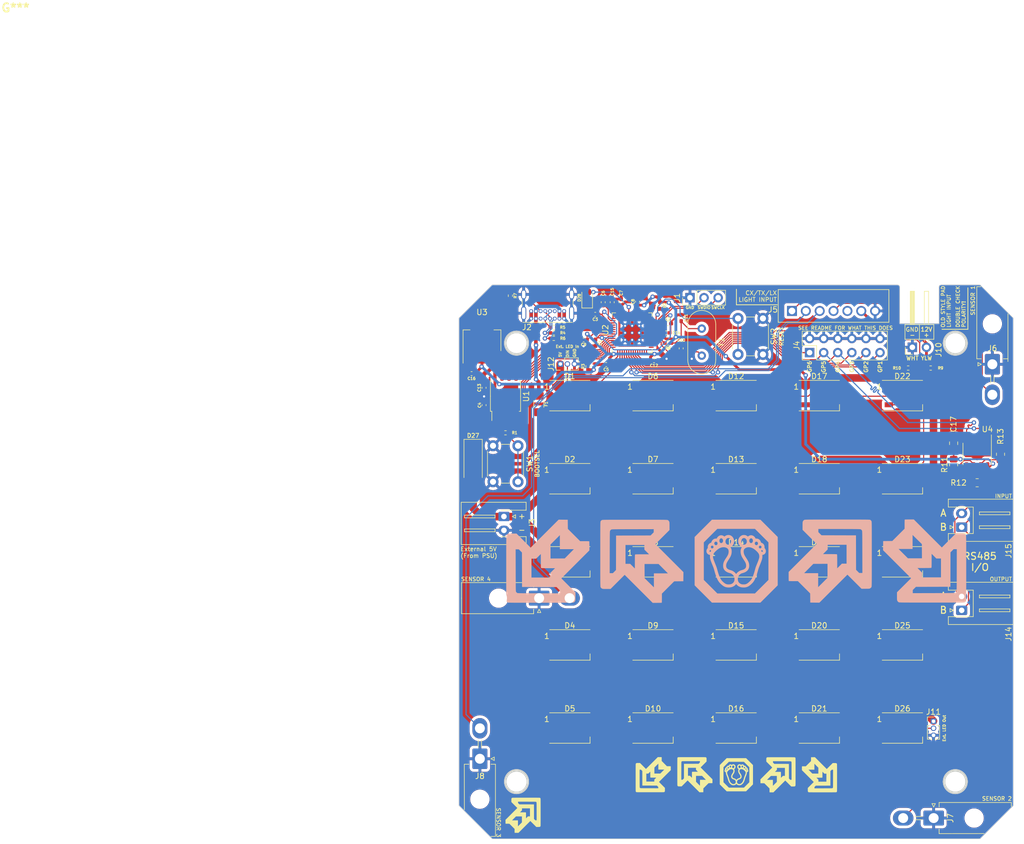
<source format=kicad_pcb>
(kicad_pcb (version 20221018) (generator pcbnew)
  (layers (0 "F.Cu" signal) (31 "B.Cu" signal) (34 "B.Paste" user) (35 "F.Paste" user) (36 "B.SilkS" user "B.Silkscreen") (37 "F.SilkS" user "F.Silkscreen") (38 "B.Mask" user) (39 "F.Mask" user) (44 "Edge.Cuts" user))
  (net 0 "")
  (net 1 "+1V1")
  (net 2 "GND")
  (net 3 "+3V3")
  (net 4 "XIN")
  (net 5 "Net-(C11-Pad2)")
  (net 6 "Net-(D1-DOUT)")
  (net 7 "GPIO0")
  (net 8 "Net-(D2-DOUT)")
  (net 9 "Net-(D2-DIN)")
  (net 10 "Net-(D3-DOUT)")
  (net 11 "Net-(D4-DOUT)")
  (net 12 "Net-(D4-DIN)")
  (net 13 "Net-(D10-DIN)")
  (net 14 "Net-(D12-DIN)")
  (net 15 "Net-(D13-DOUT)")
  (net 16 "Net-(D14-DIN)")
  (net 17 "Net-(D15-DOUT)")
  (net 18 "Net-(D10-DOUT)")
  (net 19 "Net-(D12-DOUT)")
  (net 20 "Net-(D13-DIN)")
  (net 21 "Net-(D14-DOUT)")
  (net 22 "Net-(D15-DIN)")
  (net 23 "Net-(D16-DOUT)")
  (net 24 "Net-(D17-DOUT)")
  (net 25 "Net-(D18-DIN)")
  (net 26 "Net-(D19-DOUT)")
  (net 27 "Net-(D20-DIN)")
  (net 28 "Net-(D21-DOUT)")
  (net 29 "Net-(D22-DOUT)")
  (net 30 "Net-(D24-DOUT)")
  (net 31 "Net-(D26-DOUT)")
  (net 32 "Net-(D28-A)")
  (net 33 "USB D+")
  (net 34 "USB D-")
  (net 35 "Net-(F1-Pad1)")
  (net 36 "Net-(J2-CC1)")
  (net 38 "GPIO1")
  (net 39 "GPIO2")
  (net 40 "GPIO3")
  (net 41 "GPIO4")
  (net 42 "GPIO5")
  (net 43 "GPIO6")
  (net 44 "GPIO7")
  (net 45 "Net-(R1-Pad1)")
  (net 46 "QSPI_SS")
  (net 47 "RUN")
  (net 48 "XOUT")
  (net 49 "QSPI_SD1")
  (net 50 "QSPI_SD2")
  (net 51 "QSPI_SD0")
  (net 52 "QSPI_SCLK")
  (net 53 "QSPI_SD3")
  (net 54 "Net-(J2-CC2)")
  (net 56 "Ext 5V")
  (net 57 "SENSOR 1")
  (net 58 "SENSOR 3")
  (net 59 "SENSOR 4")
  (net 60 "SENSOR 2")
  (net 61 "LIGHT EN")
  (net 63 "/RS485_B")
  (net 64 "/RS485_A")
  (net 65 "Net-(U2-USB_DP)")
  (net 66 "Net-(U2-USB_DM)")
  (net 83 "SWDIO")
  (net 84 "SWCLK")
  (net 87 "+5V")
  (footprint "Connector_JST:JST_XH_S2B-XH-A_1x02_P2.50mm_Horizontal" (layer "F.Cu") (at 170.688 108.75 90)
    (fp_text reference "J14")
    (fp_text value "Conn_01x02")
  )
  (footprint "Package_TO_SOT_SMD:SOT-223-3_TabPin2" (layer "F.Cu") (at 84.1502 60.0456 90)
    (fp_text reference "U3")
    (fp_text value "NCP1117-3.3_SOT223")
  )
  (footprint "Connector_PinHeader_2.54mm:PinHeader_1x02_P2.54mm_Horizontal" (layer "F.Cu") (at 161.793 61.271 90)
    (fp_text reference "J10")
    (fp_text value "Conn_01x02")
  )
  (footprint "LED_SMD:LED_WS2812B_PLCC4_5.0x5.0mm_P3.2mm" (layer "F.Cu") (at 100 130)
    (fp_text reference "D5")
    (fp_text value "WS2812B")
  )
  (footprint "Package_SO:SOIC-8_5.23x5.23mm_P1.27mm" (layer "F.Cu") (at 88.392 70.104 90)
    (fp_text reference "U1")
    (fp_text value "W25Q32JVSS")
  )
  (footprint "LED_SMD:LED_WS2812B_PLCC4_5.0x5.0mm_P3.2mm" (layer "F.Cu") (at 145 85)
    (fp_text reference "D18")
    (fp_text value "WS2812B")
  )
  (footprint "LED_SMD:LED_WS2812B_PLCC4_5.0x5.0mm_P3.2mm" (layer "F.Cu") (at 100 70)
    (fp_text reference "D1")
    (fp_text value "WS2812B")
  )
  (footprint "Resistor_SMD:R_0402_1005Metric_Pad0.72x0.64mm_HandSolder" (layer "F.Cu") (at 165.1 65.015626 180)
    (fp_text reference "R9")
    (fp_text value "3k")
  )
  (footprint "LogoFootprints:Arrow_6" (layer "F.Cu") (at 115.048 138.43 180)
    (fp_text reference "G***" hide)
    (fp_text value "LOGO" hide)
  )
  (footprint "Connector_USB:USB_C_Receptacle_GCT_USB4085" (layer "F.Cu") (at 98.975 56.095 180)
    (fp_text reference "J2")
    (fp_text value "USB_C_Receptacle_USB2.0")
  )
  (footprint "Fuse:Fuse_1206_3216Metric_Pad1.42x1.75mm_HandSolder" (layer "F.Cu") (at 94.4 71.5 -90)
    (fp_text reference "F1")
    (fp_text value "500mA")
  )
  (footprint "Resistor_SMD:R_0805_2012Metric_Pad1.20x1.40mm_HandSolder" (layer "F.Cu") (at 173.482 85.725)
    (fp_text reference "R12")
    (fp_text value "120")
  )
  (footprint "LED_SMD:LED_WS2812B_PLCC4_5.0x5.0mm_P3.2mm" (layer "F.Cu") (at 130 70)
    (fp_text reference "D12")
    (fp_text value "WS2812B")
  )
  (footprint "LED_SMD:LED_WS2812B_PLCC4_5.0x5.0mm_P3.2mm" (layer "F.Cu") (at 145 100)
    (fp_text reference "D19")
    (fp_text value "WS2812B")
  )
  (footprint "LED_SMD:LED_WS2812B_PLCC4_5.0x5.0mm_P3.2mm" (layer "F.Cu") (at 100 115)
    (fp_text reference "D4")
    (fp_text value "WS2812B")
  )
  (footprint "Resistor_SMD:R_0402_1005Metric_Pad0.72x0.64mm_HandSolder" (layer "F.Cu") (at 116.2304 53.721 -90)
    (fp_text reference "R2")
    (fp_text value "10k")
  )
  (footprint "Button_Switch_THT:SW_PUSH_6mm" (layer "F.Cu") (at 130.338 62.559 90)
    (fp_text reference "SW2")
    (fp_text value "SW_Push")
  )
  (footprint "LED_SMD:LED_WS2812B_PLCC4_5.0x5.0mm_P3.2mm" (layer "F.Cu") (at 145 130)
    (fp_text reference "D21")
    (fp_text value "WS2812B")
  )
  (footprint "LED_SMD:LED_WS2812B_PLCC4_5.0x5.0mm_P3.2mm" (layer "F.Cu") (at 115 115)
    (fp_text reference "D9")
    (fp_text value "WS2812B")
  )
  (footprint "Capacitor_SMD:C_0402_1005Metric_Pad0.74x0.62mm_HandSolder" (layer "F.Cu") (at 120.0912 61.468 -90)
    (fp_text reference "C10")
    (fp_text value "27pF")
  )
  (footprint "Connector_PinHeader_2.54mm:PinHeader_2x06_P2.54mm_Vertical" (layer "F.Cu") (at 143.256 62.235 90)
    (fp_text reference "J4")
    (fp_text value "Conn_02x06_Odd_Even")
  )
  (footprint "Diode_SMD:D_SMA_Handsoldering" (layer "F.Cu") (at 82.55 82.296 -90)
    (fp_text reference "D27")
    (fp_text value "SS34")
  )
  (footprint "LED_SMD:LED_WS2812B_PLCC4_5.0x5.0mm_P3.2mm" (layer "F.Cu") (at 160 85)
    (fp_text reference "D23")
    (fp_text value "WS2812B")
  )
  (footprint "Connector_Molex:Molex_Mini-Fit_Jr_5569-02A2_2x01_P4.20mm_Horizontal" (layer "F.Cu") (at 83.7692 135.5496 180)
    (fp_text reference "J8")
    (fp_text value "Conn_01x02")
  )
  (footprint "LED_SMD:LED_WS2812B_PLCC4_5.0x5.0mm_P3.2mm" (layer "F.Cu") (at 100 100)
    (fp_text reference "D3")
    (fp_text value "WS2812B")
  )
  (footprint "LED_SMD:LED_WS2812B_PLCC4_5.0x5.0mm_P3.2mm" (layer "F.Cu") (at 130 85)
    (fp_text reference "D13")
    (fp_text value "WS2812B")
  )
  (footprint "Resistor_SMD:R_0402_1005Metric_Pad0.72x0.64mm_HandSolder" (layer "F.Cu") (at 161.036 65.015626 180)
    (fp_text reference "R10")
    (fp_text value "1k")
  )
  (footprint "LogoFootprints:CenterStep_6mm" (layer "F.Cu") (at 130.048 138.43)
    (fp_text reference "G***" hide)
    (fp_text value "LOGO" hide)
  )
  (footprint "Capacitor_SMD:C_0402_1005Metric_Pad0.74x0.62mm_HandSolder" (layer "F.Cu") (at 120.0912 55.9816 -90)
    (fp_text reference "C11")
    (fp_text value "27pF")
  )
  (footprint "LED_SMD:LED_WS2812B_PLCC4_5.0x5.0mm_P3.2mm" (layer "F.Cu") (at 130 130)
    (fp_text reference "D16")
    (fp_text value "WS2812B")
  )
  (footprint "Resistor_SMD:R_0805_2012Metric_Pad1.20x1.40mm_HandSolder" (layer "F.Cu") (at 169.2402 82.4738 -90)
    (fp_text reference "R11")
    (fp_text value "4.7k")
  )
  (footprint "Capacitor_SMD:C_0402_1005Metric_Pad0.74x0.62mm_HandSolder" (layer "F.Cu") (at 109.2708 53.1368 90)
    (fp_text reference "C7")
    (fp_text value "100nF")
  )
  (footprint "LogoFootprints:Arrow_6" (layer "F.Cu") (at 122.548 138.43 90)
    (fp_text reference "G***" hide)
    (fp_text value "LOGO" hide)
  )
  (footprint "Capacitor_SMD:C_0402_1005Metric_Pad0.74x0.62mm_HandSolder" (layer "F.Cu") (at 106.553 64.389 180)
    (fp_text reference "C5")
    (fp_text value "100nF")
  )
  (footprint "LED_SMD:LED_WS2812B_PLCC4_5.0x5.0mm_P3.2mm" (layer "F.Cu") (at 145 115)
    (fp_text reference "D20")
    (fp_text value "WS2812B")
  )
  (footprint "Resistor_SMD:R_0402_1005Metric_Pad0.72x0.64mm_HandSolder" (layer "F.Cu") (at 89.276871 51.96 -90)
    (fp_text reference "R7")
    (fp_text value "5.1k")
  )
  (footprint "Package_SO:SOIC-8_3.9x4.9mm_P1.27mm" (layer "F.Cu") (at 173.482 80.518 -90)
    (fp_text reference "U4")
    (fp_text value "SP3485EN")
  )
  (footprint "LED_SMD:LED_WS2812B_PLCC4_5.0x5.0mm_P3.2mm" (layer "F.Cu") (at 130 115)
    (fp_text reference "D15")
    (fp_text value "WS2812B")
  )
  (footprint "LED_SMD:LED_WS2812B_PLCC4_5.0x5.0mm_P3.2mm" (layer "F.Cu") (at 160 130)
    (fp_text reference "D26")
    (fp_text value "WS2812B")
  )
  (footprint "LogoFootprints:Arrow_6" (layer "F.Cu") (at 137.548 138.43)
    (fp_text reference "G***" hide)
    (fp_text value "LOGO" hide)
  )
  (footprint "Capacitor_SMD:C_0402_1005Metric_Pad0.74x0.62mm_HandSolder" (layer "F.Cu") (at 115.189 63.6778)
    (fp_text reference "C12")
    (fp_text value "100nF")
  )
  (footprint "LED_SMD:LED_WS2812B_PLCC4_5.0x5.0mm_P3.2mm" (layer "F.Cu") (at 145 70)
    (fp_text reference "D17")
    (fp_text value "WS2812B")
  )
  (footprint "Resistor_SMD:R_0402_1005Metric_Pad0.72x0.64mm_HandSolder" (layer "F.Cu") (at 117.7036 60.5028 180)
    (fp_text reference "R8")
    (fp_text value "1k")
  )
  (footprint "Resistor_SMD:R_0402_1005Metric_Pad0.72x0.64mm_HandSolder" (layer "F.Cu") (at 103.275 64.725 90)
    (fp_text reference "R3")
    (fp_text value "DNF")
  )
  (footprint "35312-XX60:35312-0760" (layer "F.Cu") (at 140.074 54.712)
    (fp_text reference "J5")
    (fp_text value "Conn_01x07")
  )
  (footprint "Capacitor_SMD:C_0402_1005Metric_Pad0.74x0.62mm_HandSolder" (layer "F.Cu") (at 104.583157 55.3212 180)
    (fp_text reference "C3")
    (fp_text value "1uF")
  )
  (footprint "Capacitor_SMD:C_0402_1005Metric_Pad0.74x0.62mm_HandSolder" (layer "F.Cu") (at 117.7036 56.9976)
    (fp_text reference "C2")
    (fp_text value "100nF")
  )
  (footprint "LED_SMD:LED_0805_2012Metric_Pad1.15x1.40mm_HandSolder" (layer "F.Cu") (at 103.124 52.324 90)
    (fp_text reference "D28")
    (fp_text value "LED_Small")
  )
  (footprint "LED_SMD:LED_WS2812B_PLCC4_5.0x5.0mm_P3.2mm" (layer "F.Cu") (at 115 100)
    (fp_text reference "D8")
    (fp_text value "WS2812B")
  )
  (footprint "LED_SMD:LED_WS2812B_PLCC4_5.0x5.0mm_P3.2mm" (layer "F.Cu") (at 130 100)
    (fp_text reference "D14")
    (fp_text value "WS2812B")
  )
  (footprint "Button_Switch_THT:SW_PUSH_6mm" (layer "F.Cu") (at 86.142 85.546 90)
    (fp_text reference "SW1")
    (fp_text value "SW_Push")
  )
  (footprint "LogoFootprints:Arrow_6" (layer "F.Cu") (at 145.048 138.43 -90)
    (fp_text reference "G***" hide)
    (fp_text value "LOGO" hide)
  )
  (footprint "LED_SMD:LED_WS2812B_PLCC4_5.0x5.0mm_P3.2mm" (layer "F.Cu") (at 115 85)
    (fp_text reference "D7")
    (fp_text value "WS2812B")
  )
  (footprint "Capacitor_SMD:C_0402_1005Metric_Pad0.74x0.62mm_HandSolder" (layer "F.Cu") (at 84.526188 68.58 -90)
    (fp_text reference "C13")
    (fp_text value "10uF")
  )
  (footprint "Capacitor_SMD:C_0402_1005Metric_Pad0.74x0.62mm_HandSolder" (layer "F.Cu") (at 106.0196 53.1368 90)
    (fp_text reference "C6")
    (fp_text value "1uF")
  )
  (footprint "RP2040_minimal:RP2040-QFN-56" (layer "F.Cu") (at 111.239972 58.6655 90)
    (fp_text reference "U2")
    (fp_text value "RP2040")
  )
  (footprint "Resistor_SMD:R_0402_1005Metric_Pad0.72x0.64mm_HandSolder" (layer "F.Cu") (at 88.392 76.708 180)
    (fp_text reference "R1")
    (fp_text value "1k")
  )
  (footprint "Capacitor_SMD:C_0402_1005Metric_Pad0.74x0.62mm_HandSolder" (layer "F.Cu") (at 112.2172 53.0352 90)
    (fp_text reference "C8")
    (fp_text value "100nF")
  )
  (footprint "Connector_JST:JST_XH_S2B-XH-A_1x02_P2.50mm_Horizontal" (layer "F.Cu") (at 170.688 93.75 90)
    (fp_text reference "J15")
    (fp_text value "Conn_01x02")
  )
  (footprint "Resistor_SMD:R_0805_2012Metric_Pad1.20x1.40mm_HandSolder" (layer "F.Cu") (at 177.6984 80.5782 90)
    (fp_text reference "R13")
    (fp_text value "4.7k")
  )
  (footprint "Crystal:Crystal_HC49-4H_Vertical" (layer "F.Cu") (at 123.7996 57.9004 -90)
    (fp_text reference "Y1")
    (fp_text value "12.000MHz")
  )
  (footprint "LED_SMD:LED_WS2812B_PLCC4_5.0x5.0mm_P3.2mm" (layer "F.Cu") (at 115 70)
    (fp_text reference "D6")
    (fp_text value "WS2812B")
  )
  (footprint "Capacitor_SMD:C_0402_1005Metric_Pad0.74x0.62mm_HandSolder" (layer "F.Cu") (at 107.6452 53.1368 90)
    (fp_text reference "C15")
    (fp_text value "100nF")
  )
  (footprint "Resistor_SMD:R_0402_1005Metric_Pad0.72x0.64mm_HandSolder" (layer "F.Cu") (at 97.1042 57.6834 180)
    (fp_text reference "R5")
    (fp_text value "27 Ohm")
  )
  (footprint "LED_SMD:LED_WS2812B_PLCC4_5.0x5.0mm_P3.2mm" (layer "F.Cu") (at 160 70)
    (fp_text reference "D22")
    (fp_text value "WS2812B")
  )
  (footprint "Connector_PinHeader_1.27mm:PinHeader_1x03_P1.27mm_Vertical" (layer "F.Cu") (at 98.293 64.2874 90)
    (fp_text reference "J12")
    (fp_text value "Conn_01x03")
  )
  (footprint "LED_SMD:LED_WS2812B_PLCC4_5.0x5.0mm_P3.2mm" (layer "F.Cu") (at 100 85)
    (fp_text reference "D2")
    (fp_text value "WS2812B")
  )
  (footprint "LogoFootprints:Arrow_6" (layer "F.Cu") (at 91.557519 145.736441)
    (fp_text reference "G***" hide)
    (fp_text value "LOGO" hide)
  )
  (footprint "Capacitor_SMD:C_0402_1005Metric_Pad0.74x0.62mm_HandSolder" (layer "F.Cu") (at 84.5312 71.7117 -90)
    (fp_text reference "C4")
    (fp_text value "100nF")
  )
  (footprint "Capacitor_SMD:C_0402_1005Metric_Pad0.74x0.62mm_HandSolder" (layer "F.Cu") (at 102.489 59.944 180)
    (fp_text reference "C9")
    (fp_text value "100nF")
  )
  (footprint "Capacitor_SMD:C_0402_1005Metric_Pad0.74x0.62mm_HandSolder" (layer "F.Cu") (at 82.273088 66.0221 180)
    (fp_text reference "C16")
    (fp_text value "10uF")
  )
  (footprint "Capacitor_SMD:C_0402_1005Metric_Pad0.74x0.62mm_HandSolder" (layer "F.Cu") (at 104.648 60.452 -90)
    (fp_text reference "C1")
    (fp_text value "100nF")
  )
  (footprint "Capacitor_SMD:C_0805_2012Metric_Pad1.18x1.45mm_HandSolder" (layer "F.Cu") (at 169.2402 78.5915 90)
    (fp_text reference "C17")
    (fp_text value "100nF")
  )
  (footprint "Capacitor_SMD:C_0402_1005Metric_Pad0.74x0.62mm_HandSolder" (layer "F.Cu") (at 117.3988 58.674)
    (fp_text reference "C14")
    (fp_text value "100nF")
  )
  (footprint "Connector_PinHeader_2.54mm:PinHeader_1x03_P2.54mm_Vertical" (layer "F.Cu") (at 121.673736 52.324 90)
    (fp_text reference "J1")
    (fp_text value "Conn_01x03")
  )
  (footprint "Connector_Molex:Molex_Mini-Fit_Jr_5569-02A2_2x01_P4.20mm_Horizontal" (layer "F.Cu") (at 94.461 106.553 90)
    (fp_text reference "J9")
    (fp_text value "Conn_01x02")
  )
  (footprint "Connector_PinHeader_1.27mm:PinHeader_1x03_P1.27mm_Vertical" (layer "F.Cu") (at 165.608 128.773)
    (fp_text reference "J11")
    (fp_text value "Conn_01x03")
  )
  (footprint "Connector_Molex:Molex_Mini-Fit_Jr_5569-02A2_2x01_P4.20mm_Horizontal" (layer "F.Cu") (at 176.2252 64.3366)
    (fp_text reference "J6")
    (fp_text value "Conn_01x02")
  )
  (footprint "LED_SMD:LED_WS2812B_PLCC4_5.0x5.0mm_P3.2mm" (layer "F.Cu") (at 160 100)
    (fp_text reference "D24")
    (fp_text value "WS2812B")
  )
  (footprint "Connector_Molex:Molex_Mini-Fit_Jr_5569-02A2_2x01_P4.20mm_Horizontal" (layer "F.Cu") (at 165.635 146.2532 -90)
    (fp_text reference "J7")
    (fp_text value "Conn_01x02")
  )
  (footprint "LED_SMD:LED_WS2812B_PLCC4_5.0x5.0mm_P3.2mm" (layer "F.Cu") (at 115 130)
    (fp_text reference "D10")
    (fp_text value "WS2812B")
  )
  (footprint "Connector_JST:JST_XH_S2B-XH-A-1_1x02_P2.50mm_Horizontal" (layer "F.Cu") (at 88.1084 91.8156 -90)
    (fp_text reference "J3")
    (fp_text value "Conn_01x02")
  )
  (footprint "LED_SMD:LED_WS2812B_PLCC4_5.0x5.0mm_P3.2mm" (layer "F.Cu") (at 160 115)
    (fp_text reference "D25")
    (fp_text value "WS2812B")
  )
  (footprint "Resistor_SMD:R_0402_1005Metric_Pad0.72x0.64mm_HandSolder" (layer "F.Cu") (at 97.1042 59.6646)
    (fp_text reference "R6")
    (fp_text value "5.1k")
  )
  (footprint "Resistor_SMD:R_0402_1005Metric_Pad0.72x0.64mm_HandSolder" (layer "F.Cu") (at 97.1042 58.674 180)
    (fp_text reference "R4")
    (fp_text value "27 Ohm")
  )
  (footprint "LogoFootprints:Arrow_15mm" (layer "B.Cu") (at 164 99.877668)
    (fp_text reference "G***" hide)
    (fp_text value "LOGO" hide)
  )
  (footprint "LogoFootprints:CenterStep_15mm" (layer "B.Cu") (at 130 99.877668 180)
    (fp_text reference "G***" hide)
    (fp_text value "LOGO" hide)
  )
  (footprint "LogoFootprints:Arrow_15mm" (layer "B.Cu") (at 96 99.877668 -90)
    (fp_text reference "G***" hide)
    (fp_text value "LOGO" hide)
  )
  (footprint "LogoFootprints:Arrow_15mm" (layer "B.Cu") (at 113 99.877668 180)
    (fp_text reference "G***" hide)
    (fp_text value "LOGO" hide)
  )
  (footprint "LogoFootprints:Arrow_15mm" (layer "B.Cu") (at 147 99.877668 90)
    (fp_text reference "G***" hide)
    (fp_text value "LOGO" hide)
  )
  (gr_line (start 171.8056 58.0136) (end 171.8056 50.5396) (stroke (width 0.15)) (layer "F.SilkS"))
  (gr_line (start 137.414 53.594) (end 130.048 53.594) (stroke (width 0.15)) (layer "F.SilkS"))
  (gr_line (start 171.8056 58.0136) (end 167.1366 58.0136) (stroke (width 0.15)) (layer "F.SilkS"))
  (gr_line (start 130.048 53.594) (end 130.048 50.8) (stroke (width 0.15)) (layer "F.SilkS"))
  (gr_line (start 167.511011 60.419807) (end 167.51885 60.316722) (stroke (width 0.433916)) (layer "Edge.Cuts"))
  (gr_line (start 90.179197 141.694774) (end 90.077611 141.681865) (stroke (width 0.433916)) (layer "Edge.Cuts"))
  (gr_line (start 170.903058 59.021726) (end 170.973554 59.088937) (stroke (width 0.433916)) (layer "Edge.Cuts"))
  (gr_line (start 170.752724 58.897666) (end 170.829406 58.957926) (stroke (width 0.433916)) (layer "Edge.Cuts"))
  (gr_line (start 171.040765 59.159433) (end 171.104564 59.233085) (stroke (width 0.433916)) (layer "Edge.Cuts"))
  (gr_line (start 92.216428 138.795374) (end 92.257078 138.885289) (stroke (width 0.433916)) (layer "Edge.Cuts"))
  (gr_line (start 92.216428 59.643882) (end 92.257078 59.733797) (stroke (width 0.433916)) (layer "Edge.Cuts"))
  (gr_line (start 168.173336 138.173537) (end 168.246973 138.109752) (stroke (width 0.433916)) (layer "Edge.Cuts"))
  (gr_line (start 168.934385 141.613939) (end 168.840089 141.582033) (stroke (width 0.433916)) (layer "Edge.Cuts"))
  (gr_line (start 89.021907 138.172862) (end 89.09556 138.109062) (stroke (width 0.433916)) (layer "Edge.Cuts"))
  (gr_line (start 167.572345 140.182938) (end 167.549684 140.084753) (stroke (width 0.433916)) (layer "Edge.Cuts"))
  (gr_line (start 91.953074 140.966575) (end 91.889274 141.040227) (stroke (width 0.433916)) (layer "Edge.Cuts"))
  (gr_line (start 171.565444 60.62872) (end 171.557605 60.731805) (stroke (width 0.433916)) (layer "Edge.Cuts"))
  (gr_line (start 171.544696 60.833391) (end 171.526845 60.933351) (stroke (width 0.433916)) (layer "Edge.Cuts"))
  (gr_line (start 169.745771 62.543639) (end 169.642687 62.551478) (stroke (width 0.433916)) (layer "Edge.Cuts"))
  (gr_line (start 170.235656 141.582033) (end 170.141361 141.613939) (stroke (width 0.433916)) (layer "Edge.Cuts"))
  (gr_line (start 170.505217 137.891271) (end 170.590203 137.940137) (stroke (width 0.433916)) (layer "Edge.Cuts"))
  (gr_line (start 170.045057 137.710223) (end 170.141361 137.73757) (stroke (width 0.433916)) (layer "Edge.Cuts"))
  (gr_line (start 167.667887 59.734151) (end 167.708537 59.644236) (stroke (width 0.433916)) (layer "Edge.Cuts"))
  (gr_line (start 169.847357 58.517794) (end 169.947317 58.535645) (stroke (width 0.433916)) (layer "Edge.Cuts"))
  (gr_line (start 88.820401 138.384222) (end 88.8842 138.310569) (stroke (width 0.433916)) (layer "Edge.Cuts"))
  (gr_line (start 88.380269 139.366273) (end 88.39812 139.266314) (stroke (width 0.433916)) (layer "Edge.Cuts"))
  (gr_line (start 90.695865 58.517441) (end 90.795825 58.535292) (stroke (width 0.433916)) (layer "Edge.Cuts"))
  (gr_line (start 89.09556 62.090246) (end 89.021907 62.026446) (stroke (width 0.433916)) (layer "Edge.Cuts"))
  (gr_line (start 170.236162 58.617577) (end 170.328341 58.653922) (stroke (width 0.433916)) (layer "Edge.Cuts"))
  (gr_line (start 90.795825 58.535292) (end 90.894031 58.557957) (stroke (width 0.433916)) (layer "Edge.Cuts"))
  (gr_line (start 90.179197 58.504532) (end 90.282282 58.496693) (stroke (width 0.433916)) (layer "Edge.Cuts"))
  (gr_line (start 91.354288 141.460261) (end 91.266765 141.505088) (stroke (width 0.433916)) (layer "Edge.Cuts"))
  (gr_line (start 91.17685 62.39425) (end 91.084671 62.430595) (stroke (width 0.433916)) (layer "Edge.Cuts"))
  (gr_line (start 92.375354 60.114822) (end 92.393205 60.214782) (stroke (width 0.433916)) (layer "Edge.Cuts"))
  (gr_line (start 169.537872 141.705177) (end 169.537872 141.705177) (stroke (width 0.433916)) (layer "Edge.Cuts"))
  (gr_line (start 170.045522 58.558311) (end 170.141847 58.585664) (stroke (width 0.433916)) (layer "Edge.Cuts"))
  (gr_line (start 167.85504 61.659176) (end 167.802241 61.576818) (stroke (width 0.433916)) (layer "Edge.Cuts"))
  (gr_line (start 91.889274 141.040227) (end 91.822063 141.110723) (stroke (width 0.433916)) (layer "Edge.Cuts"))
  (gr_line (start 91.751567 141.177934) (end 91.677915 141.241733) (stroke (width 0.433916)) (layer "Edge.Cuts"))
  (gr_line (start 89.977651 137.686778) (end 90.077611 137.668927) (stroke (width 0.433916)) (layer "Edge.Cuts"))
  (gr_line (start 88.39812 139.266314) (end 88.420786 139.168108) (stroke (width 0.433916)) (layer "Edge.Cuts"))
  (gr_line (start 171.04009 138.311215) (end 171.103876 138.384851) (stroke (width 0.433916)) (layer "Edge.Cuts"))
  (gr_line (start 92.171601 61.491459) (end 92.122725 61.576464) (stroke (width 0.433916)) (layer "Edge.Cuts"))
  (gr_line (start 88.448139 140.279016) (end 88.420786 140.182691) (stroke (width 0.433916)) (layer "Edge.Cuts"))
  (gr_line (start 90.695865 137.668927) (end 90.795825 137.686778) (stroke (width 0.433916)) (layer "Edge.Cuts"))
  (gr_line (start 168.247053 62.090599) (end 168.1734 62.0268) (stroke (width 0.433916)) (layer "Edge.Cuts"))
  (gr_line (start 91.084671 62.430595) (end 90.990355 62.462508) (stroke (width 0.433916)) (layer "Edge.Cuts"))
  (gr_line (start 90.179197 137.656018) (end 90.282282 137.64818) (stroke (width 0.433916)) (layer "Edge.Cuts"))
  (gr_line (start 168.323638 138.049505) (end 168.403204 137.992924) (stroke (width 0.433916)) (layer "Edge.Cuts"))
  (gr_line (start 174 150) (end 180 144) (stroke (width 0.1)) (layer "Edge.Cuts"))
  (gr_line (start 90.386738 141.705254) (end 90.282282 141.702612) (stroke (width 0.433916)) (layer "Edge.Cuts"))
  (gr_line (start 167.911627 138.461516) (end 167.971873 138.384851) (stroke (width 0.433916)) (layer "Edge.Cuts"))
  (gr_line (start 167.508369 60.524264) (end 167.511011 60.419807) (stroke (width 0.433916)) (layer "Edge.Cuts"))
  (gr_line (start 171.104564 59.233085) (end 171.164824 59.309767) (stroke (width 0.433916)) (layer "Edge.Cuts"))
  (gr_line (start 92.352688 61.031202) (end 92.325335 61.127526) (stroke (width 0.433916)) (layer "Edge.Cuts"))
  (gr_line (start 167.51885 60.731805) (end 167.511011 60.62872) (stroke (width 0.433916)) (layer "Edge.Cuts"))
  (gr_line (start 88.760141 59.309413) (end 88.820401 59.232732) (stroke (width 0.433916)) (layer "Edge.Cuts"))
  (gr_line (start 167.708537 59.644236) (end 167.753364 59.556712) (stroke (width 0.433916)) (layer "Edge.Cuts"))
  (gr_line (start 171.568085 60.524264) (end 171.568085 60.524264) (stroke (width 0.433916)) (layer "Edge.Cuts"))
  (gr_line (start 89.419187 62.308774) (end 89.334183 62.259897) (stroke (width 0.433916)) (layer "Edge.Cuts"))
  (gr_line (start 168.74812 62.394603) (end 168.658205 62.353954) (stroke (width 0.433916)) (layer "Edge.Cuts"))
  (gr_line (start 90.386738 137.645538) (end 90.386738 137.645538) (stroke (width 0.433916)) (layer "Edge.Cuts"))
  (gr_line (start 168.247053 58.957926) (end 168.323735 58.897666) (stroke (width 0.433916)) (layer "Edge.Cuts"))
  (gr_line (start 167.667935 140.465698) (end 167.631598 140.373538) (stroke (width 0.433916)) (layer "Edge.Cuts"))
  (gr_line (start 89.688805 58.617223) (end 89.78312 58.58531) (stroke (width 0.433916)) (layer "Edge.Cuts"))
  (gr_line (start 88.601873 61.491459) (end 88.557046 61.403936) (stroke (width 0.433916)) (layer "Edge.Cuts"))
  (gr_line (start 171.476826 59.920646) (end 171.504179 60.01697) (stroke (width 0.433916)) (layer "Edge.Cuts"))
  (gr_line (start 88.36736 139.88294) (end 88.359521 139.779856) (stroke (width 0.433916)) (layer "Edge.Cuts"))
  (gr_line (start 171.164824 59.309767) (end 171.221417 59.38935) (stroke (width 0.433916)) (layer "Edge.Cuts"))
  (gr_line (start 168.74793 141.545696) (end 168.658034 141.505055) (stroke (width 0.433916)) (layer "Edge.Cuts"))
  (gr_line (start 168.246973 138.109752) (end 168.323638 138.049505) (stroke (width 0.433916)) (layer "Edge.Cuts"))
  (gr_line (start 171.567299 139.675751) (end 171.567299 139.675751) (stroke (width 0.433916)) (layer "Edge.Cuts"))
  (gr_line (start 168.323735 58.897666) (end 168.403319 58.841073) (stroke (width 0.433916)) (layer "Edge.Cuts"))
  (gr_line (start 171.567299 139.675751) (end 171.567299 139.675751) (stroke (width 0.433916)) (layer "Edge.Cuts"))
  (gr_line (start 170.417712 141.505055) (end 170.327816 141.545696) (stroke (width 0.433916)) (layer "Edge.Cuts"))
  (gr_line (start 89.506711 58.694218) (end 89.596626 58.653568) (stroke (width 0.433916)) (layer "Edge.Cuts"))
  (gr_line (start 171.504179 61.031556) (end 171.476826 61.127881) (stroke (width 0.433916)) (layer "Edge.Cuts"))
  (gr_line (start 167.511094 139.571317) (end 167.518931 139.468254) (stroke (width 0.433916)) (layer "Edge.Cuts"))
  (gr_line (start 168.570681 58.739399) (end 168.658205 58.694572) (stroke (width 0.433916)) (layer "Edge.Cuts"))
  (gr_line (start 91.266765 62.3536) (end 91.17685 62.39425) (stroke (width 0.433916)) (layer "Edge.Cuts"))
  (gr_line (start 88.359521 60.628365) (end 88.35688 60.523909) (stroke (width 0.433916)) (layer "Edge.Cuts"))
  (gr_line (start 91.266765 137.845706) (end 91.354288 137.890533) (stroke (width 0.433916)) (layer "Edge.Cuts"))
  (gr_line (start 170.328341 62.394603) (end 170.236162 62.430948) (stroke (width 0.433916)) (layer "Edge.Cuts"))
  (gr_line (start 90.282282 62.551125) (end 90.179197 62.543286) (stroke (width 0.433916)) (layer "Edge.Cuts"))
  (gr_line (start 169.745369 141.6947) (end 169.642306 141.702537) (stroke (width 0.433916)) (layer "Edge.Cuts"))
  (gr_line (start 91.439292 62.259897) (end 91.354288 62.308774) (stroke (width 0.433916)) (layer "Edge.Cuts"))
  (gr_line (start 169.33069 62.543639) (end 169.229104 62.530731) (stroke (width 0.433916)) (layer "Edge.Cuts"))
  (gr_line (start 171.564658 139.780185) (end 171.556821 139.883249) (stroke (width 0.433916)) (layer "Edge.Cuts"))
  (gr_line (start 88.448139 139.071783) (end 88.480051 138.977468) (stroke (width 0.433916)) (layer "Edge.Cuts"))
  (gr_line (start 89.977651 62.512527) (end 89.879445 62.489861) (stroke (width 0.433916)) (layer "Edge.Cuts"))
  (gr_line (start 171.444914 59.82633) (end 171.476826 59.920646) (stroke (width 0.433916)) (layer "Edge.Cuts"))
  (gr_line (start 167.911627 140.889991) (end 167.855046 140.810425) (stroke (width 0.433916)) (layer "Edge.Cuts"))
  (gr_arc (start 166.6 50.4) (mid 166.717157 50.117157) (end 167 50) (stroke (width 0.1)) (layer "Edge.Cuts"))
  (gr_line (start 168.840299 58.617577) (end 168.934614 58.585664) (stroke (width 0.433916)) (layer "Edge.Cuts"))
  (gr_line (start 171.367175 140.555594) (end 171.322358 140.643098) (stroke (width 0.433916)) (layer "Edge.Cuts"))
  (gr_line (start 167.508453 139.675751) (end 167.508453 139.675751) (stroke (width 0.433916)) (layer "Edge.Cuts"))
  (gr_line (start 169.330376 137.65681) (end 169.433439 137.648973) (stroke (width 0.433916)) (layer "Edge.Cuts"))
  (gr_line (start 171.407816 140.465698) (end 171.367175 140.555594) (stroke (width 0.433916)) (layer "Edge.Cuts"))
  (gr_line (start 170.328341 58.653922) (end 170.418256 58.694572) (stroke (width 0.433916)) (layer "Edge.Cuts"))
  (gr_line (start 168.403204 137.992924) (end 168.485544 137.940137) (stroke (width 0.433916)) (layer "Edge.Cuts"))
  (gr_line (start 169.030688 141.641286) (end 168.934385 141.613939) (stroke (width 0.433916)) (layer "Edge.Cuts"))
  (gr_line (start 167.753364 61.491814) (end 167.708537 61.40429) (stroke (width 0.433916)) (layer "Edge.Cuts"))
  (gr_line (start 171.04009 141.040294) (end 170.972893 141.110774) (stroke (width 0.433916)) (layer "Edge.Cuts"))
  (gr_line (start 91.084671 141.582083) (end 90.990355 141.613995) (stroke (width 0.433916)) (layer "Edge.Cuts"))
  (gr_line (start 167.802259 138.623422) (end 167.855046 138.541083) (stroke (width 0.433916)) (layer "Edge.Cuts"))
  (gr_line (start 171.221417 59.38935) (end 171.274216 59.471708) (stroke (width 0.433916)) (layer "Edge.Cuts"))
  (gr_line (start 91.953074 138.384222) (end 92.013333 138.460904) (stroke (width 0.433916)) (layer "Edge.Cuts"))
  (gr_line (start 167.667887 61.314375) (end 167.631542 61.222196) (stroke (width 0.433916)) (layer "Edge.Cuts"))
  (gr_line (start 167.599629 59.920646) (end 167.631542 59.82633) (stroke (width 0.433916)) (layer "Edge.Cuts"))
  (gr_line (start 168.246973 141.241757) (end 168.173336 141.177971) (stroke (width 0.433916)) (layer "Edge.Cuts"))
  (gr_line (start 88.420786 139.168108) (end 88.448139 139.071783) (stroke (width 0.433916)) (layer "Edge.Cuts"))
  (gr_line (start 170.902412 141.177971) (end 170.828775 141.241757) (stroke (width 0.433916)) (layer "Edge.Cuts"))
  (gr_line (start 92.406114 60.316368) (end 92.413952 60.419453) (stroke (width 0.433916)) (layer "Edge.Cuts"))
  (gr_line (start 167.631542 61.222196) (end 167.599629 61.127881) (stroke (width 0.433916)) (layer "Edge.Cuts"))
  (gr_line (start 88.8842 59.159079) (end 88.951412 59.088583) (stroke (width 0.433916)) (layer "Edge.Cuts"))
  (gr_line (start 89.172242 62.150506) (end 89.09556 62.090246) (stroke (width 0.433916)) (layer "Edge.Cuts"))
  (gr_line (start 167.518931 139.883249) (end 167.511094 139.780185) (stroke (width 0.433916)) (layer "Edge.Cuts"))
  (gr_line (start 92.352688 140.182691) (end 92.325335 140.279016) (stroke (width 0.433916)) (layer "Edge.Cuts"))
  (gr_line (start 90.795825 137.686778) (end 90.894031 137.709444) (stroke (width 0.433916)) (layer "Edge.Cuts"))
  (gr_line (start 89.596626 58.653568) (end 89.688805 58.617223) (stroke (width 0.433916)) (layer "Edge.Cuts"))
  (gr_line (start 92.293423 61.221842) (end 92.257078 61.314021) (stroke (width 0.433916)) (layer "Edge.Cuts"))
  (gr_line (start 91.52165 62.207099) (end 91.439292 62.259897) (stroke (width 0.433916)) (layer "Edge.Cuts"))
  (gr_line (start 92.325335 140.279016) (end 92.293423 140.373331) (stroke (width 0.433916)) (layer "Edge.Cuts"))
  (gr_line (start 92.393205 60.214782) (end 92.406114 60.316368) (stroke (width 0.433916)) (layer "Edge.Cuts"))
  (gr_line (start 91.17685 58.653568) (end 91.266765 58.694218) (stroke (width 0.433916)) (layer "Edge.Cuts"))
  (gr_line (start 92.416594 139.6754) (end 92.416594 139.6754) (stroke (width 0.433916)) (layer "Edge.Cuts"))
  (gr_line (start 90.077611 58.517441) (end 90.179197 58.504532) (stroke (width 0.433916)) (layer "Edge.Cuts"))
  (gr_line (start 171.544696 60.215136) (end 171.557605 60.316722) (stroke (width 0.433916)) (layer "Edge.Cuts"))
  (gr_line (start 167.631598 140.373538) (end 167.599692 140.279242) (stroke (width 0.433916)) (layer "Edge.Cuts"))
  (gr_line (start 88.557046 138.795374) (end 88.601873 138.70785) (stroke (width 0.433916)) (layer "Edge.Cuts"))
  (gr_line (start 88.516397 61.314021) (end 88.480051 61.221842) (stroke (width 0.433916)) (layer "Edge.Cuts"))
  (gr_line (start 89.334183 58.787921) (end 89.419187 58.739045) (stroke (width 0.433916)) (layer "Edge.Cuts"))
  (gr_line (start 171.164123 140.889991) (end 171.103876 140.966657) (stroke (width 0.433916)) (layer "Edge.Cuts"))
  (gr_line (start 90.491194 137.64818) (end 90.594279 137.656018) (stroke (width 0.433916)) (layer "Edge.Cuts"))
  (gr_line (start 169.229104 58.517794) (end 169.33069 58.504886) (stroke (width 0.433916)) (layer "Edge.Cuts"))
  (gr_line (start 88.601873 140.642948) (end 88.557046 140.555425) (stroke (width 0.433916)) (layer "Edge.Cuts"))
  (gr_line (start 92.171601 59.556359) (end 92.216428 59.643882) (stroke (width 0.433916)) (layer "Edge.Cuts"))
  (gr_line (start 88.557046 61.403936) (end 88.516397 61.314021) (stroke (width 0.433916)) (layer "Edge.Cuts"))
  (gr_line (start 168.658205 62.353954) (end 168.570681 62.309127) (stroke (width 0.433916)) (layer "Edge.Cuts"))
  (gr_line (start 88.8842 61.888739) (end 88.820401 61.815087) (stroke (width 0.433916)) (layer "Edge.Cuts"))
  (gr_line (start 90.491194 58.496693) (end 90.594279 58.504532) (stroke (width 0.433916)) (layer "Edge.Cuts"))
  (gr_line (start 89.172242 58.897313) (end 89.251825 58.84072) (stroke (width 0.433916)) (layer "Edge.Cuts"))
  (gr_line (start 88.36736 60.316368) (end 88.380269 60.214782) (stroke (width 0.433916)) (layer "Edge.Cuts"))
  (gr_line (start 89.506711 62.3536) (end 89.419187 62.308774) (stroke (width 0.433916)) (layer "Edge.Cuts"))
  (gr_line (start 168.74812 58.653922) (end 168.840299 58.617577) (stroke (width 0.433916)) (layer "Edge.Cuts"))
  (gr_line (start 90.077611 137.668927) (end 90.179197 137.656018) (stroke (width 0.433916)) (layer "Edge.Cuts"))
  (gr_line (start 169.846933 141.681794) (end 169.745369 141.6947) (stroke (width 0.433916)) (layer "Edge.Cuts"))
  (gr_line (start 90.594279 137.656018) (end 90.695865 137.668927) (stroke (width 0.433916)) (layer "Edge.Cuts"))
  (gr_line (start 88.951412 61.959235) (end 88.8842 61.888739) (stroke (width 0.433916)) (layer "Edge.Cuts"))
  (gr_line (start 169.030939 58.558311) (end 169.129145 58.535645) (stroke (width 0.433916)) (layer "Edge.Cuts"))
  (gr_line (start 88.420786 140.182691) (end 88.39812 140.084486) (stroke (width 0.433916)) (layer "Edge.Cuts"))
  (gr_line (start 169.229104 62.530731) (end 169.129145 62.51288) (stroke (width 0.433916)) (layer "Edge.Cuts"))
  (gr_line (start 167.518931 139.468254) (end 167.531837 139.36669) (stroke (width 0.433916)) (layer "Edge.Cuts"))
  (gr_line (start 167.802241 61.576818) (end 167.753364 61.491814) (stroke (width 0.433916)) (layer "Edge.Cuts"))
  (gr_line (start 92.406114 139.467859) (end 92.413952 139.570944) (stroke (width 0.433916)) (layer "Edge.Cuts"))
  (gr_line (start 92.413952 60.628365) (end 92.406114 60.73145) (stroke (width 0.433916)) (layer "Edge.Cuts"))
  (gr_line (start 88.516397 59.733797) (end 88.557046 59.643882) (stroke (width 0.433916)) (layer "Edge.Cuts"))
  (gr_line (start 170.829406 62.090599) (end 170.752724 62.150859) (stroke (width 0.433916)) (layer "Edge.Cuts"))
  (gr_line (start 168.102904 59.088937) (end 168.1734 59.021726) (stroke (width 0.433916)) (layer "Edge.Cuts"))
  (gr_line (start 171.408569 61.314375) (end 171.367919 61.40429) (stroke (width 0.433916)) (layer "Edge.Cuts"))
  (gr_line (start 171.568085 60.524264) (end 171.568085 60.524264) (stroke (width 0.433916)) (layer "Edge.Cuts"))
  (gr_line (start 180 56) (end 180 144) (stroke (width 0.1)) (layer "Edge.Cuts"))
  (gr_line (start 169.642306 141.702537) (end 169.537872 141.705177) (stroke (width 0.433916)) (layer "Edge.Cuts"))
  (gr_line (start 91.677915 62.090246) (end 91.601233 62.150506) (stroke (width 0.433916)) (layer "Edge.Cuts"))
  (gr_line (start 92.375354 140.084486) (end 92.352688 140.182691) (stroke (width 0.433916)) (layer "Edge.Cuts"))
  (gr_line (start 171.103876 140.966657) (end 171.04009 141.040294) (stroke (width 0.433916)) (layer "Edge.Cuts"))
  (gr_line (start 171.565444 60.419807) (end 171.568085 60.524264) (stroke (width 0.433916)) (layer "Edge.Cuts"))
  (gr_line (start 90.386738 141.705254) (end 90.386738 141.705254) (stroke (width 0.433916)) (layer "Edge.Cuts"))
  (gr_line (start 167.531837 139.984814) (end 167.518931 139.883249) (stroke (width 0.433916)) (layer "Edge.Cuts"))
  (gr_line (start 89.251825 62.207099) (end 89.172242 62.150506) (stroke (width 0.433916)) (layer "Edge.Cuts"))
  (gr_line (start 91.953074 61.815087) (end 91.889274 61.888739) (stroke (width 0.433916)) (layer "Edge.Cuts"))
  (gr_line (start 91.084671 137.768711) (end 91.17685 137.805056) (stroke (width 0.433916)) (layer "Edge.Cuts"))
  (gr_line (start 92.216428 61.403936) (end 92.171601 61.491459) (stroke (width 0.433916)) (layer "Edge.Cuts"))
  (gr_line (start 89.78312 141.613995) (end 89.688805 141.582083) (stroke (width 0.433916)) (layer "Edge.Cuts"))
  (gr_line (start 90.386738 137.645538) (end 90.491194 137.64818) (stroke (width 0.433916)) (layer "Edge.Cuts"))
  (gr_line (start 88.65075 59.471354) (end 88.703548 59.388997) (stroke (width 0.433916)) (layer "Edge.Cuts"))
  (gr_line (start 167.971873 140.966657) (end 167.911627 140.889991) (stroke (width 0.433916)) (layer "Edge.Cuts"))
  (gr_line (start 92.069926 59.388997) (end 92.122725 59.471354) (stroke (width 0.433916)) (layer "Edge.Cuts"))
  (gr_line (start 90.795825 62.512527) (end 90.695865 62.530378) (stroke (width 0.433916)) (layer "Edge.Cuts"))
  (gr_line (start 171.557605 60.731805) (end 171.544696 60.833391) (stroke (width 0.433916)) (layer "Edge.Cuts"))
  (gr_line (start 168.658034 137.846454) (end 168.74793 137.805813) (stroke (width 0.433916)) (layer "Edge.Cuts"))
  (gr_line (start 169.538231 62.554119) (end 169.538231 62.554119) (stroke (width 0.433916)) (layer "Edge.Cuts"))
  (gr_line (start 168.485544 137.940137) (end 168.57053 137.891271) (stroke (width 0.433916)) (layer "Edge.Cuts"))
  (gr_line (start 88.448139 59.920292) (end 88.480051 59.825976) (stroke (width 0.433916)) (layer "Edge.Cuts"))
  (gr_line (start 169.745369 137.65681) (end 169.846933 137.669715) (stroke (width 0.433916)) (layer "Edge.Cuts"))
  (gr_line (start 169.947317 58.535645) (end 170.045522 58.558311) (stroke (width 0.433916)) (layer "Edge.Cuts"))
  (gr_line (start 168.934385 137.73757) (end 169.030688 137.710223) (stroke (width 0.433916)) (layer "Edge.Cuts"))
  (gr_line (start 171.040765 61.889093) (end 170.973554 61.959589) (stroke (width 0.433916)) (layer "Edge.Cuts"))
  (gr_line (start 169.538231 58.494406) (end 169.538231 58.494406) (stroke (width 0.433916)) (layer "Edge.Cuts"))
  (gr_line (start 90.594279 62.543286) (end 90.491194 62.551125) (stroke (width 0.433916)) (layer "Edge.Cuts"))
  (gr_line (start 88.703548 138.540488) (end 88.760141 138.460904) (stroke (width 0.433916)) (layer "Edge.Cuts"))
  (gr_line (start 170.505779 62.309127) (end 170.418256 62.353954) (stroke (width 0.433916)) (layer "Edge.Cuts"))
  (gr_line (start 168.485677 62.26025) (end 168.403319 62.207452) (stroke (width 0.433916)) (layer "Edge.Cuts"))
  (gr_line (start 92.013333 61.738405) (end 91.953074 61.815087) (stroke (width 0.433916)) (layer "Edge.Cuts"))
  (gr_line (start 91.439292 137.93941) (end 91.52165 137.992208) (stroke (width 0.433916)) (layer "Edge.Cuts"))
  (gr_line (start 167.508453 139.675751) (end 167.511094 139.571317) (stroke (width 0.433916)) (layer "Edge.Cuts"))
  (gr_line (start 171.164824 61.738759) (end 171.104564 61.815441) (stroke (width 0.433916)) (layer "Edge.Cuts"))
  (gr_line (start 171.567299 139.675751) (end 171.564658 139.780185) (stroke (width 0.433916)) (layer "Edge.Cuts"))
  (gr_line (start 169.538231 58.494406) (end 169.642687 58.497047) (stroke (width 0.433916)) (layer "Edge.Cuts"))
  (gr_line (start 89.879445 137.709444) (end 89.977651 137.686778) (stroke (width 0.433916)) (layer "Edge.Cuts"))
  (gr_line (start 88.359521 60.419453) (end 88.36736 60.316368) (stroke (width 0.433916)) (layer "Edge.Cuts"))
  (gr_line (start 167.802241 59.471708) (end 167.85504 59.38935) (stroke (width 0.433916)) (layer "Edge.Cuts"))
  (gr_line (start 167.708537 61.40429) (end 167.667887 61.314375) (stroke (width 0.433916)) (layer "Edge.Cuts"))
  (gr_line (start 168.173336 141.177971) (end 168.102856 141.110774) (stroke (width 0.433916)) (layer "Edge.Cuts"))
  (gr_line (start 167.549684 140.084753) (end 167.531837 139.984814) (stroke (width 0.433916)) (layer "Edge.Cuts"))
  (gr_line (start 168.57053 137.891271) (end 168.658034 137.846454) (stroke (width 0.433916)) (layer "Edge.Cuts"))
  (gr_line (start 169.745771 58.504886) (end 169.847357 58.517794) (stroke (width 0.433916)) (layer "Edge.Cuts"))
  (gr_line (start 92.413952 139.570944) (end 92.416594 139.6754) (stroke (width 0.433916)) (layer "Edge.Cuts"))
  (gr_line (start 91.354288 62.308774) (end 91.266765 62.3536) (stroke (width 0.433916)) (layer "Edge.Cuts"))
  (gr_line (start 90.894031 58.557957) (end 90.990355 58.58531) (stroke (width 0.433916)) (layer "Edge.Cuts"))
  (gr_line (start 88.36736 60.73145) (end 88.359521 60.628365) (stroke (width 0.433916)) (layer "Edge.Cuts"))
  (gr_line (start 89.879445 62.489861) (end 89.78312 62.462508) (stroke (width 0.433916)) (layer "Edge.Cuts"))
  (gr_line (start 91.601233 58.897313) (end 91.677915 58.957573) (stroke (width 0.433916)) (layer "Edge.Cuts"))
  (gr_line (start 90.386738 58.494052) (end 90.386738 58.494052) (stroke (width 0.433916)) (layer "Edge.Cuts"))
  (gr_line (start 89.419187 137.890533) (end 89.506711 137.845706) (stroke (width 0.433916)) (layer "Edge.Cuts"))
  (gr_line (start 167.971893 61.815441) (end 167.911633 61.738759) (stroke (width 0.433916)) (layer "Edge.Cuts"))
  (gr_line (start 170.75211 138.049505) (end 170.828775 138.109752) (stroke (width 0.433916)) (layer "Edge.Cuts"))
  (gr_line (start 92.257078 138.885289) (end 92.293423 138.977468) (stroke (width 0.433916)) (layer "Edge.Cuts"))
  (gr_line (start 180 56) (end 174 50) (stroke (width 0.1)) (layer "Edge.Cuts"))
  (gr_line (start 170.590203 141.411372) (end 170.505217 141.460238) (stroke (width 0.433916)) (layer "Edge.Cuts"))
  (gr_line (start 169.433439 141.702537) (end 169.330376 141.6947) (stroke (width 0.433916)) (layer "Edge.Cuts"))
  (gr_line (start 169.33069 58.504886) (end 169.433775 58.497047) (stroke (width 0.433916)) (layer "Edge.Cuts"))
  (gr_line (start 169.847357 62.530731) (end 169.745771 62.543639) (stroke (width 0.433916)) (layer "Edge.Cuts"))
  (gr_line (start 92.122725 61.576464) (end 92.069926 61.658821) (stroke (width 0.433916)) (layer "Edge.Cuts"))
  (gr_line (start 89.506711 141.505088) (end 89.419187 141.460261) (stroke (width 0.433916)) (layer "Edge.Cuts"))
  (gr_line (start 168.323735 62.150859) (end 168.247053 62.090599) (stroke (width 0.433916)) (layer "Edge.Cuts"))
  (gr_line (start 170.141847 62.462861) (end 170.045522 62.490214) (stroke (width 0.433916)) (layer "Edge.Cuts"))
  (gr_line (start 168.934614 62.462861) (end 168.840299 62.430948) (stroke (width 0.433916)) (layer "Edge.Cuts"))
  (gr_line (start 88.65075 140.727952) (end 88.601873 140.642948) (stroke (width 0.433916)) (layer "Edge.Cuts"))
  (gr_line (start 171.47606 139.072263) (end 171.503407 139.168567) (stroke (width 0.433916)) (layer "Edge.Cuts"))
  (gr_line (start 174 150) (end 86 150) (stroke (width 0.1)) (layer "Edge.Cuts"))
  (gr_line (start 169.030939 62.490214) (end 168.934614 62.462861) (stroke (width 0.433916)) (layer "Edge.Cuts"))
  (gr_line (start 89.172242 141.301993) (end 89.09556 141.241733) (stroke (width 0.433916)) (layer "Edge.Cuts"))
  (gr_line (start 171.220704 138.541083) (end 171.273492 138.623422) (stroke (width 0.433916)) (layer "Edge.Cuts"))
  (gr_line (start 90.179197 62.543286) (end 90.077611 62.530378) (stroke (width 0.433916)) (layer "Edge.Cuts"))
  (gr_line (start 171.47606 140.279242) (end 171.444154 140.373538) (stroke (width 0.433916)) (layer "Edge.Cuts"))
  (gr_line (start 88.601873 138.70785) (end 88.65075 138.622846) (stroke (width 0.433916)) (layer "Edge.Cuts"))
  (gr_line (start 168.035693 59.159433) (end 168.102904 59.088937) (stroke (width 0.433916)) (layer "Edge.Cuts"))
  (gr_line (start 167.531758 60.215136) (end 167.549609 60.115176) (stroke (width 0.433916)) (layer "Edge.Cuts"))
  (gr_line (start 92.325335 139.071783) (end 92.352688 139.168108) (stroke (width 0.433916)) (layer "Edge.Cuts"))
  (gr_line (start 167.549684 139.266752) (end 167.572345 139.168567) (stroke (width 0.433916)) (layer "Edge.Cuts"))
  (gr_line (start 169.433775 62.551478) (end 169.33069 62.543639) (stroke (width 0.433916)) (layer "Edge.Cuts"))
  (gr_line (start 90.491194 141.702612) (end 90.386738 141.705254) (stroke (width 0.433916)) (layer "Edge.Cuts"))
  (gr_line (start 171.564658 139.571317) (end 171.567299 139.675751) (stroke (width 0.433916)) (layer "Edge.Cuts"))
  (gr_line (start 171.556821 139.468254) (end 171.564658 139.571317) (stroke (width 0.433916)) (layer "Edge.Cuts"))
  (gr_line (start 88.359521 139.779856) (end 88.35688 139.6754) (stroke (width 0.433916)) (layer "Edge.Cuts"))
  (gr_line (start 170.418256 58.694572) (end 170.505779 58.739399) (stroke (width 0.433916)) (layer "Edge.Cuts"))
  (gr_line (start 88.380269 60.833036) (end 88.36736 60.73145) (stroke (width 0.433916)) (layer "Edge.Cuts"))
  (gr_line (start 168.1734 59.021726) (end 168.247053 58.957926) (stroke (width 0.433916)) (layer "Edge.Cuts"))
  (gr_line (start 89.688805 137.768711) (end 89.78312 137.736798) (stroke (width 0.433916)) (layer "Edge.Cuts"))
  (gr_line (start 169.946872 137.687562) (end 170.045057 137.710223) (stroke (width 0.433916)) (layer "Edge.Cuts"))
  (gr_line (start 169.129145 58.535645) (end 169.229104 58.517794) (stroke (width 0.433916)) (layer "Edge.Cuts"))
  (gr_line (start 80 144) (end 80 56) (stroke (width 0.1)) (layer "Edge.Cuts"))
  (gr_line (start 89.334183 141.411385) (end 89.251825 141.358586) (stroke (width 0.433916)) (layer "Edge.Cuts"))
  (gr_line (start 171.444154 140.373538) (end 171.407816 140.465698) (stroke (width 0.433916)) (layer "Edge.Cuts"))
  (gr_line (start 88.557046 140.555425) (end 88.516397 140.46551) (stroke (width 0.433916)) (layer "Edge.Cuts"))
  (gr_line (start 91.52165 141.358586) (end 91.439292 141.411385) (stroke (width 0.433916)) (layer "Edge.Cuts"))
  (gr_line (start 168.840089 141.582033) (end 168.74793 141.545696) (stroke (width 0.433916)) (layer "Edge.Cuts"))
  (gr_line (start 92.375354 60.932996) (end 92.352688 61.031202) (stroke (width 0.433916)) (layer "Edge.Cuts"))
  (gr_line (start 170.902412 138.173537) (end 170.972893 138.240734) (stroke (width 0.433916)) (layer "Edge.Cuts"))
  (gr_line (start 170.141361 137.73757) (end 170.235656 137.769476) (stroke (width 0.433916)) (layer "Edge.Cuts"))
  (gr_line (start 88.601873 59.556359) (end 88.65075 59.471354) (stroke (width 0.433916)) (layer "Edge.Cuts"))
  (gr_line (start 88.951412 138.240073) (end 89.021907 138.172862) (stroke (width 0.433916)) (layer "Edge.Cuts"))
  (gr_line (start 88.480051 138.977468) (end 88.516397 138.885289) (stroke (width 0.433916)) (layer "Edge.Cuts"))
  (gr_line (start 92.257078 61.314021) (end 92.216428 61.403936) (stroke (width 0.433916)) (layer "Edge.Cuts"))
  (gr_line (start 170.590783 62.26025) (end 170.505779 62.309127) (stroke (width 0.433916)) (layer "Edge.Cuts"))
  (gr_line (start 170.590203 137.940137) (end 170.672543 137.992924) (stroke (width 0.433916)) (layer "Edge.Cuts"))
  (gr_line (start 89.977651 141.664014) (end 89.879445 141.641348) (stroke (width 0.433916)) (layer "Edge.Cuts"))
  (gr_line (start 91.822063 141.110723) (end 91.751567 141.177934) (stroke (width 0.433916)) (layer "Edge.Cuts"))
  (gr_line (start 168.934614 58.585664) (end 169.030939 58.558311) (stroke (width 0.433916)) (layer "Edge.Cuts"))
  (gr_line (start 91.17685 141.545738) (end 91.084671 141.582083) (stroke (width 0.433916)) (layer "Edge.Cuts"))
  (gr_line (start 88.420786 60.016616) (end 88.448139 59.920292) (stroke (width 0.433916)) (layer "Edge.Cuts"))
  (gr_line (start 168.323638 141.302004) (end 168.246973 141.241757) (stroke (width 0.433916)) (layer "Edge.Cuts"))
  (gr_line (start 168.485544 141.411372) (end 168.403204 141.358585) (stroke (width 0.433916)) (layer "Edge.Cuts"))
  (gr_line (start 170.505217 141.460238) (end 170.417712 141.505055) (stroke (width 0.433916)) (layer "Edge.Cuts"))
  (gr_line (start 92.375354 139.266314) (end 92.393205 139.366273) (stroke (width 0.433916)) (layer "Edge.Cuts"))
  (gr_line (start 169.642687 62.551478) (end 169.538231 62.554119) (stroke (width 0.433916)) (layer "Edge.Cuts"))
  (gr_line (start 90.990355 141.613995) (end 90.894031 141.641348) (stroke (width 0.433916)) (layer "Edge.Cuts"))
  (gr_line (start 167.971873 138.384851) (end 168.035659 138.311215) (stroke (width 0.433916)) (layer "Edge.Cuts"))
  (gr_line (start 91.439292 58.787921) (end 91.52165 58.84072) (stroke (width 0.433916)) (layer "Edge.Cuts"))
  (gr_line (start 89.09556 138.109062) (end 89.172242 138.048802) (stroke (width 0.433916)) (layer "Edge.Cuts"))
  (gr_line (start 88.760141 140.889893) (end 88.703548 140.81031) (stroke (width 0.433916)) (layer "Edge.Cuts"))
  (gr_line (start 88.480051 61.221842) (end 88.448139 61.127526) (stroke (width 0.433916)) (layer "Edge.Cuts"))
  (gr_line (start 92.122725 59.471354) (end 92.171601 59.556359) (stroke (width 0.433916)) (layer "Edge.Cuts"))
  (gr_line (start 88.35688 60.523909) (end 88.359521 60.419453) (stroke (width 0.433916)) (layer "Edge.Cuts"))
  (gr_line (start 169.128873 137.687562) (end 169.228811 137.669715) (stroke (width 0.433916)) (layer "Edge.Cuts"))
  (gr_line (start 171.273492 140.728085) (end 171.220704 140.810425) (stroke (width 0.433916)) (layer "Edge.Cuts"))
  (gr_line (start 169.030688 137.710223) (end 169.128873 137.687562) (stroke (width 0.433916)) (layer "Edge.Cuts"))
  (gr_line (start 167.971893 59.233085) (end 168.035693 59.159433) (stroke (width 0.433916)) (layer "Edge.Cuts"))
  (gr_line (start 88.557046 59.643882) (end 88.601873 59.556359) (stroke (width 0.433916)) (layer "Edge.Cuts"))
  (gr_line (start 88.420786 61.031202) (end 88.39812 60.932996) (stroke (width 0.433916)) (layer "Edge.Cuts"))
  (gr_line (start 171.526845 60.933351) (end 171.504179 61.031556) (stroke (width 0.433916)) (layer "Edge.Cuts"))
  (gr_line (start 88.35688 139.6754) (end 88.35688 139.6754) (stroke (width 0.433916)) (layer "Edge.Cuts"))
  (gr_line (start 89.879445 58.557957) (end 89.977651 58.535292) (stroke (width 0.433916)) (layer "Edge.Cuts"))
  (gr_line (start 170.045522 62.490214) (end 169.947317 62.51288) (stroke (width 0.433916)) (layer "Edge.Cuts"))
  (gr_line (start 90.491194 62.551125) (end 90.386738 62.553766) (stroke (width 0.433916)) (layer "Edge.Cuts"))
  (gr_line (start 88.516397 138.885289) (end 88.557046 138.795374) (stroke (width 0.433916)) (layer "Edge.Cuts"))
  (gr_line (start 89.419187 141.460261) (end 89.334183 141.411385) (stroke (width 0.433916)) (layer "Edge.Cuts"))
  (gr_line (start 89.251825 137.992208) (end 89.334183 137.93941) (stroke (width 0.433916)) (layer "Edge.Cuts"))
  (gr_line (start 167.549609 60.115176) (end 167.572275 60.01697) (stroke (width 0.433916)) (layer "Edge.Cuts"))
  (gr_line (start 168.840089 137.769476) (end 168.934385 137.73757) (stroke (width 0.433916)) (layer "Edge.Cuts"))
  (gr_line (start 90.894031 62.489861) (end 90.795825 62.512527) (stroke (width 0.433916)) (layer "Edge.Cuts"))
  (gr_line (start 171.543915 139.984814) (end 171.526068 140.084753) (stroke (width 0.433916)) (layer "Edge.Cuts"))
  (gr_line (start 168.403319 58.841073) (end 168.485677 58.788275) (stroke (width 0.433916)) (layer "Edge.Cuts"))
  (gr_line (start 90.282282 141.702612) (end 90.179197 141.694774) (stroke (width 0.433916)) (layer "Edge.Cuts"))
  (gr_line (start 90.894031 141.641348) (end 90.795825 141.664014) (stroke (width 0.433916)) (layer "Edge.Cuts"))
  (gr_line (start 169.537872 137.646332) (end 169.642306 137.648973) (stroke (width 0.433916)) (layer "Edge.Cuts"))
  (gr_line (start 92.069926 140.81031) (end 92.013333 140.889893) (stroke (width 0.433916)) (layer "Edge.Cuts"))
  (gr_line (start 171.274216 61.576818) (end 171.221417 61.659176) (stroke (width 0.433916)) (layer "Edge.Cuts"))
  (gr_line (start 168.74793 137.805813) (end 168.840089 137.769476) (stroke (width 0.433916)) (layer "Edge.Cuts"))
  (gr_line (start 167.802259 140.728085) (end 167.753393 140.643098) (stroke (width 0.433916)) (layer "Edge.Cuts"))
  (gr_line (start 92.293423 59.825976) (end 92.325335 59.920292) (stroke (width 0.433916)) (layer "Edge.Cuts"))
  (gr_line (start 91.822063 61.959235) (end 91.751567 62.026446) (stroke (width 0.433916)) (layer "Edge.Cuts"))
  (gr_line (start 171.568085 60.524264) (end 171.565444 60.62872) (stroke (width 0.433916)) (layer "Edge.Cuts"))
  (gr_line (start 167.531758 60.833391) (end 167.51885 60.731805) (stroke (width 0.433916)) (layer "Edge.Cuts"))
  (gr_line (start 171.408569 59.734151) (end 171.444914 59.82633) (stroke (width 0.433916)) (layer "Edge.Cuts"))
  (gr_line (start 88.760141 61.738405) (end 88.703548 61.658821) (stroke (width 0.433916)) (layer "Edge.Cuts"))
  (gr_line (start 89.021907 62.026446) (end 88.951412 61.959235) (stroke (width 0.433916)) (layer "Edge.Cuts"))
  (gr_line (start 167.708576 138.795913) (end 167.753393 138.708408) (stroke (width 0.433916)) (layer "Edge.Cuts"))
  (gr_line (start 89.596626 141.545738) (end 89.506711 141.505088) (stroke (width 0.433916)) (layer "Edge.Cuts"))
  (gr_line (start 167.753393 140.643098) (end 167.708576 140.555594) (stroke (width 0.433916)) (layer "Edge.Cuts"))
  (gr_line (start 91.084671 58.617223) (end 91.17685 58.653568) (stroke (width 0.433916)) (layer "Edge.Cuts"))
  (gr_line (start 90.594279 58.504532) (end 90.695865 58.517441) (stroke (width 0.433916)) (layer "Edge.Cuts"))
  (gr_line (start 90.077611 62.530378) (end 89.977651 62.512527) (stroke (width 0.433916)) (layer "Edge.Cuts"))
  (gr_line (start 171.444914 61.222196) (end 171.408569 61.314375) (stroke (width 0.433916)) (layer "Edge.Cuts"))
  (gr_line (start 89.334183 62.259897) (end 89.251825 62.207099) (stroke (width 0.433916)) (layer "Edge.Cuts"))
  (gr_line (start 92.325335 59.920292) (end 92.352688 60.016616) (stroke (width 0.433916)) (layer "Edge.Cuts"))
  (gr_line (start 168.403319 62.207452) (end 168.323735 62.150859) (stroke (width 0.433916)) (layer "Edge.Cuts"))
  (gr_line (start 92.171601 138.70785) (end 92.216428 138.795374) (stroke (width 0.433916)) (layer "Edge.Cuts"))
  (gr_line (start 92.013333 138.460904) (end 92.069926 138.540488) (stroke (width 0.433916)) (layer "Edge.Cuts"))
  (gr_line (start 92.393205 139.984526) (end 92.375354 140.084486) (stroke (width 0.433916)) (layer "Edge.Cuts"))
  (gr_line (start 92.406114 139.88294) (end 92.393205 139.984526) (stroke (width 0.433916)) (layer "Edge.Cuts"))
  (gr_line (start 92.413952 60.419453) (end 92.416594 60.523909) (stroke (width 0.433916)) (layer "Edge.Cuts"))
  (gr_line (start 170.973554 59.088937) (end 171.040765 59.159433) (stroke (width 0.433916)) (layer "Edge.Cuts"))
  (gr_line (start 168.102904 61.959589) (end 168.035693 61.889093) (stroke (width 0.433916)) (layer "Edge.Cuts"))
  (gr_line (start 80 144) (end 86 150) (stroke (width 0.1)) (layer "Edge.Cuts"))
  (gr_line (start 171.103876 138.384851) (end 171.164123 138.461516) (stroke (width 0.433916)) (layer "Edge.Cuts"))
  (gr_line (start 90.795825 141.664014) (end 90.695865 141.681865) (stroke (width 0.433916)) (layer "Edge.Cuts"))
  (gr_line (start 169.128873 141.663947) (end 169.030688 141.641286) (stroke (width 0.433916)) (layer "Edge.Cuts"))
  (gr_line (start 91.266765 141.505088) (end 91.17685 141.545738) (stroke (width 0.433916)) (layer "Edge.Cuts"))
  (gr_line (start 89.251825 58.84072) (end 89.334183 58.787921) (stroke (width 0.433916)) (layer "Edge.Cuts"))
  (gr_line (start 92.122725 138.622846) (end 92.171601 138.70785) (stroke (width 0.433916)) (layer "Edge.Cuts"))
  (gr_line (start 88.820401 59.232732) (end 88.8842 59.159079) (stroke (width 0.433916)) (layer "Edge.Cuts"))
  (gr_line (start 159.5 57) (end 159.5 50.4) (stroke (width 0.1)) (layer "Edge.Cuts"))
  (gr_line (start 92.013333 140.889893) (end 91.953074 140.966575) (stroke (width 0.433916)) (layer "Edge.Cuts"))
  (gr_line (start 170.236162 62.430948) (end 170.141847 62.462861) (stroke (width 0.433916)) (layer "Edge.Cuts"))
  (gr_line (start 170.828775 141.241757) (end 170.75211 141.302004) (stroke (width 0.433916)) (layer "Edge.Cuts"))
  (gr_line (start 170.903058 62.0268) (end 170.829406 62.090599) (stroke (width 0.433916)) (layer "Edge.Cuts"))
  (gr_line (start 88.39812 60.932996) (end 88.380269 60.833036) (stroke (width 0.433916)) (layer "Edge.Cuts"))
  (gr_line (start 167.667935 138.885809) (end 167.708576 138.795913) (stroke (width 0.433916)) (layer "Edge.Cuts"))
  (gr_line (start 86 50) (end 159.1 50) (stroke (width 0.1)) (layer "Edge.Cuts"))
  (gr_line (start 171.503407 139.168567) (end 171.526068 139.266752) (stroke (width 0.433916)) (layer "Edge.Cuts"))
  (gr_line (start 171.476826 61.127881) (end 171.444914 61.222196) (stroke (width 0.433916)) (layer "Edge.Cuts"))
  (gr_line (start 89.419187 58.739045) (end 89.506711 58.694218) (stroke (width 0.433916)) (layer "Edge.Cuts"))
  (gr_line (start 88.951412 141.110723) (end 88.8842 141.040227) (stroke (width 0.433916)) (layer "Edge.Cuts"))
  (gr_line (start 92.122725 140.727952) (end 92.069926 140.81031) (stroke (width 0.433916)) (layer "Edge.Cuts"))
  (gr_line (start 91.822063 138.240073) (end 91.889274 138.310569) (stroke (width 0.433916)) (layer "Edge.Cuts"))
  (gr_line (start 168.102856 141.110774) (end 168.035659 141.040294) (stroke (width 0.433916)) (layer "Edge.Cuts"))
  (gr_line (start 170.75211 141.302004) (end 170.672543 141.358585) (stroke (width 0.433916)) (layer "Edge.Cuts"))
  (gr_line (start 91.601233 141.301993) (end 91.52165 141.358586) (stroke (width 0.433916)) (layer "Edge.Cuts"))
  (gr_line (start 169.846933 137.669715) (end 169.946872 137.687562) (stroke (width 0.433916)) (layer "Edge.Cuts"))
  (gr_line (start 169.433775 58.497047) (end 169.538231 58.494406) (stroke (width 0.433916)) (layer "Edge.Cuts"))
  (gr_line (start 88.35688 139.6754) (end 88.359521 139.570944) (stroke (width 0.433916)) (layer "Edge.Cuts"))
  (gr_line (start 167.855046 138.541083) (end 167.911627 138.461516) (stroke (width 0.433916)) (layer "Edge.Cuts"))
  (gr_line (start 171.322358 138.708408) (end 171.367175 138.795913) (stroke (width 0.433916)) (layer "Edge.Cuts"))
  (gr_line (start 168.840299 62.430948) (end 168.74812 62.394603) (stroke (width 0.433916)) (layer "Edge.Cuts"))
  (gr_line (start 174 50) (end 167 50) (stroke (width 0.1)) (layer "Edge.Cuts"))
  (gr_line (start 88.8842 141.040227) (end 88.820401 140.966575) (stroke (width 0.433916)) (layer "Edge.Cuts"))
  (gr_line (start 89.172242 138.048802) (end 89.251825 137.992208) (stroke (width 0.433916)) (layer "Edge.Cuts"))
  (gr_line (start 170.672543 141.358585) (end 170.590203 141.411372) (stroke (width 0.433916)) (layer "Edge.Cuts"))
  (gr_line (start 88.480051 140.373331) (end 88.448139 140.279016) (stroke (width 0.433916)) (layer "Edge.Cuts"))
  (gr_line (start 170.327816 141.545696) (end 170.235656 141.582033) (stroke (width 0.433916)) (layer "Edge.Cuts"))
  (gr_line (start 92.406114 60.73145) (end 92.393205 60.833036) (stroke (width 0.433916)) (layer "Edge.Cuts"))
  (gr_line (start 91.52165 137.992208) (end 91.601233 138.048802) (stroke (width 0.433916)) (layer "Edge.Cuts"))
  (gr_line (start 168.1734 62.0268) (end 168.102904 61.959589) (stroke (width 0.433916)) (layer "Edge.Cuts"))
  (gr_line (start 92.416594 139.6754) (end 92.413952 139.779856) (stroke (width 0.433916)) (layer "Edge.Cuts"))
  (gr_line (start 167.631598 138.977968) (end 167.667935 138.885809) (stroke (width 0.433916)) (layer "Edge.Cuts"))
  (gr_line (start 169.537872 137.646332) (end 169.537872 137.646332) (stroke (width 0.433916)) (layer "Edge.Cuts"))
  (gr_line (start 167.708576 140.555594) (end 167.667935 140.465698) (stroke (width 0.433916)) (layer "Edge.Cuts"))
  (gr_line (start 169.433439 137.648973) (end 169.537872 137.646332) (stroke (width 0.433916)) (layer "Edge.Cuts"))
  (gr_line (start 91.52165 58.84072) (end 91.601233 58.897313) (stroke (width 0.433916)) (layer "Edge.Cuts"))
  (gr_line (start 90.282282 58.496693) (end 90.386738 58.494052) (stroke (width 0.433916)) (layer "Edge.Cuts"))
  (gr_line (start 167.508369 60.524264) (end 167.508369 60.524264) (stroke (width 0.433916)) (layer "Edge.Cuts"))
  (gr_line (start 171.220704 140.810425) (end 171.164123 140.889991) (stroke (width 0.433916)) (layer "Edge.Cuts"))
  (gr_line (start 171.104564 61.815441) (end 171.040765 61.889093) (stroke (width 0.433916)) (layer "Edge.Cuts"))
  (gr_line (start 168.658205 58.694572) (end 168.74812 58.653922) (stroke (width 0.433916)) (layer "Edge.Cuts"))
  (gr_line (start 89.021907 59.021372) (end 89.09556 58.957573) (stroke (width 0.433916)) (layer "Edge.Cuts"))
  (gr_line (start 170.673141 62.207452) (end 170.590783 62.26025) (stroke (width 0.433916)) (layer "Edge.Cuts"))
  (gr_line (start 170.141847 58.585664) (end 170.236162 58.617577) (stroke (width 0.433916)) (layer "Edge.Cuts"))
  (gr_line (start 171.526845 60.115176) (end 171.544696 60.215136) (stroke (width 0.433916)) (layer "Edge.Cuts"))
  (gr_line (start 90.990355 137.736798) (end 91.084671 137.768711) (stroke (width 0.433916)) (layer "Edge.Cuts"))
  (gr_line (start 88.65075 138.622846) (end 88.703548 138.540488) (stroke (width 0.433916)) (layer "Edge.Cuts"))
  (gr_line (start 92.352688 139.168108) (end 92.375354 139.266314) (stroke (width 0.433916)) (layer "Edge.Cuts"))
  (gr_line (start 89.688805 141.582083) (end 89.596626 141.545738) (stroke (width 0.433916)) (layer "Edge.Cuts"))
  (gr_line (start 91.889274 59.159079) (end 91.953074 59.232732) (stroke (width 0.433916)) (layer "Edge.Cuts"))
  (gr_line (start 167.51885 60.316722) (end 167.531758 60.215136) (stroke (width 0.433916)) (layer "Edge.Cuts"))
  (gr_line (start 90.386738 58.494052) (end 90.491194 58.496693) (stroke (width 0.433916)) (layer "Edge.Cuts"))
  (gr_line (start 92.069926 138.540488) (end 92.122725 138.622846) (stroke (width 0.433916)) (layer "Edge.Cuts"))
  (gr_line (start 170.972893 138.240734) (end 171.04009 138.311215) (stroke (width 0.433916)) (layer "Edge.Cuts"))
  (gr_line (start 92.171601 140.642948) (end 92.122725 140.727952) (stroke (width 0.433916)) (layer "Edge.Cuts"))
  (gr_line (start 89.879445 141.641348) (end 89.78312 141.613995) (stroke (width 0.433916)) (layer "Edge.Cuts"))
  (gr_line (start 88.480051 59.825976) (end 88.516397 59.733797) (stroke (width 0.433916)) (layer "Edge.Cuts"))
  (gr_line (start 88.36736 139.467859) (end 88.380269 139.366273) (stroke (width 0.433916)) (layer "Edge.Cuts"))
  (gr_line (start 88.951412 59.088583) (end 89.021907 59.021372) (stroke (width 0.433916)) (layer "Edge.Cuts"))
  (gr_line (start 91.751567 59.021372) (end 91.822063 59.088583) (stroke (width 0.433916)) (layer "Edge.Cuts"))
  (gr_line (start 168.102856 138.240734) (end 168.173336 138.173537) (stroke (width 0.433916)) (layer "Edge.Cuts"))
  (gr_line (start 167.855046 140.810425) (end 167.802259 140.728085) (stroke (width 0.433916)) (layer "Edge.Cuts"))
  (gr_line (start 90.990355 58.58531) (end 91.084671 58.617223) (stroke (width 0.433916)) (layer "Edge.Cuts"))
  (gr_line (start 89.78312 62.462508) (end 89.688805 62.430595) (stroke (width 0.433916)) (layer "Edge.Cuts"))
  (gr_line (start 90.077611 141.681865) (end 89.977651 141.664014) (stroke (width 0.433916)) (layer "Edge.Cuts"))
  (gr_line (start 170.141361 141.613939) (end 170.045057 141.641286) (stroke (width 0.433916)) (layer "Edge.Cuts"))
  (gr_line (start 91.889274 138.310569) (end 91.953074 138.384222) (stroke (width 0.433916)) (layer "Edge.Cuts"))
  (gr_line (start 88.760141 138.460904) (end 88.820401 138.384222) (stroke (width 0.433916)) (layer "Edge.Cuts"))
  (gr_line (start 92.293423 140.373331) (end 92.257078 140.46551) (stroke (width 0.433916)) (layer "Edge.Cuts"))
  (gr_line (start 88.380269 60.214782) (end 88.39812 60.114822) (stroke (width 0.433916)) (layer "Edge.Cuts"))
  (gr_line (start 91.266765 58.694218) (end 91.354288 58.739045) (stroke (width 0.433916)) (layer "Edge.Cuts"))
  (gr_line (start 167.511011 60.62872) (end 167.508369 60.524264) (stroke (width 0.433916)) (layer "Edge.Cuts"))
  (gr_line (start 171.556821 139.883249) (end 171.543915 139.984814) (stroke (width 0.433916)) (layer "Edge.Cuts"))
  (gr_line (start 171.444154 138.977968) (end 171.47606 139.072263) (stroke (width 0.433916)) (layer "Edge.Cuts"))
  (gr_line (start 168.035659 138.311215) (end 168.102856 138.240734) (stroke (width 0.433916)) (layer "Edge.Cuts"))
  (gr_line (start 88.380269 139.984526) (end 88.36736 139.88294) (stroke (width 0.433916)) (layer "Edge.Cuts"))
  (gr_line (start 169.330376 141.6947) (end 169.228811 141.681794) (stroke (width 0.433916)) (layer "Edge.Cuts"))
  (gr_line (start 89.977651 58.535292) (end 90.077611 58.517441) (stroke (width 0.433916)) (layer "Edge.Cuts"))
  (gr_line (start 88.516397 140.46551) (end 88.480051 140.373331) (stroke (width 0.433916)) (layer "Edge.Cuts"))
  (gr_line (start 90.990355 62.462508) (end 90.894031 62.489861) (stroke (width 0.433916)) (layer "Edge.Cuts"))
  (gr_line (start 89.251825 141.358586) (end 89.172242 141.301993) (stroke (width 0.433916)) (layer "Edge.Cuts"))
  (gr_line (start 167.549609 60.933351) (end 167.531758 60.833391) (stroke (width 0.433916)) (layer "Edge.Cuts"))
  (gr_line (start 88.703548 59.388997) (end 88.760141 59.309413) (stroke (width 0.433916)) (layer "Edge.Cuts"))
  (gr_line (start 91.601233 138.048802) (end 91.677915 138.109062) (stroke (width 0.433916)) (layer "Edge.Cuts"))
  (gr_line (start 167.753364 59.556712) (end 167.802241 59.471708) (stroke (width 0.433916)) (layer "Edge.Cuts"))
  (gr_line (start 170.590783 58.788275) (end 170.673141 58.841073) (stroke (width 0.433916)) (layer "Edge.Cuts"))
  (gr_line (start 171.503407 140.182938) (end 171.47606 140.279242) (stroke (width 0.433916)) (layer "Edge.Cuts"))
  (gr_line (start 168.485677 58.788275) (end 168.570681 58.739399) (stroke (width 0.433916)) (layer "Edge.Cuts"))
  (gr_line (start 89.09556 58.957573) (end 89.172242 58.897313) (stroke (width 0.433916)) (layer "Edge.Cuts"))
  (gr_line (start 170.973554 61.959589) (end 170.903058 62.0268) (stroke (width 0.433916)) (layer "Edge.Cuts"))
  (gr_line (start 167.911633 59.309767) (end 167.971893 59.233085) (stroke (width 0.433916)) (layer "Edge.Cuts"))
  (gr_line (start 88.703548 140.81031) (end 88.65075 140.727952) (stroke (width 0.433916)) (layer "Edge.Cuts"))
  (gr_line (start 92.293423 138.977468) (end 92.325335 139.071783) (stroke (width 0.433916)) (layer "Edge.Cuts"))
  (gr_line (start 171.322358 140.643098) (end 171.273492 140.728085) (stroke (width 0.433916)) (layer "Edge.Cuts"))
  (gr_line (start 171.367175 138.795913) (end 171.407816 138.885809) (stroke (width 0.433916)) (layer "Edge.Cuts"))
  (gr_line (start 169.642687 58.497047) (end 169.745771 58.504886) (stroke (width 0.433916)) (layer "Edge.Cuts"))
  (gr_line (start 170.418256 62.353954) (end 170.328341 62.394603) (stroke (width 0.433916)) (layer "Edge.Cuts"))
  (gr_line (start 167.599692 139.072263) (end 167.631598 138.977968) (stroke (width 0.433916)) (layer "Edge.Cuts"))
  (gr_line (start 167.572275 60.01697) (end 167.599629 59.920646) (stroke (width 0.433916)) (layer "Edge.Cuts"))
  (gr_line (start 167.511094 139.780185) (end 167.508453 139.675751) (stroke (width 0.433916)) (layer "Edge.Cuts"))
  (gr_line (start 90.695865 141.681865) (end 90.594279 141.694774) (stroke (width 0.433916)) (layer "Edge.Cuts"))
  (gr_line (start 88.703548 61.658821) (end 88.65075 61.576464) (stroke (width 0.433916)) (layer "Edge.Cuts"))
  (gr_line (start 167.753393 138.708408) (end 167.802259 138.623422) (stroke (width 0.433916)) (layer "Edge.Cuts"))
  (gr_line (start 91.601233 62.150506) (end 91.52165 62.207099) (stroke (width 0.433916)) (layer "Edge.Cuts"))
  (gr_line (start 169.538231 62.554119) (end 169.433775 62.551478) (stroke (width 0.433916)) (layer "Edge.Cuts"))
  (gr_line (start 171.221417 61.659176) (end 171.164824 61.738759) (stroke (width 0.433916)) (layer "Edge.Cuts"))
  (gr_line (start 90.695865 62.530378) (end 90.594279 62.543286) (stroke (width 0.433916)) (layer "Edge.Cuts"))
  (gr_line (start 169.228811 141.681794) (end 169.128873 141.663947) (stroke (width 0.433916)) (layer "Edge.Cuts"))
  (gr_line (start 92.393205 139.366273) (end 92.406114 139.467859) (stroke (width 0.433916)) (layer "Edge.Cuts"))
  (gr_line (start 168.035693 61.889093) (end 167.971893 61.815441) (stroke (width 0.433916)) (layer "Edge.Cuts"))
  (gr_line (start 92.416594 60.523909) (end 92.416594 60.523909) (stroke (width 0.433916)) (layer "Edge.Cuts"))
  (gr_line (start 88.35688 60.523909) (end 88.35688 60.523909) (stroke (width 0.433916)) (layer "Edge.Cuts"))
  (gr_line (start 92.352688 60.016616) (end 92.375354 60.114822) (stroke (width 0.433916)) (layer "Edge.Cuts"))
  (gr_line (start 92.416594 60.523909) (end 92.416594 60.523909) (stroke (width 0.433916)) (layer "Edge.Cuts"))
  (gr_line (start 88.820401 140.966575) (end 88.760141 140.889893) (stroke (width 0.433916)) (layer "Edge.Cuts"))
  (gr_line (start 170.417712 137.846454) (end 170.505217 137.891271) (stroke (width 0.433916)) (layer "Edge.Cuts"))
  (gr_line (start 169.947317 62.51288) (end 169.847357 62.530731) (stroke (width 0.433916)) (layer "Edge.Cuts"))
  (gr_line (start 90.594279 141.694774) (end 90.491194 141.702612) (stroke (width 0.433916)) (layer "Edge.Cuts"))
  (gr_line (start 171.164123 138.461516) (end 171.220704 138.541083) (stroke (width 0.433916)) (layer "Edge.Cuts"))
  (gr_line (start 91.677915 138.109062) (end 91.751567 138.172862) (stroke (width 0.433916)) (layer "Edge.Cuts"))
  (gr_line (start 89.09556 141.241733) (end 89.021907 141.177934) (stroke (width 0.433916)) (layer "Edge.Cuts"))
  (gr_line (start 171.323092 59.556712) (end 171.367919 59.644236) (stroke (width 0.433916)) (layer "Edge.Cuts"))
  (gr_line (start 167.911633 61.738759) (end 167.85504 61.659176) (stroke (width 0.433916)) (layer "Edge.Cuts"))
  (gr_line (start 91.354288 137.890533) (end 91.439292 137.93941) (stroke (width 0.433916)) (layer "Edge.Cuts"))
  (gr_line (start 89.78312 137.736798) (end 89.879445 137.709444) (stroke (width 0.433916)) (layer "Edge.Cuts"))
  (gr_line (start 170.752724 62.150859) (end 170.673141 62.207452) (stroke (width 0.433916)) (layer "Edge.Cuts"))
  (gr_line (start 170.235656 137.769476) (end 170.327816 137.805813) (stroke (width 0.433916)) (layer "Edge.Cuts"))
  (gr_line (start 91.751567 138.172862) (end 91.822063 138.240073) (stroke (width 0.433916)) (layer "Edge.Cuts"))
  (gr_line (start 169.537872 141.705177) (end 169.433439 141.702537) (stroke (width 0.433916)) (layer "Edge.Cuts"))
  (gr_line (start 92.416594 139.6754) (end 92.416594 139.6754) (stroke (width 0.433916)) (layer "Edge.Cuts"))
  (gr_line (start 171.274216 59.471708) (end 171.323092 59.556712) (stroke (width 0.433916)) (layer "Edge.Cuts"))
  (gr_line (start 92.013333 59.309413) (end 92.069926 59.388997) (stroke (width 0.433916)) (layer "Edge.Cuts"))
  (gr_line (start 91.822063 59.088583) (end 91.889274 59.159079) (stroke (width 0.433916)) (layer "Edge.Cuts"))
  (gr_line (start 89.688805 62.430595) (end 89.596626 62.39425) (stroke (width 0.433916)) (layer "Edge.Cuts"))
  (gr_line (start 91.17685 137.805056) (end 91.266765 137.845706) (stroke (width 0.433916)) (layer "Edge.Cuts"))
  (gr_line (start 170.045057 141.641286) (end 169.946872 141.663947) (stroke (width 0.433916)) (layer "Edge.Cuts"))
  (gr_line (start 168.570681 62.309127) (end 168.485677 62.26025) (stroke (width 0.433916)) (layer "Edge.Cuts"))
  (gr_line (start 170.672543 137.992924) (end 170.75211 138.049505) (stroke (width 0.433916)) (layer "Edge.Cuts"))
  (gr_line (start 170.327816 137.805813) (end 170.417712 137.846454) (stroke (width 0.433916)) (layer "Edge.Cuts"))
  (gr_line (start 166.6 57) (end 159.5 57) (stroke (width 0.1)) (layer "Edge.Cuts"))
  (gr_line (start 89.021907 141.177934) (end 88.951412 141.110723) (stroke (width 0.433916)) (layer "Edge.Cuts"))
  (gr_line (start 92.325335 61.127526) (end 92.293423 61.221842) (stroke (width 0.433916)) (layer "Edge.Cuts"))
  (gr_line (start 92.393205 60.833036) (end 92.375354 60.932996) (stroke (width 0.433916)) (layer "Edge.Cuts"))
  (gr_line (start 166.6 57) (end 166.6 50.4) (stroke (width 0.1)) (layer "Edge.Cuts"))
  (gr_line (start 167.572345 139.168567) (end 167.599692 139.072263) (stroke (width 0.433916)) (layer "Edge.Cuts"))
  (gr_line (start 90.386738 62.553766) (end 90.282282 62.551125) (stroke (width 0.433916)) (layer "Edge.Cuts"))
  (gr_line (start 92.257078 140.46551) (end 92.216428 140.555425) (stroke (width 0.433916)) (layer "Edge.Cuts"))
  (gr_line (start 88.8842 138.310569) (end 88.951412 138.240073) (stroke (width 0.433916)) (layer "Edge.Cuts"))
  (gr_line (start 90.894031 137.709444) (end 90.990355 137.736798) (stroke (width 0.433916)) (layer "Edge.Cuts"))
  (gr_line (start 92.216428 140.555425) (end 92.171601 140.642948) (stroke (width 0.433916)) (layer "Edge.Cuts"))
  (gr_line (start 168.403204 141.358585) (end 168.323638 141.302004) (stroke (width 0.433916)) (layer "Edge.Cuts"))
  (gr_line (start 171.526068 139.266752) (end 171.543915 139.36669) (stroke (width 0.433916)) (layer "Edge.Cuts"))
  (gr_line (start 91.677915 58.957573) (end 91.751567 59.021372) (stroke (width 0.433916)) (layer "Edge.Cuts"))
  (gr_line (start 168.658034 141.505055) (end 168.57053 141.460238) (stroke (width 0.433916)) (layer "Edge.Cuts"))
  (gr_line (start 91.953074 59.232732) (end 92.013333 59.309413) (stroke (width 0.433916)) (layer "Edge.Cuts"))
  (gr_line (start 171.543915 139.36669) (end 171.556821 139.468254) (stroke (width 0.433916)) (layer "Edge.Cuts"))
  (gr_line (start 168.57053 141.460238) (end 168.485544 141.411372) (stroke (width 0.433916)) (layer "Edge.Cuts"))
  (gr_line (start 170.505779 58.739399) (end 170.590783 58.788275) (stroke (width 0.433916)) (layer "Edge.Cuts"))
  (gr_line (start 92.069926 61.658821) (end 92.013333 61.738405) (stroke (width 0.433916)) (layer "Edge.Cuts"))
  (gr_line (start 88.359521 139.570944) (end 88.36736 139.467859) (stroke (width 0.433916)) (layer "Edge.Cuts"))
  (gr_line (start 171.526068 140.084753) (end 171.503407 140.182938) (stroke (width 0.433916)) (layer "Edge.Cuts"))
  (gr_line (start 91.354288 58.739045) (end 91.439292 58.787921) (stroke (width 0.433916)) (layer "Edge.Cuts"))
  (gr_line (start 88.820401 61.815087) (end 88.760141 61.738405) (stroke (width 0.433916)) (layer "Edge.Cuts"))
  (gr_line (start 171.367919 59.644236) (end 171.408569 59.734151) (stroke (width 0.433916)) (layer "Edge.Cuts"))
  (gr_line (start 89.596626 137.805056) (end 89.688805 137.768711) (stroke (width 0.433916)) (layer "Edge.Cuts"))
  (gr_line (start 88.39812 60.114822) (end 88.420786 60.016616) (stroke (width 0.433916)) (layer "Edge.Cuts"))
  (gr_line (start 89.334183 137.93941) (end 89.419187 137.890533) (stroke (width 0.433916)) (layer "Edge.Cuts"))
  (gr_line (start 167.599629 61.127881) (end 167.572275 61.031556) (stroke (width 0.433916)) (layer "Edge.Cuts"))
  (gr_line (start 167.85504 59.38935) (end 167.911633 59.309767) (stroke (width 0.433916)) (layer "Edge.Cuts"))
  (gr_line (start 88.65075 61.576464) (end 88.601873 61.491459) (stroke (width 0.433916)) (layer "Edge.Cuts"))
  (gr_line (start 90.282282 137.64818) (end 90.386738 137.645538) (stroke (width 0.433916)) (layer "Edge.Cuts"))
  (gr_line (start 169.642306 137.648973) (end 169.745369 137.65681) (stroke (width 0.433916)) (layer "Edge.Cuts"))
  (gr_line (start 89.78312 58.58531) (end 89.879445 58.557957) (stroke (width 0.433916)) (layer "Edge.Cuts"))
  (gr_arc (start 159.1 50) (mid 159.382843 50.117157) (end 159.5 50.4) (stroke (width 0.1)) (layer "Edge.Cuts"))
  (gr_line (start 91.751567 62.026446) (end 91.677915 62.090246) (stroke (width 0.433916)) (layer "Edge.Cuts"))
  (gr_line (start 88.39812 140.084486) (end 88.380269 139.984526) (stroke (width 0.433916)) (layer "Edge.Cuts"))
  (gr_line (start 171.367919 61.40429) (end 171.323092 61.491814) (stroke (width 0.433916)) (layer "Edge.Cuts"))
  (gr_line (start 88.448139 61.127526) (end 88.420786 61.031202) (stroke (width 0.433916)) (layer "Edge.Cuts"))
  (gr_line (start 170.829406 58.957926) (end 170.903058 59.021726) (stroke (width 0.433916)) (layer "Edge.Cuts"))
  (gr_line (start 90.386738 62.553766) (end 90.386738 62.553766) (stroke (width 0.433916)) (layer "Edge.Cuts"))
  (gr_line (start 169.129145 62.51288) (end 169.030939 62.490214) (stroke (width 0.433916)) (layer "Edge.Cuts"))
  (gr_line (start 171.504179 60.01697) (end 171.526845 60.115176) (stroke (width 0.433916)) (layer "Edge.Cuts"))
  (gr_line (start 91.439292 141.411385) (end 91.354288 141.460261) (stroke (width 0.433916)) (layer "Edge.Cuts"))
  (gr_line (start 169.228811 137.669715) (end 169.330376 137.65681) (stroke (width 0.433916)) (layer "Edge.Cuts"))
  (gr_line (start 170.673141 58.841073) (end 170.752724 58.897666) (stroke (width 0.433916)) (layer "Edge.Cuts"))
  (gr_line (start 168.035659 141.040294) (end 167.971873 140.966657) (stroke (width 0.433916)) (layer "Edge.Cuts"))
  (gr_line (start 171.273492 138.623422) (end 171.322358 138.708408) (stroke (width 0.433916)) (layer "Edge.Cuts"))
  (gr_line (start 167.599692 140.279242) (end 167.572345 140.182938) (stroke (width 0.433916)) (layer "Edge.Cuts"))
  (gr_line (start 171.557605 60.316722) (end 171.565444 60.419807) (stroke (width 0.433916)) (layer "Edge.Cuts"))
  (gr_line (start 167.631542 59.82633) (end 167.667887 59.734151) (stroke (width 0.433916)) (layer "Edge.Cuts"))
  (gr_line (start 171.323092 61.491814) (end 171.274216 61.576818) (stroke (width 0.433916)) (layer "Edge.Cuts"))
  (gr_line (start 170.972893 141.110774) (end 170.902412 141.177971) (stroke (width 0.433916)) (layer "Edge.Cuts"))
  (gr_line (start 167.572275 61.031556) (end 167.549609 60.933351) (stroke (width 0.433916)) (layer "Edge.Cuts"))
  (gr_line (start 89.506711 137.845706) (end 89.596626 137.805056) (stroke (width 0.433916)) (layer "Edge.Cuts"))
  (gr_line (start 92.413952 139.779856) (end 92.406114 139.88294) (stroke (width 0.433916)) (layer "Edge.Cuts"))
  (gr_line (start 91.889274 61.888739) (end 91.822063 61.959235) (stroke (width 0.433916)) (layer "Edge.Cuts"))
  (gr_line (start 89.596626 62.39425) (end 89.506711 62.3536) (stroke (width 0.433916)) (layer "Edge.Cuts"))
  (gr_line (start 91.677915 141.241733) (end 91.601233 141.301993) (stroke (width 0.433916)) (layer "Edge.Cuts"))
  (gr_line (start 169.946872 141.663947) (end 169.846933 141.681794) (stroke (width 0.433916)) (layer "Edge.Cuts"))
  (gr_line (start 167.531837 139.36669) (end 167.549684 139.266752) (stroke (width 0.433916)) (layer "Edge.Cuts"))
  (gr_line (start 92.416594 60.523909) (end 92.413952 60.628365) (stroke (width 0.433916)) (layer "Edge.Cuts"))
  (gr_line (start 80 56) (end 86 50) (stroke (width 0.1)) (layer "Edge.Cuts"))
  (gr_line (start 171.407816 138.885809) (end 171.444154 138.977968) (stroke (width 0.433916)) (layer "Edge.Cuts"))
  (gr_line (start 92.257078 59.733797) (end 92.293423 59.825976) (stroke (width 0.433916)) (layer "Edge.Cuts"))
  (gr_line (start 170.828775 138.109752) (end 170.902412 138.173537) (stroke (width 0.433916)) (layer "Edge.Cuts"))
  (gr_text "External 5V\n(From PSU)" (at 80.2132 98.298) (layer "F.SilkS") (effects (font (size 0.75 0.75) (thickness 0.125)) (justify left)))
  (gr_text "SWDIO" (at 124.206 54.102) (layer "F.SilkS") (effects (font (size 0.5 0.5) (thickness 0.125))))
  (gr_text "GP1" (at 155.9814 63.6524 90) (layer "F.SilkS") (effects (font (size 0.7 0.7)) (justify right)))
  (gr_text "SWCLK\n" (at 126.746 54.102) (layer "F.SilkS") (effects (font (size 0.5 0.5) (thickness 0.125))))
  (gr_text "GND" (at 121.666 54.102) (layer "F.SilkS") (effects (font (size 0.5 0.5) (thickness 0.125))))
  (gr_text "Ext. LED Out" (at 167.544789 130.048 90) (layer "F.SilkS") (effects (font (size 0.5 0.5) (thickness 0.125))))
  (gr_text "CX/TX/LX\nLIGHT INPUT" (at 137.414 52.07) (layer "F.SilkS") (effects (font (size 0.75 0.75) (thickness 0.125)) (justify right)))
  (gr_text "SENSOR 1" (at 172.72 52.832 90) (layer "F.SilkS") (effects (font (size 0.7 0.7) (thickness 0.125))))
  (gr_text "5V\n" (at 98.267196 62.5856 90) (layer "F.SilkS") (effects (font (size 0.5 0.5) (thickness 0.125))))
  (gr_text "Ext. LED In" (at 99.568 61.1378) (layer "F.SilkS") (effects (font (size 0.5 0.5) (thickness 0.125))))
  (gr_text "DIN" (at 99.5934 62.4332 90) (layer "F.SilkS") (effects (font (size 0.5 0.5) (thickness 0.125))))
  (gr_text "WHT" (at 161.798 63.246) (layer "F.SilkS") (effects (font (size 0.75 0.75))))
  (gr_text "RESET" (at 138.176 59.309 90) (layer "F.SilkS") (effects (font (size 0.75 0.75))))
  (gr_text "+" (at 164.338 59.055) (layer "F.SilkS") (effects (font (size 0.75 0.75))))
  (gr_text "GP6" (at 143.256 63.6524 90) (layer "F.SilkS") (effects (font (size 0.7 0.7)) (justify right)))
  (gr_text "A" (at 167.386 91.186) (layer "F.SilkS") (effects (font (size 1.25 1.25) (thickness 0.2))))
  (gr_text "INPUT" (at 179.832 88.138) (layer "F.SilkS") (effects (font (size 0.7 0.7) (thickness 0.125)) (justify right)))
  (gr_text "GP4" (at 148.3614 63.6524 90) (layer "F.SilkS") (effects (font (size 0.7 0.7)) (justify right)))
  (gr_text "GND" (at 161.7472 58.0644) (layer "F.SilkS") (effects (font (size 0.75 0.75) (thickness 0.125))))
  (gr_text "SENSOR 4" (at 83.058 103.124) (layer "F.SilkS") (effects (font (size 0.7 0.7) (thickness 0.125))))
  (gr_text "G***" (at 0 0) (layer "F.SilkS") (effects (font (size 1.524 1.524) (thickness 0.3))))
  (gr_text "GND" (at 100.8634 62.280359 90) (layer "F.SilkS") (effects (font (size 0.5 0.5) (thickness 0.125))))
  (gr_text "BOOTSEL" (at 94.107 82.296 90) (layer "F.SilkS") (effects (font (size 0.75 0.75))))
  (gr_text "DOUBLE CHECK\nPOLARITY!" (at 170.5356 57.7596 90) (layer "F.SilkS") (effects (font (size 0.65 0.65) (thickness 0.125)) (justify left)))
  (gr_text "B" (at 167.386 108.712) (layer "F.SilkS") (effects (font (size 1.25 1.25) (thickness 0.2))))
  (gr_text "YLW" (at 164.338 63.246) (layer "F.SilkS") (effects (font (size 0.7 0.7))))
  (gr_text "OLD STYLE PAD\nLIGHT INPUT" (at 167.8636 57.7596 90) (layer "F.SilkS") (effects (font (size 0.65 0.65) (thickness 0.125)) (justify left)))
  (gr_text "-" (at 91.3384 94.234) (layer "F.SilkS") (effects (font (size 1 1))))
  (gr_text "SEE README FOR WHAT THIS DOES" (at 149.733 57.785) (layer "F.SilkS") (effects (font (size 0.65 0.65) (thickness 0.125))))
  (gr_text "GP3" (at 150.9014 63.6524 90) (layer "F.SilkS") (effects (font (size 0.7 0.7)) (justify right)))
  (gr_text "GP5" (at 145.796 63.6524 90) (layer "F.SilkS") (effects (font (size 0.7 0.7)) (justify right)))
  (gr_text "12V" (at 164.338 58.039) (layer "F.SilkS") (effects (font (size 0.75 0.75))))
  (gr_text "SENSOR 3" (at 87.122 147.066 270) (layer "F.SilkS") (effects (font (size 0.7 0.7) (thickness 0.125))))
  (gr_text "-" (at 161.798 59.055) (layer "F.SilkS") (effects (font (size 0.75 0.75))))
  (gr_text "RS485\nI/O" (at 173.99 101.727) (layer "F.SilkS") (effects (font (size 1.25 1.25) (thickness 0.2)) (justify bottom)))
  (gr_text "+" (at 91.3384 91.7448) (layer "F.SilkS") (effects (font (size 1 1))))
  (gr_text "B" (at 167.386 93.726) (layer "F.SilkS") (effects (font (size 1.25 1.25) (thickness 0.2))))
  (gr_text "OUTPUT" (at 179.832 103.124) (layer "F.SilkS") (effects (font (size 0.7 0.7) (thickness 0.125)) (justify right)))
  (gr_text "GP2" (at 153.4414 63.6778 90) (layer "F.SilkS") (effects (font (size 0.7 0.7)) (justify right)))
  (gr_text "SENSOR 2" (at 177.038 142.748) (layer "F.SilkS") (effects (font (size 0.7 0.7) (thickness 0.125))))
  (gr_text "A" (at 167.386 106.172) (layer "F.SilkS") (effects (font (size 1.25 1.25) (thickness 0.2))))
  (segment (start 104.648 59.8245) (end 105.4175 59.055) (width 0.2) (layer "F.Cu") (net 1))
  (segment (start 116.0082 58.0655) (end 117.0761 56.9976) (width 0.2) (layer "F.Cu") (net 1))
  (segment (start 114.677472 58.0655) (end 116.0082 58.0655) (width 0.2) (layer "F.Cu") (net 1))
  (segment (start 104.908003 59.564497) (end 104.648 59.8245) (width 0.2) (layer "F.Cu") (net 1))
  (segment (start 105.792497 59.564497) (end 104.908003 59.564497) (width 0.2) (layer "F.Cu") (net 1))
  (segment (start 117.0761 56.106348) (end 117.658048 55.5244) (width 0.2) (layer "F.Cu") (net 1))
  (segment (start 105.685872 55.3212) (end 107.230172 56.8655) (width 0.2) (layer "F.Cu") (net 1))
  (segment (start 117.0761 56.9976) (end 117.0761 56.106348) (width 0.2) (layer "F.Cu") (net 1))
  (segment (start 105.685872 55.3212) (end 105.7656 55.3212) (width 0.2) (layer "F.Cu") (net 1))
  (segment (start 106.900148 58.8655) (end 107.802472 58.8655) (width 0.2) (layer "F.Cu") (net 1))
  (segment (start 105.7656 55.3212) (end 106.2228 54.864) (width 0.2) (layer "F.Cu") (net 1))
  (segment (start 105.210657 55.3212) (end 105.685872 55.3212) (width 0.2) (layer "F.Cu") (net 1))
  (segment (start 106.710648 59.055) (end 106.900148 58.8655) (width 0.2) (layer "F.Cu") (net 1))
  (segment (start 107.230172 56.8655) (end 107.802472 56.8655) (width 0.2) (layer "F.Cu") (net 1))
  (segment (start 117.658048 55.5244) (end 118.1205 55.5244) (width 0.2) (layer "F.Cu") (net 1))
  (segment (start 105.4175 59.055) (end 106.710648 59.055) (width 0.2) (layer "F.Cu") (net 1))
  (via (at 118.1205 55.5244) (size 0.8) (drill 0.4) (layers "F.Cu" "B.Cu") (net 1))
  (via (at 105.792497 59.564497) (size 0.8) (drill 0.4) (layers "F.Cu" "B.Cu") (net 1))
  (via (at 106.2228 54.864) (size 0.8) (drill 0.4) (layers "F.Cu" "B.Cu") (net 1))
  (segment (start 105.792497 59.564497) (end 107.669103 59.564497) (width 0.2) (layer "B.Cu") (net 1))
  (segment (start 118.11 59.182) (end 118.11 59.484512) (width 0.2) (layer "B.Cu") (net 1))
  (segment (start 115.872512 61.722) (end 107.95 61.722) (width 0.2) (layer "B.Cu") (net 1))
  (segment (start 108.4326 57.0738) (end 106.2228 54.864) (width 0.2) (layer "B.Cu") (net 1))
  (segment (start 118.1205 59.1715) (end 118.11 59.182) (width 0.2) (layer "B.Cu") (net 1))
  (segment (start 118.11 59.484512) (end 115.872512 61.722) (width 0.2) (layer "B.Cu") (net 1))
  (segment (start 107.669103 59.564497) (end 108.4326 58.801) (width 0.2) (layer "B.Cu") (net 1))
  (segment (start 108.4326 58.801) (end 108.4326 57.0738) (width 0.2) (layer "B.Cu") (net 1))
  (segment (start 118.1205 55.5244) (end 118.1205 59.1715) (width 0.2) (layer "B.Cu") (net 1))
  (segment (start 107.95 61.722) (end 105.792497 59.564497) (width 0.2) (layer "B.Cu") (net 1))
  (segment (start 84.526188 69.2075) (end 84.526188 70.135188) (width 0.2) (layer "F.Cu") (net 2))
  (segment (start 170.8546 82.993) (end 170.6118 83.2358) (width 0.325) (layer "F.Cu") (net 2))
  (segment (start 118.3311 56.9976) (end 118.1608 57.1679) (width 0.3) (layer "F.Cu") (net 2))
  (segment (start 98.975 56.095) (end 98.975 54.745) (width 0.65) (layer "F.Cu") (net 2))
  (segment (start 118.1608 57.1679) (end 118.1608 58.5724) (width 0.3) (layer "F.Cu") (net 2))
  (segment (start 118.1608 58.5724) (end 118.0592 58.674) (width 0.3) (layer "F.Cu") (net 2))
  (segment (start 102.266 61.0795) (end 101.9215 60.735) (width 0.3) (layer "F.Cu") (net 2))
  (segment (start 104.648 61.0795) (end 102.4815 61.0795) (width 0.3) (layer "F.Cu") (net 2))
  (segment (start 114.677472 59.6655) (end 112.789972 59.6655) (width 0.2) (layer "F.Cu") (net 2))
  (segment (start 101.9215 60.735) (end 101.9215 59.944) (width 0.3) (layer "F.Cu") (net 2))
  (segment (start 93.025 56.095) (end 93.025 54.745) (width 0.65) (layer "F.Cu") (net 2))
  (segment (start 170.6118 83.2358) (end 170.6118 84.074) (width 0.325) (layer "F.Cu") (net 2))
  (segment (start 171.577 82.993) (end 170.8546 82.993) (width 0.325) (layer "F.Cu") (net 2))
  (segment (start 118.3311 56.9976) (end 118.3311 56.6241) (width 0.3) (layer "F.Cu") (net 2))
  (segment (start 119.6011 55.3541) (end 120.0912 55.3541) (width 0.3) (layer "F.Cu") (net 2))
  (segment (start 112.789972 59.6655) (end 112.514972 59.9405) (width 0.2) (layer "F.Cu") (net 2))
  (segment (start 84.526188 70.135188) (end 84.5312 70.1402) (width 0.2) (layer "F.Cu") (net 2))
  (segment (start 118.3311 56.6241) (end 119.6011 55.3541) (width 0.3) (layer "F.Cu") (net 2))
  (segment (start 102.4815 61.0795) (end 102.266 61.0795) (width 0.3) (layer "F.Cu") (net 2))
  (via (at 121.9962 63.3476) (size 0.8) (drill 0.4) (layers "F.Cu" "B.Cu") (net 2))
  (via (at 84.5312 70.1402) (size 0.8) (drill 0.4) (layers "F.Cu" "B.Cu") (net 2))
  (via (at 102.4815 61.0795) (size 0.8) (drill 0.4) (layers "F.Cu" "B.Cu") (net 2))
  (via (at 117.4496 63.3476) (size 0.8) (drill 0.4) (layers "F.Cu" "B.Cu") (net 2))
  (segment (start 117.2972 59.7408) (end 116.7713 59.2149) (width 0.45) (layer "F.Cu") (net 3))
  (segment (start 107.1805 63.2027) (end 107.8992 62.484) (width 0.5) (layer "F.Cu") (net 3))
  (segment (start 107.7468 53.6627) (end 107.6452 53.7643) (width 0.5) (layer "F.Cu") (net 3))
  (segment (start 84.140498 64.762786) (end 84.1502 64.772488) (width 0.5) (layer "F.Cu") (net 3))
  (segment (start 116.5628 58.4655) (end 114.677472 58.4655) (width 0.2) (layer "F.Cu") (net 3))
  (segment (start 103.275 65.3225) (end 104.2861 65.3225) (width 0.5) (layer "F.Cu") (net 3))
  (segment (start 116.2304 52.7304) (end 116.2304 53.1235) (width 0.5) (layer "F.Cu") (net 3))
  (segment (start 104.2861 65.3225) (end 104.2924 65.3288) (width 0.5) (layer "F.Cu") (net 3))
  (segment (start 130.5376 65.285) (end 141.5104 65.285) (width 0.5) (layer "F.Cu") (net 3))
  (segment (start 169.242003 81.471997) (end 169.2402 81.4738) (width 0.3) (layer "F.Cu") (net 3))
  (segment (start 84.1502 63.1698) (end 84.1502 64.772488) (width 0.5) (layer "F.Cu") (net 3))
  (segment (start 115.65 52.15) (end 116.2304 52.7304) (width 0.5) (layer "F.Cu") (net 3))
  (segment (start 86.487 66.504) (end 86.487 67.1322) (width 0.5) (layer "F.Cu") (net 3))
  (segment (start 103.1165 59.944) (end 104.3865 58.674) (width 0.2) (layer "F.Cu") (net 3))
  (segment (start 128.141923 62.889323) (end 130.5376 65.285) (width 0.5) (layer "F.Cu") (net 3))
  (segment (start 114.5615 63.5) (end 114.5615 63.0861) (width 0.5) (layer "F.Cu") (net 3))
  (segment (start 118.872 59.7408) (end 117.2972 59.7408) (width 0.45) (layer "F.Cu") (net 3))
  (segment (start 107.5852 53.7043) (end 106.0796 53.7043) (width 0.5) (layer "F.Cu") (net 3))
  (segment (start 112.239972 55.228) (end 112.239972 53.685472) (width 0.2) (layer "F.Cu") (net 3))
  (segment (start 107.1805 64.389) (end 107.1805 63.2027) (width 0.5) (layer "F.Cu") (net 3))
  (segment (start 116.2304 53.1235) (end 117.775 53.1235) (width 0.5) (layer "F.Cu") (net 3))
  (segment (start 114.935 52.15) (end 115.65 52.15) (width 0.5) (layer "F.Cu") (net 3))
  (segment (start 116.7713 59.2149) (end 116.7713 58.674) (width 0.45) (layer "F.Cu") (net 3))
  (segment (start 115.0874 62.484) (end 115.2652 62.484) (width 0.5) (layer "F.Cu") (net 3))
  (segment (start 85.329 71.0842) (end 86.487 69.9262) (width 0.5) (layer "F.Cu") (net 3))
  (segment (start 104.3865 58.674) (end 106.6292 58.674) (width 0.2) (layer "F.Cu") (net 3))
  (segment (start 107.7976 56.060628) (end 107.802472 56.0655) (width 0.2) (layer "F.Cu") (net 3))
  (segment (start 114.5615 63.0099) (end 115.0874 62.484) (width 0.5) (layer "F.Cu") (net 3))
  (segment (start 107.3671 56.4655) (end 106.934 56.0324) (width 0.2) (layer "F.Cu") (net 3))
  (segment (start 108.639972 62.937028) (end 108.639972 62.103) (width 0.2) (layer "F.Cu") (net 3))
  (segment (start 117.775 53.1235) (end 117.858753 53.207253) (width 0.45) (layer "F.Cu") (net 3))
  (segment (start 84.1502 64.772488) (end 82.900588 66.0221) (width 0.5) (layer "F.Cu") (net 3))
  (segment (start 141.5104 65.285) (end 142.5448 66.3194) (width 0.5) (layer "F.Cu") (net 3))
  (segment (start 107.802472 58.0655) (end 107.2377 58.0655) (width 0.2) (layer "F.Cu") (net 3))
  (segment (start 108.639972 55.228) (end 108.639972 54.344328) (width 0.2) (layer "F.Cu") (net 3))
  (segment (start 112.239972 62.709972) (end 112.239972 62.103) (width 0.2) (layer "F.Cu") (net 3))
  (segment (start 109.9491 53.086) (end 109.3724 53.6627) (width 0.5) (layer "F.Cu") (net 3))
  (segment (start 107.7976 53.9167) (end 107.7976 56.060628) (width 0.2) (layer "F.Cu") (net 3))
  (segment (start 107.1805 64.389) (end 107.188 64.389) (width 0.2) (layer "F.Cu") (net 3))
  (segment (start 84.5312 71.0842) (end 85.329 71.0842) (width 0.5) (layer "F.Cu") (net 3))
  (segment (start 103.1165 59.944) (end 103.1165 58.8718) (width 0.2) (layer "F.Cu") (net 3))
  (segment (start 109.1692 53.6627) (end 107.7468 53.6627) (width 0.5) (layer "F.Cu") (net 3))
  (segment (start 108.639972 54.344328) (end 109.22 53.7643) (width 0.2) (layer "F.Cu") (net 3))
  (segment (start 107.802472 58.4655) (end 106.9033 58.4655) (width 0.2) (layer "F.Cu") (net 3))
  (segment (start 109.3724 53.6627) (end 109.2708 53.7643) (width 0.45) (layer "F.Cu") (net 3))
  (segment (start 106.0796 53.7043) (end 106.0196 53.7643) (width 0.5) (layer "F.Cu") (net 3))
  (segment (start 106.934 56.0324) (end 106.934 54.4068) (width 0.2) (layer "F.Cu") (net 3))
  (segment (start 116.7713 58.674) (end 116.5628 58.4655) (width 0.2) (layer "F.Cu") (net 3))
  (segment (start 112.2172 53.6627) (end 111.6405 53.086) (width 0.5) (layer "F.Cu") (net 3))
  (segment (start 107.6452 53.7643) (end 107.5852 53.7043) (width 0.5) (layer "F.Cu") (net 3))
  (segment (start 103.1165 58.8718) (end 103.124 58.8643) (width 0.2) (layer "F.Cu") (net 3))
  (segment (start 106.934 54.4068) (end 106.2915 53.7643) (width 0.2) (layer "F.Cu") (net 3))
  (segment (start 113.2078 63.6778) (end 112.239972 62.709972) (width 0.2) (layer "F.Cu") (net 3))
  (segment (start 84.1502 63.1698) (end 84.1502 56.8956) (width 1.5) (layer "F.Cu") (net 3))
  (segment (start 107.802472 56.4655) (end 107.3671 56.4655) (width 0.2) (layer "F.Cu") (net 3))
  (segment (start 86.487 67.1322) (end 87.2744 67.9196) (width 0.5) (layer "F.Cu") (net 3))
  (segment (start 175.387 82.993) (end 175.6044 82.993) (width 0.3) (layer "F.Cu") (net 3))
  (segment (start 169.2402 79.629) (end 169.2402 81.4738) (width 0.3) (layer "F.Cu") (net 3))
  (segment (start 113.4 53.68) (end 113.3827 53.6627) (width 0.5) (layer "F.Cu") (net 3))
  (segment (start 84.074 64.762786) (end 84.140498 64.762786) (width 0.5) (layer "F.Cu") (net 3))
  (segment (start 86.487 69.9262) (end 86.487 66.504) (width 0.5) (layer "F.Cu") (net 3))
  (segment (start 111.6405 53.086) (end 109.9491 53.086) (width 0.5) (layer "F.Cu") (net 3))
  (segment (start 106.6292 58.674) (end 106.8705 58.4327) (width 0.2) (layer "F.Cu") (net 3))
  (segment (start 107.6452 53.7643) (end 107.7976 53.9167) (width 0.2) (layer "F.Cu") (net 3))
  (segment (start 114.3837 63.6778) (end 113.2078 63.6778) (width 0.2) (layer "F.Cu") (net 3))
  (segment (start 106.9033 58.4655) (end 106.8705 58.4327) (width 0.2) (layer "F.Cu") (net 3))
  (segment (start 175.6044 82.993) (end 176.3268 82.2706) (width 0.3) (layer "F.Cu") (net 3))
  (segment (start 107.2377 58.0655) (end 106.8705 58.4327) (width 0.2) (layer "F.Cu") (net 3))
  (segment (start 170.473597 81.471997) (end 169.242003 81.471997) (width 0.3) (layer "F.Cu") (net 3))
  (segment (start 113.3827 53.6627) (end 112.2172 53.6627) (width 0.5) (layer "F.Cu") (net 3))
  (segment (start 107.188 64.389) (end 108.639972 62.937028) (width 0.2) (layer "F.Cu") (net 3))
  (segment (start 109.2708 53.7643) (end 109.1692 53.6627) (width 0.5) (layer "F.Cu") (net 3))
  (segment (start 106.2915 53.7643) (end 106.0196 53.7643) (width 0.2) (layer "F.Cu") (net 3))
  (via (at 113.4 53.68) (size 0.8) (drill 0.4) (layers "F.Cu" "B.Cu") (net 3))
  (via (at 176.3268 82.2706) (size 0.8) (drill 0.4) (layers "F.Cu" "B.Cu") (net 3))
  (via (at 128.141923 62.889323) (size 0.8) (drill 0.4) (layers "F.Cu" "B.Cu") (net 3))
  (via (at 87.2744 67.9196) (size 0.8) (drill 0.4) (layers "F.Cu" "B.Cu") (net 3))
  (via (at 115.2652 62.484) (size 0.8) (drill 0.4) (layers "F.Cu" "B.Cu") (net 3))
  (via (at 104.2924 65.3288) (size 0.8) (drill 0.4) (layers "F.Cu" "B.Cu") (net 3))
  (via (at 170.473597 81.471997) (size 0.8) (drill 0.4) (layers "F.Cu" "B.Cu") (net 3))
  (via (at 117.858753 53.207253) (size 0.8) (drill 0.4) (layers "F.Cu" "B.Cu") (net 3))
  (via (at 107.8992 62.484) (size 0.8) (drill 0.4) (layers "F.Cu" "B.Cu") (net 3))
  (via (at 114.935 52.15) (size 0.8) (drill 0.4) (layers "F.Cu" "B.Cu") (net 3))
  (via (at 84.074 64.762786) (size 0.8) (drill 0.4) (layers "F.Cu" "B.Cu") (net 3))
  (via (at 119.126 59.436) (size 0.8) (drill 0.4) (layers "F.Cu" "B.Cu") (net 3))
  (via (at 103.124 58.8643) (size 0.8) (drill 0.4) (layers "F.Cu" "B.Cu") (net 3))
  (via (at 142.5448 66.3194) (size 0.8) (drill 0.4) (layers "F.Cu" "B.Cu") (net 3))
  (segment (start 103.124 58.8643) (end 106.7437 62.484) (width 0.5) (layer "B.Cu") (net 3))
  (segment (start 114.935 52.15) (end 114.93 52.15) (width 0.5) (layer "B.Cu") (net 3))
  (segment (start 142.5448 66.3194) (end 142.5448 78.7654) (width 0.5) (layer "B.Cu") (net 3))
  (segment (start 96.4184 67.9196) (end 98.552 65.786) (width 0.5) (layer "B.Cu") (net 3))
  (segment (start 119.126 59.436) (end 124.6886 59.436) (width 0.5) (layer "B.Cu") (net 3))
  (segment (start 119.126 54.4745) (end 117.858753 53.207253) (width 0.5) (layer "B.Cu") (net 3))
  (segment (start 116.078 62.484) (end 119.126 59.436) (width 0.5) (layer "B.Cu") (net 3))
  (segment (start 119.126 59.436) (end 119.126 54.4745) (width 0.5) (layer "B.Cu") (net 3))
  (segment (start 114.93 52.15) (end 113.4 53.68) (width 0.5) (layer "B.Cu") (net 3))
  (segment (start 106.68 62.484) (end 107.8992 62.484) (width 0.5) (layer "B.Cu") (net 3))
  (segment (start 104.2924 65.3288) (end 104.2924 64.8716) (width 0.5) (layer "B.Cu") (net 3))
  (segment (start 175.528197 81.471997) (end 176.3268 82.2706) (width 0.3) (layer "B.Cu") (net 3))
  (segment (start 98.552 65.786) (end 103.8352 65.786) (width 0.5) (layer "B.Cu") (net 3))
  (segment (start 104.2924 64.8716) (end 106.68 62.484) (width 0.5) (layer "B.Cu") (net 3))
  (segment (start 145.251397 81.471997) (end 170.473597 81.471997) (width 0.5) (layer "B.Cu") (net 3))
  (segment (start 106.7437 62.484) (end 116.078 62.484) (width 0.5) (layer "B.Cu") (net 3))
  (segment (start 103.8352 65.786) (end 104.2924 65.3288) (width 0.5) (layer "B.Cu") (net 3))
  (segment (start 170.473597 81.471997) (end 175.528197 81.471997) (width 0.3) (layer "B.Cu") (net 3))
  (segment (start 142.5448 78.7654) (end 145.251397 81.471997) (width 0.5) (layer "B.Cu") (net 3))
  (segment (start 84.117586 64.762786) (end 87.2744 67.9196) (width 0.5) (layer "B.Cu") (net 3))
  (segment (start 84.074 64.762786) (end 84.117586 64.762786) (width 0.5) (layer "B.Cu") (net 3))
  (segment (start 87.2744 67.9196) (end 96.4184 67.9196) (width 0.5) (layer "B.Cu") (net 3))
  (segment (start 124.6886 59.436) (end 128.141923 62.889323) (width 0.5) (layer "B.Cu") (net 3))
  (segment (start 116.4844 60.8584) (end 116.4844 60.4012) (width 0.2) (layer "F.Cu") (net 4))
  (segment (start 115.3487 59.2655) (end 114.677472 59.2655) (width 0.2) (layer "F.Cu") (net 4))
  (segment (start 116.4844 60.4012) (end 115.3487 59.2655) (width 0.2) (layer "F.Cu") (net 4))
  (segment (start 123.7996 62.7804) (end 123.1147 62.0955) (width 0.2) (layer "F.Cu") (net 4))
  (segment (start 117.7215 62.0955) (end 116.4844 60.8584) (width 0.2) (layer "F.Cu") (net 4))
  (segment (start 123.1147 62.0955) (end 117.7215 62.0955) (width 0.2) (layer "F.Cu") (net 4))
  (segment (start 119.0244 60.5028) (end 120.0912 59.436) (width 0.2) (layer "F.Cu") (net 5))
  (segment (start 120.0912 56.6091) (end 121.3825 57.9004) (width 0.2) (layer "F.Cu") (net 5))
  (segment (start 120.0912 59.436) (end 120.0912 56.6091) (width 0.2) (layer "F.Cu") (net 5))
  (segment (start 118.3011 60.5028) (end 119.0244 60.5028) (width 0.2) (layer "F.Cu") (net 5))
  (segment (start 121.3825 57.9004) (end 123.7996 57.9004) (width 0.2) (layer "F.Cu") (net 5))
  (segment (start 115.546 68.35) (end 117.45 68.35) (width 0.2) (layer "F.Cu") (net 6))
  (segment (start 97.55 71.65) (end 98.334 70.866) (width 0.2) (layer "F.Cu") (net 6))
  (segment (start 98.334 70.866) (end 113.03 70.866) (width 0.2) (layer "F.Cu") (net 6))
  (segment (start 113.03 70.866) (end 115.546 68.35) (width 0.2) (layer "F.Cu") (net 6))
  (segment (start 99.563 67.4828) (end 99.563 64.2874) (width 0.2) (layer "F.Cu") (net 7))
  (segment (start 102.45 68.35) (end 100.4302 68.35) (width 0.2) (layer "F.Cu") (net 7))
  (segment (start 102.45 68.35) (end 104.751 68.35) (width 0.2) (layer "F.Cu") (net 7))
  (segment (start 109.039972 64.061028) (end 109.039972 62.103) (width 0.2) (layer "F.Cu") (net 7))
  (segment (start 100.4302 68.35) (end 99.563 67.4828) (width 0.2) (layer "F.Cu") (net 7))
  (segment (start 104.751 68.35) (end 109.039972 64.061028) (width 0.2) (layer "F.Cu") (net 7))
  (segment (start 97.55 93.45) (end 102.45 98.35) (width 0.2) (layer "F.Cu") (net 8))
  (segment (start 97.55 86.65) (end 97.55 93.45) (width 0.2) (layer "F.Cu") (net 8))
  (segment (start 112.55 86.65) (end 105.75 86.65) (width 0.2) (layer "F.Cu") (net 9))
  (segment (start 105.75 86.65) (end 102.45 83.35) (width 0.2) (layer "F.Cu") (net 9))
  (segment (start 113.03 100.838) (end 115.518 98.35) (width 0.2) (layer "F.Cu") (net 10))
  (segment (start 115.518 98.35) (end 117.45 98.35) (width 0.2) (layer "F.Cu") (net 10))
  (segment (start 97.55 101.65) (end 98.362 100.838) (width 0.2) (layer "F.Cu") (net 10))
  (segment (start 98.362 100.838) (end 113.03 100.838) (width 0.2) (layer "F.Cu") (net 10))
  (segment (start 97.55 123.45) (end 102.45 128.35) (width 0.2) (layer "F.Cu") (net 11))
  (segment (start 97.55 116.65) (end 97.55 123.45) (width 0.2) (layer "F.Cu") (net 11))
  (segment (start 112.55 116.65) (end 105.75 116.65) (width 0.2) (layer "F.Cu") (net 12))
  (segment (start 105.75 116.65) (end 102.45 113.35) (width 0.2) (layer "F.Cu") (net 12))
  (segment (start 99.568 130.81) (end 112.268 130.81) (width 0.2) (layer "F.Cu") (net 13))
  (segment (start 114.728 128.35) (end 117.45 128.35) (width 0.2) (layer "F.Cu") (net 13))
  (segment (start 97.55 131.65) (end 98.728 131.65) (width 0.2) (layer "F.Cu") (net 13))
  (segment (start 98.728 131.65) (end 99.568 130.81) (width 0.2) (layer "F.Cu") (net 13))
  (segment (start 112.268 130.81) (end 114.728 128.35) (width 0.2) (layer "F.Cu") (net 13))
  (segment (start 116.84 70.104) (end 127.762 70.104) (width 0.2) (layer "F.Cu") (net 14))
  (segment (start 129.516 68.35) (end 132.45 68.35) (width 0.2) (layer "F.Cu") (net 14))
  (segment (start 127.762 70.104) (end 129.516 68.35) (width 0.2) (layer "F.Cu") (net 14))
  (segment (start 112.55 71.65) (end 115.294 71.65) (width 0.2) (layer "F.Cu") (net 14))
  (segment (start 115.294 71.65) (end 116.84 70.104) (width 0.2) (layer "F.Cu") (net 14))
  (segment (start 120.75 86.65) (end 117.45 83.35) (width 0.2) (layer "F.Cu") (net 15))
  (segment (start 127.55 86.65) (end 120.75 86.65) (width 0.2) (layer "F.Cu") (net 15))
  (segment (start 129.742 98.35) (end 132.45 98.35) (width 0.2) (layer "F.Cu") (net 16))
  (segment (start 117.094 100.076) (end 128.016 100.076) (width 0.2) (layer "F.Cu") (net 16))
  (segment (start 128.016 100.076) (end 129.742 98.35) (width 0.2) (layer "F.Cu") (net 16))
  (segment (start 115.52 101.65) (end 117.094 100.076) (width 0.2) (layer "F.Cu") (net 16))
  (segment (start 112.55 101.65) (end 115.52 101.65) (width 0.2) (layer "F.Cu") (net 16))
  (segment (start 120.75 116.65) (end 117.45 113.35) (width 0.2) (layer "F.Cu") (net 17))
  (segment (start 127.55 116.65) (end 120.75 116.65) (width 0.2) (layer "F.Cu") (net 17))
  (segment (start 127.762 130.048) (end 129.46 128.35) (width 0.2) (layer "F.Cu") (net 18))
  (segment (start 116.84 130.048) (end 127.762 130.048) (width 0.2) (layer "F.Cu") (net 18))
  (segment (start 129.46 128.35) (end 132.45 128.35) (width 0.2) (layer "F.Cu") (net 18))
  (segment (start 112.55 131.65) (end 115.238 131.65) (width 0.2) (layer "F.Cu") (net 18))
  (segment (start 115.238 131.65) (end 116.84 130.048) (width 0.2) (layer "F.Cu") (net 18))
  (segment (start 127.55 71.65) (end 130.534 71.65) (width 0.2) (layer "F.Cu") (net 19))
  (segment (start 132.08 70.104) (end 143.002 70.104) (width 0.2) (layer "F.Cu") (net 19))
  (segment (start 144.756 68.35) (end 147.45 68.35) (width 0.2) (layer "F.Cu") (net 19))
  (segment (start 130.534 71.65) (end 132.08 70.104) (width 0.2) (layer "F.Cu") (net 19))
  (segment (start 143.002 70.104) (end 144.756 68.35) (width 0.2) (layer "F.Cu") (net 19))
  (segment (start 142.55 86.65) (end 135.75 86.65) (width 0.2) (layer "F.Cu") (net 20))
  (segment (start 135.75 86.65) (end 132.45 83.35) (width 0.2) (layer "F.Cu") (net 20))
  (segment (start 127.55 101.65) (end 130.506 101.65) (width 0.2) (layer "F.Cu") (net 21))
  (segment (start 142.966 100.076) (end 144.692 98.35) (width 0.2) (layer "F.Cu") (net 21))
  (segment (start 132.08 100.076) (end 142.966 100.076) (width 0.2) (layer "F.Cu") (net 21))
  (segment (start 130.506 101.65) (end 132.08 100.076) (width 0.2) (layer "F.Cu") (net 21))
  (segment (start 144.692 98.35) (end 147.45 98.35) (width 0.2) (layer "F.Cu") (net 21))
  (segment (start 142.55 116.65) (end 135.75 116.65) (width 0.2) (layer "F.Cu") (net 22))
  (segment (start 135.75 116.65) (end 132.45 113.35) (width 0.2) (layer "F.Cu") (net 22))
  (segment (start 143.002 130.048) (end 144.7 128.35) (width 0.2) (layer "F.Cu") (net 23))
  (segment (start 127.55 131.65) (end 130.478 131.65) (width 0.2) (layer "F.Cu") (net 23))
  (segment (start 130.478 131.65) (end 132.08 130.048) (width 0.2) (layer "F.Cu") (net 23))
  (segment (start 132.08 130.048) (end 143.002 130.048) (width 0.2) (layer "F.Cu") (net 23))
  (segment (start 144.7 128.35) (end 147.45 128.35) (width 0.2) (layer "F.Cu") (net 23))
  (segment (start 142.55 71.65) (end 145.52 71.65) (width 0.2) (layer "F.Cu") (net 24))
  (segment (start 157.988 70.104) (end 159.742 68.35) (width 0.2) (layer "F.Cu") (net 24))
  (segment (start 147.066 70.104) (end 157.988 70.104) (width 0.2) (layer "F.Cu") (net 24))
  (segment (start 145.52 71.65) (end 147.066 70.104) (width 0.2) (layer "F.Cu") (net 24))
  (segment (start 159.742 68.35) (end 162.45 68.35) (width 0.2) (layer "F.Cu") (net 24))
  (segment (start 150.75 86.65) (end 147.45 83.35) (width 0.2) (layer "F.Cu") (net 25))
  (segment (start 157.55 86.65) (end 150.75 86.65) (width 0.2) (layer "F.Cu") (net 25))
  (segment (start 157.988 100.076) (end 159.714 98.35) (width 0.2) (layer "F.Cu") (net 26))
  (segment (start 142.55 101.65) (end 145.492 101.65) (width 0.2) (layer "F.Cu") (net 26))
  (segment (start 145.492 101.65) (end 147.066 100.076) (width 0.2) (layer "F.Cu") (net 26))
  (segment (start 159.714 98.35) (end 162.45 98.35) (width 0.2) (layer "F.Cu") (net 26))
  (segment (start 147.066 100.076) (end 157.988 100.076) (width 0.2) (layer "F.Cu") (net 26))
  (segment (start 157.55 116.65) (end 150.75 116.65) (width 0.2) (layer "F.Cu") (net 27))
  (segment (start 150.75 116.65) (end 147.45 113.35) (width 0.2) (layer "F.Cu") (net 27))
  (segment (start 145.464 131.65) (end 147.066 130.048) (width 0.2) (layer "F.Cu") (net 28))
  (segment (start 157.988 130.048) (end 159.686 128.35) (width 0.2) (layer "F.Cu") (net 28))
  (segment (start 159.686 128.35) (end 162.45 128.35) (width 0.2) (layer "F.Cu") (net 28))
  (segment (start 147.066 130.048) (end 157.988 130.048) (width 0.2) (layer "F.Cu") (net 28))
  (segment (start 142.55 131.65) (end 145.464 131.65) (width 0.2) (layer "F.Cu") (net 28))
  (segment (start 163.322 70.612) (end 163.83 71.12) (width 0.2) (layer "F.Cu") (net 29))
  (segment (start 163.83 81.97) (end 162.45 83.35) (width 0.2) (layer "F.Cu") (net 29))
  (segment (start 157.55 71.65) (end 160.76 71.65) (width 0.2) (layer "F.Cu") (net 29))
  (segment (start 160.76 71.65) (end 161.798 70.612) (width 0.2) (layer "F.Cu") (net 29))
  (segment (start 161.798 70.612) (end 163.322 70.612) (width 0.2) (layer "F.Cu") (net 29))
  (segment (start 163.83 71.12) (end 163.83 81.97) (width 0.2) (layer "F.Cu") (net 29))
  (segment (start 160.732 101.65) (end 161.798 100.584) (width 0.2) (layer "F.Cu") (net 30))
  (segment (start 157.55 101.65) (end 160.732 101.65) (width 0.2) (layer "F.Cu") (net 30))
  (segment (start 163.83 111.97) (end 162.45 113.35) (width 0.2) (layer "F.Cu") (net 30))
  (segment (start 163.322 100.584) (end 163.83 101.092) (width 0.2) (layer "F.Cu") (net 30))
  (segment (start 161.798 100.584) (end 163.322 100.584) (width 0.2) (layer "F.Cu") (net 30))
  (segment (start 163.83 101.092) (end 163.83 111.97) (width 0.2) (layer "F.Cu") (net 30))
  (segment (start 160.45 131.65) (end 162.052 130.048) (width 0.2) (layer "F.Cu") (net 31))
  (segment (start 162.052 130.048) (end 165.603 130.048) (width 0.2) (layer "F.Cu") (net 31))
  (segment (start 157.55 131.65) (end 160.45 131.65) (width 0.2) (layer "F.Cu") (net 31))
  (segment (start 165.603 130.048) (end 165.608 130.043) (width 0.2) (layer "F.Cu") (net 31))
  (segment (start 103.133 51.308) (end 103.124 51.299) (width 0.2) (layer "F.Cu") (net 32))
  (segment (start 110.639972 54.002828) (end 110.6424 54.0004) (width 0.2) (layer "F.Cu") (net 32))
  (segment (start 110.639972 55.228) (end 110.639972 54.002828) (width 0.2) (layer "F.Cu") (net 32))
  (segment (start 104.2416 51.308) (end 103.133 51.308) (width 0.2) (layer "F.Cu") (net 32))
  (via (at 104.2416 51.308) (size 0.8) (drill 0.4) (layers "F.Cu" "B.Cu") (net 32))
  (via (at 110.6424 54.0004) (size 0.8) (drill 0.4) (layers "F.Cu" "B.Cu") (net 32))
  (segment (start 104.2416 51.308) (end 107.95 51.308) (width 0.2) (layer "B.Cu") (net 32))
  (segment (start 107.95 51.308) (end 110.6424 54.0004) (width 0.2) (layer "B.Cu") (net 32))
  (segment (start 95.575 54.745) (end 95.575 54.963) (width 0.2) (layer "F.Cu") (net 33))
  (segment (start 95.504 58.674) (end 96.5067 58.674) (width 0.2) (layer "F.Cu") (net 33))
  (segment (start 95.575 54.963) (end 96.425 55.813) (width 0.2) (layer "F.Cu") (net 33))
  (segment (start 96.425 55.813) (end 96.425 56.095) (width 0.2) (layer "F.Cu") (net 33))
  (via (at 95.504 58.674) (size 0.8) (drill 0.4) (layers "F.Cu" "B.Cu") (net 33))
  (segment (start 96.425 56.095) (end 96.425 57.753) (width 0.2) (layer "B.Cu") (net 33))
  (segment (start 96.425 57.753) (end 95.504 58.674) (width 0.2) (layer "B.Cu") (net 33))
  (segment (start 95.575 56.095) (end 95.575 56.7517) (width 0.2) (layer "F.Cu") (net 34))
  (segment (start 95.575 56.7517) (end 96.5067 57.6834) (width 0.2) (layer "F.Cu") (net 34))
  (segment (start 96.425 54.979) (end 96.425 54.745) (width 0.2) (layer "B.Cu") (net 34))
  (segment (start 95.575 56.095) (end 95.575 55.829) (width 0.2) (layer "B.Cu") (net 34))
  (segment (start 95.575 55.829) (end 96.425 54.979) (width 0.2) (layer "B.Cu") (net 34))
  (segment (start 93.875 56.095) (end 93.875 60.875) (width 0.65) (layer "F.Cu") (net 35))
  (segment (start 94.4 67.556) (end 94.4 70.0125) (width 0.65) (layer "F.Cu") (net 35))
  (segment (start 93.875 60.875) (end 93.9 60.9) (width 0.65) (layer "F.Cu") (net 35))
  (segment (start 93.9 67.056) (end 94.4 67.556) (width 0.65) (layer "F.Cu") (net 35))
  (segment (start 93.875 54.745) (end 93.875 56.095) (width 0.65) (layer "F.Cu") (net 35))
  (segment (start 98.125 54.745) (end 98.125 56.095) (width 0.65) (layer "F.Cu") (net 35))
  (via (at 93.9 60.9) (size 0.8) (drill 0.4) (layers "F.Cu" "B.Cu") (net 35))
  (via (at 93.9 67.056) (size 0.8) (drill 0.4) (layers "F.Cu" "B.Cu") (net 35))
  (segment (start 94.226226 53.8988) (end 97.6376 53.8988) (width 0.65) (layer "B.Cu") (net 35))
  (segment (start 98.125 54.3862) (end 98.125 54.745) (width 0.65) (layer "B.Cu") (net 35))
  (segment (start 97.6376 53.8988) (end 98.125 54.3862) (width 0.65) (layer "B.Cu") (net 35))
  (segment (start 93.875 54.745) (end 93.875 54.250026) (width 0.65) (layer "B.Cu") (net 35))
  (segment (start 93.875 54.250026) (end 94.226226 53.8988) (width 0.65) (layer "B.Cu") (net 35))
  (segment (start 93.9 60.9) (end 93.9 67.056) (width 0.65) (layer "B.Cu") (net 35))
  (segment (start 96.5067 59.6646) (end 95.504 59.6646) (width 0.2) (layer "F.Cu") (net 36))
  (via (at 95.504 59.6646) (size 0.8) (drill 0.4) (layers "F.Cu" "B.Cu") (net 36))
  (segment (start 95.504 59.6646) (end 96.131 59.0376) (width 0.2) (layer "B.Cu") (net 36))
  (segment (start 97.2702 56.095) (end 97.275 56.095) (width 0.2) (layer "B.Cu") (net 36))
  (segment (start 96.752 57.888448) (end 96.752 56.6132) (width 0.2) (layer "B.Cu") (net 36))
  (segment (start 96.131 59.0376) (end 96.131 58.509448) (width 0.2) (layer "B.Cu") (net 36))
  (segment (start 96.131 58.509448) (end 96.752 57.888448) (width 0.2) (layer "B.Cu") (net 36))
  (segment (start 96.752 56.6132) (end 97.2702 56.095) (width 0.2) (layer "B.Cu") (net 36))
  (segment (start 126.713023 65.7775) (end 126.713023 64.827907) (width 0.2) (layer "F.Cu") (net 38))
  (segment (start 109.439972 63.211972) (end 109.439972 62.103) (width 0.2) (layer "F.Cu") (net 38))
  (segment (start 153.383 64.808) (end 155.956 62.235) (width 0.2) (layer "F.Cu") (net 38))
  (segment (start 126.713023 64.827907) (end 127.508 64.03293) (width 0.2) (layer "F.Cu") (net 38))
  (segment (start 140.246 64.808) (end 153.383 64.808) (width 0.2) (layer "F.Cu") (net 38))
  (segment (start 127.508 62.63724) (end 129.58224 60.563) (width 0.2) (layer "F.Cu") (net 38))
  (segment (start 129.58224 60.563) (end 136.001 60.563) (width 0.2) (layer "F.Cu") (net 38))
  (segment (start 127.508 64.03293) (end 127.508 62.63724) (width 0.2) (layer "F.Cu") (net 38))
  (segment (start 136.001 60.563) (end 140.246 64.808) (width 0.2) (layer "F.Cu") (net 38))
  (segment (start 111.103739 64.875739) (end 109.439972 63.211972) (width 0.2) (layer "F.Cu") (net 38))
  (segment (start 111.103739 65.7775) (end 111.103739 64.875739) (width 0.2) (layer "F.Cu") (net 38))
  (via (at 126.713023 65.7775) (size 0.8) (drill 0.4) (layers "F.Cu" "B.Cu") (net 38))
  (via (at 111.103739 65.7775) (size 0.8) (drill 0.4) (layers "F.Cu" "B.Cu") (net 38))
  (segment (start 126.713023 65.7775) (end 126.086023 66.4045) (width 0.2) (layer "B.Cu") (net 38))
  (segment (start 126.086023 66.4045) (end 111.730739 66.4045) (width 0.2) (layer "B.Cu") (net 38))
  (segment (start 111.730739 66.4045) (end 111.103739 65.7775) (width 0.2) (layer "B.Cu") (net 38))
  (segment (start 112.030242 65.339794) (end 112.030242 65.7775) (width 0.2) (layer "F.Cu") (net 39))
  (segment (start 125.78652 65.7775) (end 125.78652 65.291962) (width 0.2) (layer "F.Cu") (net 39))
  (segment (start 129.446792 60.236) (end 136.182 60.236) (width 0.2) (layer "F.Cu") (net 39))
  (segment (start 151.17 64.481) (end 153.416 62.235) (width 0.2) (layer "F.Cu") (net 39))
  (segment (start 109.839972 63.149524) (end 109.839972 62.103) (width 0.2) (layer "F.Cu") (net 39))
  (segment (start 125.78652 65.291962) (end 127.181 63.897482) (width 0.2) (layer "F.Cu") (net 39))
  (segment (start 109.839972 63.149524) (end 112.030242 65.339794) (width 0.2) (layer "F.Cu") (net 39))
  (segment (start 136.182 60.236) (end 140.427 64.481) (width 0.2) (layer "F.Cu") (net 39))
  (segment (start 127.181 63.897482) (end 127.181 62.501792) (width 0.2) (layer "F.Cu") (net 39))
  (segment (start 127.181 62.501792) (end 129.446792 60.236) (width 0.2) (layer "F.Cu") (net 39))
  (segment (start 140.427 64.481) (end 151.17 64.481) (width 0.2) (layer "F.Cu") (net 39))
  (via (at 112.030242 65.7775) (size 0.8) (drill 0.4) (layers "F.Cu" "B.Cu") (net 39))
  (via (at 125.78652 65.7775) (size 0.8) (drill 0.4) (layers "F.Cu" "B.Cu") (net 39))
  (segment (start 125.78652 65.7775) (end 112.030242 65.7775) (width 0.2) (layer "B.Cu") (net 39))
  (segment (start 150.876 62.235) (end 148.957 64.154) (width 0.2) (layer "F.Cu") (net 40))
  (segment (start 110.239972 63.087076) (end 110.239972 62.103) (width 0.2) (layer "F.Cu") (net 40))
  (segment (start 126.854 62.366344) (end 126.854 63.762034) (width 0.2) (layer "F.Cu") (net 40))
  (segment (start 148.957 64.154) (end 140.562448 64.154) (width 0.2) (layer "F.Cu") (net 40))
  (segment (start 129.311344 59.909) (end 126.854 62.366344) (width 0.2) (layer "F.Cu") (net 40))
  (segment (start 124.703034 65.913) (end 113.065896 65.913) (width 0.2) (layer "F.Cu") (net 40))
  (segment (start 126.854 63.762034) (end 124.703034 65.913) (width 0.2) (layer "F.Cu") (net 40))
  (segment (start 113.065896 65.913) (end 110.239972 63.087076) (width 0.2) (layer "F.Cu") (net 40))
  (segment (start 136.317448 59.909) (end 129.311344 59.909) (width 0.2) (layer "F.Cu") (net 40))
  (segment (start 140.562448 64.154) (end 136.317448 59.909) (width 0.2) (layer "F.Cu") (net 40))
  (segment (start 136.452896 59.582) (end 129.175896 59.582) (width 0.2) (layer "F.Cu") (net 41))
  (segment (start 172.145876 75.3745) (end 172.099885 75.328509) (width 0.2) (layer "F.Cu") (net 41))
  (segment (start 171.914652 75.836947) (end 171.577 76.1746) (width 0.2) (layer "F.Cu") (net 41))
  (segment (start 146.744 63.827) (end 140.697896 63.827) (width 0.2) (layer "F.Cu") (net 41))
  (segment (start 113.201344 65.586) (end 110.639972 63.024628) (width 0.2) (layer "F.Cu") (net 41))
  (segment (start 171.577 76.1746) (end 171.577 78.043) (width 0.2) (layer "F.Cu") (net 41))
  (segment (start 126.527 62.230896) (end 126.527 63.626586) (width 0.2) (layer "F.Cu") (net 41))
  (segment (start 110.639972 63.024628) (end 110.639972 62.103) (width 0.2) (layer "F.Cu") (net 41))
  (segment (start 171.868661 75.559731) (end 171.868661 75.559732) (width 0.2) (layer "F.Cu") (net 41))
  (segment (start 172.8978 74.8538) (end 172.3771 75.3745) (width 0.2) (layer "F.Cu") (net 41))
  (segment (start 126.527 63.626586) (end 124.567586 65.586) (width 0.2) (layer "F.Cu") (net 41))
  (segment (start 171.868661 75.559732) (end 171.914651 75.605722) (width 0.2) (layer "F.Cu") (net 41))
  (segment (start 140.697896 63.827) (end 136.452896 59.582) (width 0.2) (layer "F.Cu") (net 41))
  (segment (start 124.567586 65.586) (end 113.201344 65.586) (width 0.2) (layer "F.Cu") (net 41))
  (segment (start 171.914651 75.836946) (end 171.914652 75.836947) (width 0.2) (layer "F.Cu") (net 41))
  (segment (start 148.336 62.235) (end 146.744 63.827) (width 0.2) (layer "F.Cu") (net 41))
  (segment (start 129.175896 59.582) (end 126.527 62.230896) (width 0.2) (layer "F.Cu") (net 41))
  (via (at 172.8978 74.8538) (size 0.8) (drill 0.4) (layers "F.Cu" "B.Cu") (net 41))
  (arc (start 172.099885 75.328509) (mid 171.984273 75.280621) (end 171.868661 75.328509) (width 0.2) (layer "F.Cu") (net 41))
  (arc (start 171.868661 75.328509) (mid 171.820773 75.44412) (end 171.868661 75.559731) (width 0.2) (layer "F.Cu") (net 41))
  (arc (start 171.914651 75.605722) (mid 171.962539 75.721334) (end 171.914651 75.836946) (width 0.2) (layer "F.Cu") (net 41))
  (arc (start 172.3771 75.3745) (mid 172.261488 75.422388) (end 172.145876 75.3745) (width 0.2) (layer "F.Cu") (net 41))
  (segment (start 155.585616 69.484616) (end 160.9548 74.8538) (width 0.2) (layer "B.Cu") (net 41))
  (segment (start 155.028806 69.347755) (end 155.028806 69.347756) (width 0.2) (layer "B.Cu") (net 41))
  (segment (start 160.9548 74.8538) (end 172.8978 74.8538) (width 0.2) (layer "B.Cu") (net 41))
  (segment (start 148.336 62.235) (end 154.4295 68.3285) (width 0.2) (layer "B.Cu") (net 41))
  (segment (start 155.217532 68.696582) (end 154.797583 69.116532) (width 0.2) (layer "B.Cu") (net 41))
  (segment (start 154.566322 68.885347) (end 154.986307 68.465358) (width 0.2) (layer "B.Cu") (net 41))
  (segment (start 155.028806 69.347756) (end 155.448741 68.927818) (width 0.2) (layer "B.Cu") (net 41))
  (segment (start 155.217532 68.696583) (end 155.217532 68.696582) (width 0.2) (layer "B.Cu") (net 41))
  (segment (start 154.429499 68.559723) (end 154.4295 68.559723) (width 0.2) (layer "B.Cu") (net 41))
  (segment (start 154.4295 68.559723) (end 154.335099 68.654123) (width 0.2) (layer "B.Cu") (net 41))
  (segment (start 154.566322 68.885346) (end 154.566322 68.885347) (width 0.2) (layer "B.Cu") (net 41))
  (segment (start 155.679966 69.159042) (end 155.585617 69.253392) (width 0.2) (layer "B.Cu") (net 41))
  (segment (start 155.679966 69.159043) (end 155.679966 69.159042) (width 0.2) (layer "B.Cu") (net 41))
  (segment (start 155.585617 69.484616) (end 155.585616 69.484616) (width 0.2) (layer "B.Cu") (net 41))
  (arc (start 155.585617 69.253392) (mid 155.537729 69.369004) (end 155.585617 69.484616) (width 0.2) (layer "B.Cu") (net 41))
  (arc (start 154.4295 68.3285) (mid 154.477387 68.444112) (end 154.429499 68.559723) (width 0.2) (layer "B.Cu") (net 41))
  (arc (start 154.335099 68.885347) (mid 154.450711 68.933234) (end 154.566322 68.885346) (width 0.2) (layer "B.Cu") (net 41))
  (arc (start 155.679967 68.92782) (mid 155.727853 69.043431) (end 155.679966 69.159043) (width 0.2) (layer "B.Cu") (net 41))
  (arc (start 154.335099 68.654123) (mid 154.287211 68.769735) (end 154.335099 68.885347) (width 0.2) (layer "B.Cu") (net 41))
  (arc (start 154.797583 69.347756) (mid 154.913195 69.395643) (end 155.028806 69.347755) (width 0.2) (layer "B.Cu") (net 41))
  (arc (start 155.448741 68.927818) (mid 155.564355 68.879932) (end 155.679967 68.92782) (width 0.2) (layer "B.Cu") (net 41))
  (arc (start 155.217533 68.46536) (mid 155.265419 68.580971) (end 155.217532 68.696583) (width 0.2) (layer "B.Cu") (net 41))
  (arc (start 154.797583 69.116532) (mid 154.749695 69.232144) (end 154.797583 69.347756) (width 0.2) (layer "B.Cu") (net 41))
  (arc (start 154.986307 68.465358) (mid 155.101921 68.417472) (end 155.217533 68.46536) (width 0.2) (layer "B.Cu") (net 41))
  (segment (start 145.796 62.235) (end 144.531 63.5) (width 0.2) (layer "F.Cu") (net 42))
  (segment (start 175.387 76.5556) (end 174.752 75.9206) (width 0.2) (layer "F.Cu") (net 42))
  (segment (start 111.039972 62.96218) (end 111.039972 62.103) (width 0.2) (layer "F.Cu") (net 42))
  (segment (start 174.752 75.9206) (end 172.8978 75.9206) (width 0.2) (layer "F.Cu") (net 42))
  (segment (start 136.588344 59.255) (end 129.040448 59.255) (width 0.2) (layer "F.Cu") (net 42))
  (segment (start 144.531 63.5) (end 140.833344 63.5) (width 0.2) (layer "F.Cu") (net 42))
  (segment (start 140.833344 63.5) (end 136.588344 59.255) (width 0.2) (layer "F.Cu") (net 42))
  (segment (start 129.040448 59.255) (end 126.2 62.095448) (width 0.2) (layer "F.Cu") (net 42))
  (segment (start 126.2 63.491138) (end 124.432138 65.259) (width 0.2) (layer "F.Cu") (net 42))
  (segment (start 124.432138 65.259) (end 113.336792 65.259) (width 0.2) (layer "F.Cu") (net 42))
  (segment (start 113.336792 65.259) (end 111.039972 62.96218) (width 0.2) (layer "F.Cu") (net 42))
  (segment (start 175.387 78.043) (end 175.387 76.5556) (width 0.2) (layer "F.Cu") (net 42))
  (segment (start 126.2 62.095448) (end 126.2 63.491138) (width 0.2) (layer "F.Cu") (net 42))
  (via (at 172.8978 75.9206) (size 0.8) (drill 0.4) (layers "F.Cu" "B.Cu") (net 42))
  (segment (start 172.8978 75.9206) (end 159.4816 75.9206) (width 0.2) (layer "B.Cu") (net 42))
  (segment (start 159.4816 75.9206) (end 145.796 62.235) (width 0.2) (layer "B.Cu") (net 42))
  (segment (start 125.873 61.96) (end 125.873 63.35569) (width 0.2) (layer "F.Cu") (net 43))
  (segment (start 125.873 63.35569) (end 124.29669 64.932) (width 0.2) (layer "F.Cu") (net 43))
  (segment (start 113.47224 64.932) (end 111.439972 62.899732) (width 0.2) (layer "F.Cu") (net 43))
  (segment (start 143.256 62.235) (end 140.030792 62.235) (width 0.2) (layer "F.Cu") (net 43))
  (segment (start 124.29669 64.932) (end 113.47224 64.932) (width 0.2) (layer "F.Cu") (net 43))
  (segment (start 111.439972 62.899732) (end 111.439972 62.103) (width 0.2) (layer "F.Cu") (net 43))
  (segment (start 136.723792 58.928) (end 128.905 58.928) (width 0.2) (layer "F.Cu") (net 43))
  (segment (start 128.905 58.928) (end 125.873 61.96) (width 0.2) (layer "F.Cu") (net 43))
  (segment (start 140.030792 62.235) (end 136.723792 58.928) (width 0.2) (layer "F.Cu") (net 43))
  (segment (start 125.546 61.824552) (end 128.769552 58.601) (width 0.2) (layer "F.Cu") (net 44))
  (segment (start 161.755574 65.015626) (end 163.1188 63.6524) (width 0.2) (layer "F.Cu") (net 44))
  (segment (start 113.607688 64.605) (end 124.161242 64.605) (width 0.2) (layer "F.Cu") (net 44))
  (segment (start 128.769552 58.601) (end 136.725 58.601) (width 0.2) (layer "F.Cu") (net 44))
  (segment (start 136.725 58.601) (end 137.033 58.293) (width 0.2) (layer "F.Cu") (net 44))
  (segment (start 163.1188 60.4428) (end 163.1188 63.631926) (width 0.2) (layer "F.Cu") (net 44))
  (segment (start 158.2 59.9) (end 162.576 59.9) (width 0.2) (layer "F.Cu") (net 44))
  (segment (start 125.546 63.220242) (end 125.546 61.824552) (width 0.2) (layer "F.Cu") (net 44))
  (segment (start 137.033 58.293) (end 156.593 58.293) (width 0.2) (layer "F.Cu") (net 44))
  (segment (start 124.161242 64.605) (end 125.546 63.220242) (width 0.2) (layer "F.Cu") (net 44))
  (segment (start 111.839972 62.837284) (end 113.607688 64.605) (width 0.2) (layer "F.Cu") (net 44))
  (segment (start 163.1188 63.631926) (end 164.5025 65.015626) (width 0.2) (layer "F.Cu") (net 44))
  (segment (start 162.576 59.9) (end 163.1188 60.4428) (width 0.2) (layer "F.Cu") (net 44))
  (segment (start 111.839972 62.103) (end 111.839972 62.837284) (width 0.2) (layer "F.Cu") (net 44))
  (segment (start 156.593 58.293) (end 158.2 59.9) (width 0.2) (layer "F.Cu") (net 44))
  (segment (start 161.6335 65.015626) (end 161.755574 65.015626) (width 0.2) (layer "F.Cu") (net 44))
  (segment (start 88.9895 77.3935) (end 88.9895 76.708) (width 0.2) (layer "F.Cu") (net 45))
  (segment (start 90.642 79.046) (end 88.9895 77.3935) (width 0.2) (layer "F.Cu") (net 45))
  (segment (start 90.642 79.046) (end 90.642 85.546) (width 0.2) (layer "B.Cu") (net 45))
  (segment (start 104.331 63.359) (end 104.634 63.359) (width 0.2) (layer "F.Cu") (net 46))
  (segment (start 91.140448 75.692) (end 91.948 74.884448) (width 0.2) (layer "F.Cu") (net 46))
  (segment (start 107.3905 61.2655) (end 107.802472 61.2655) (width 0.2) (layer "F.Cu") (net 46))
  (segment (start 107.15 61.506) (end 107.3905 61.2655) (width 0.2) (layer "F.Cu") (net 46))
  (segment (start 104.0435 63.359) (end 104.331 63.359) (width 0.2) (layer "F.Cu") (net 46))
  (segment (start 86.487 74.422) (end 87.4395 75.3745) (width 0.2) (layer "F.Cu") (net 46))
  (segment (start 87.7945 75.7295) (end 87.4395 75.3745) (width 0.2) (layer "F.Cu") (net 46))
  (segment (start 91.948 67.808344) (end 96.397344 63.359) (width 0.2) (layer "F.Cu") (net 46))
  (segment (start 87.757 75.692) (end 91.140448 75.692) (width 0.2) (layer "F.Cu") (net 46))
  (segment (start 104.634 63.359) (end 106.08924 63.359) (width 0.2) (layer "F.Cu") (net 46))
  (segment (start 91.948 74.884448) (end 91.948 67.808344) (width 0.2) (layer "F.Cu") (net 46))
  (segment (start 87.7945 76.708) (end 87.7945 75.7295) (width 0.2) (layer "F.Cu") (net 46))
  (segment (start 96.397344 63.359) (end 104.331 63.359) (width 0.2) (layer "F.Cu") (net 46))
  (segment (start 106.08924 63.359) (end 107.15 62.29824) (width 0.2) (layer "F.Cu") (net 46))
  (segment (start 87.4395 75.3745) (end 87.757 75.692) (width 0.2) (layer "F.Cu") (net 46))
  (segment (start 107.15 62.29824) (end 107.15 61.506) (width 0.2) (layer "F.Cu") (net 46))
  (segment (start 103.275 64.1275) (end 104.0435 63.359) (width 0.2) (layer "F.Cu") (net 46))
  (segment (start 86.487 73.704) (end 86.487 74.422) (width 0.2) (layer "F.Cu") (net 46))
  (segment (start 115.57 55.626) (end 115.57 56.642) (width 0.2) (layer "F.Cu") (net 47))
  (segment (start 115.3465 56.8655) (end 114.677472 56.8655) (width 0.2) (layer "F.Cu") (net 47))
  (segment (start 115.57 56.642) (end 115.3465 56.8655) (width 0.2) (layer "F.Cu") (net 47))
  (segment (start 115.824 55.372) (end 115.57 55.626) (width 0.2) (layer "F.Cu") (net 47))
  (segment (start 115.824 54.7249) (end 116.2304 54.3185) (width 0.2) (layer "F.Cu") (net 47))
  (segment (start 115.824 55.372) (end 115.824 54.7249) (width 0.2) (layer "F.Cu") (net 47))
  (via (at 115.824 55.372) (size 0.8) (drill 0.4) (layers "F.Cu" "B.Cu") (net 47))
  (segment (start 119.888 53.975) (end 119.888 55.372) (width 0.2) (layer "B.Cu") (net 47))
  (segment (start 120.575 56.059) (end 130.338 56.059) (width 0.2) (layer "B.Cu") (net 47))
  (segment (start 115.824 53.975) (end 117.221 52.578) (width 0.2) (layer "B.Cu") (net 47))
  (segment (start 118.491 52.578) (end 119.888 53.975) (width 0.2) (layer "B.Cu") (net 47))
  (segment (start 130.338 56.059) (end 130.338 62.559) (width 0.2) (layer "B.Cu") (net 47))
  (segment (start 119.888 55.372) (end 120.575 56.059) (width 0.2) (layer "B.Cu") (net 47))
  (segment (start 115.824 55.372) (end 115.824 53.975) (width 0.2) (layer "B.Cu") (net 47))
  (segment (start 117.221 52.578) (end 118.491 52.578) (width 0.2) (layer "B.Cu") (net 47))
  (segment (start 117.094 60.5028) (end 115.4567 58.8655) (width 0.2) (layer "F.Cu") (net 48))
  (segment (start 115.4567 58.8655) (end 114.677472 58.8655) (width 0.2) (layer "F.Cu") (net 48))
  (segment (start 117.1061 60.5028) (end 117.094 60.5028) (width 0.2) (layer "F.Cu") (net 48))
  (segment (start 106.823 62.162792) (end 105.953792 63.032) (width 0.2) (layer "F.Cu") (net 49))
  (segment (start 107.802472 60.8655) (end 107.229728 60.8655) (width 0.2) (layer "F.Cu") (net 49))
  (segment (start 88.7 75.365) (end 87.757 74.422) (width 0.2) (layer "F.Cu") (net 49))
  (segment (start 91.005 75.365) (end 88.7 75.365) (width 0.2) (layer "F.Cu") (net 49))
  (segment (start 107.229728 60.8655) (end 106.823 61.272228) (width 0.2) (layer "F.Cu") (net 49))
  (segment (start 91.621 74.749) (end 91.005 75.365) (width 0.2) (layer "F.Cu") (net 49))
  (segment (start 106.823 61.272228) (end 106.823 62.162792) (width 0.2) (layer "F.Cu") (net 49))
  (segment (start 91.621 67.672896) (end 91.621 74.749) (width 0.2) (layer "F.Cu") (net 49))
  (segment (start 87.757 74.422) (end 87.757 73.704) (width 0.2) (layer "F.Cu") (net 49))
  (segment (start 105.953792 63.032) (end 96.261896 63.032) (width 0.2) (layer "F.Cu") (net 49))
  (segment (start 96.261896 63.032) (end 91.621 67.672896) (width 0.2) (layer "F.Cu") (net 49))
  (segment (start 106.496 61.13678) (end 106.496 62.027344) (width 0.2) (layer "F.Cu") (net 50))
  (segment (start 90.869552 75.038) (end 89.77 75.038) (width 0.2) (layer "F.Cu") (net 50))
  (segment (start 89.027 74.295) (end 89.027 73.704) (width 0.2) (layer "F.Cu") (net 50))
  (segment (start 91.294 67.537448) (end 91.294 74.613552) (width 0.2) (layer "F.Cu") (net 50))
  (segment (start 105.818344 62.705) (end 96.126448 62.705) (width 0.2) (layer "F.Cu") (net 50))
  (segment (start 89.77 75.038) (end 89.027 74.295) (width 0.2) (layer "F.Cu") (net 50))
  (segment (start 107.802472 60.4655) (end 107.16728 60.4655) (width 0.2) (layer "F.Cu") (net 50))
  (segment (start 96.126448 62.705) (end 91.294 67.537448) (width 0.2) (layer "F.Cu") (net 50))
  (segment (start 107.16728 60.4655) (end 106.496 61.13678) (width 0.2) (layer "F.Cu") (net 50))
  (segment (start 106.496 62.027344) (end 105.818344 62.705) (width 0.2) (layer "F.Cu") (net 50))
  (segment (start 91.294 74.613552) (end 90.869552 75.038) (width 0.2) (layer "F.Cu") (net 50))
  (segment (start 90.297 65.659) (end 90.297 66.504) (width 0.2) (layer "F.Cu") (net 51))
  (segment (start 95.991 62.378) (end 92.837 65.532) (width 0.2) (layer "F.Cu") (net 51))
  (segment (start 92.837 65.532) (end 90.424 65.532) (width 0.2) (layer "F.Cu") (net 51))
  (segment (start 105.682896 62.378) (end 95.991 62.378) (width 0.2) (layer "F.Cu") (net 51))
  (segment (start 106.169 61.001332) (end 106.169 61.891896) (width 0.2) (layer "F.Cu") (net 51))
  (segment (start 107.802472 60.0655) (end 107.104832 60.0655) (width 0.2) (layer "F.Cu") (net 51))
  (segment (start 90.424 65.532) (end 90.297 65.659) (width 0.2) (layer "F.Cu") (net 51))
  (segment (start 107.104832 60.0655) (end 106.169 61.001332) (width 0.2) (layer "F.Cu") (net 51))
  (segment (start 106.169 61.891896) (end 105.682896 62.378) (width 0.2) (layer "F.Cu") (net 51))
  (segment (start 92.71 65.151) (end 89.535 65.151) (width 0.2) (layer "F.Cu") (net 52))
  (segment (start 89.535 65.151) (end 89.027 65.659) (width 0.2) (layer "F.Cu") (net 52))
  (segment (start 107.802472 59.6655) (end 107.042384 59.6655) (width 0.2) (layer "F.Cu") (net 52))
  (segment (start 105.547448 62.051) (end 95.81 62.051) (width 0.2) (layer "F.Cu") (net 52))
  (segment (start 107.042384 59.6655) (end 105.842 60.865884) (width 0.2) (layer "F.Cu") (net 52))
  (segment (start 95.81 62.051) (end 92.71 65.151) (width 0.2) (layer "F.Cu") (net 52))
  (segment (start 89.027 65.659) (end 89.027 66.504) (width 0.2) (layer "F.Cu") (net 52))
  (segment (start 105.842 60.865884) (end 105.842 61.756448) (width 0.2) (layer "F.Cu") (net 52))
  (segment (start 105.842 61.756448) (end 105.547448 62.051) (width 0.2) (layer "F.Cu") (net 52))
  (segment (start 104.034256 61.722) (end 95.62805 61.722) (width 0.2) (layer "F.Cu") (net 53))
  (segment (start 105.515 60.728) (end 105.515 61.621) (width 0.2) (layer "F.Cu") (net 53))
  (segment (start 88.592 64.824) (end 87.757 65.659) (width 0.2) (layer "F.Cu") (net 53))
  (segment (start 105.515 61.621) (end 105.412 61.724) (width 0.2) (layer "F.Cu") (net 53))
  (segment (start 105.412 61.724) (end 104.036256 61.724) (width 0.2) (layer "F.Cu") (net 53))
  (segment (start 106.9775 59.2655) (end 105.515 60.728) (width 0.2) (layer "F.Cu") (net 53))
  (segment (start 107.802472 59.2655) (end 106.9775 59.2655) (width 0.2) (layer "F.Cu") (net 53))
  (segment (start 95.62805 61.722) (end 92.52605 64.824) (width 0.2) (layer "F.Cu") (net 53))
  (segment (start 87.757 65.659) (end 87.757 66.504) (width 0.2) (layer "F.Cu") (net 53))
  (segment (start 92.52605 64.824) (end 88.592 64.824) (width 0.2) (layer "F.Cu") (net 53))
  (segment (start 104.036256 61.724) (end 104.034256 61.722) (width 0.2) (layer "F.Cu") (net 53))
  (segment (start 93.26 53.28) (end 94.725 54.745) (width 0.2) (layer "F.Cu") (net 54))
  (segment (start 89.999371 53.28) (end 93.26 53.28) (width 0.2) (layer "F.Cu") (net 54))
  (segment (start 89.276871 52.5575) (end 89.999371 53.28) (width 0.2) (layer "F.Cu") (net 54))
  (segment (start 91.041 91.841) (end 84.091 91.841) (width 1.37) (layer "F.Cu") (net 56))
  (segment (start 127.55 128.35) (end 129.281 126.619) (width 1.37) (layer "F.Cu") (net 56))
  (segment (start 142.55 83.35) (end 142.71 83.35) (width 1.37) (layer "F.Cu") (net 56))
  (segment (start 111.073 69.827) (end 112.55 68.35) (width 1.37) (layer "F.Cu") (net 56))
  (segment (start 99.022 99.822) (end 97.55 98.35) (width 1.37) (layer "F.Cu") (net 56))
  (segment (start 112.55 98.35) (end 111.078 99.822) (width 1.37) (layer "F.Cu") (net 56))
  (segment (start 144.098 66.802) (end 156.002 66.802) (width 1.37) (layer "F.Cu") (net 56))
  (segment (start 97.55 113.35) (end 97.55 113.3716) (width 1.37) (layer "F.Cu") (net 56))
  (segment (start 97.55 68.35) (end 99.027 69.827) (width 1.37) (layer "F.Cu") (net 56))
  (segment (start 129.54 81.534) (end 140.734 81.534) (width 1.37) (layer "F.Cu") (net 56))
  (segment (start 129.54 111.506) (end 140.706 111.506) (width 1.37) (layer "F.Cu") (net 56))
  (segment (start 159.258 85.09) (end 164.01 85.09) (width 1.37) (layer "F.Cu") (net 56))
  (segment (start 140.706 111.506) (end 142.55 113.35) (width 1.37) (layer "F.Cu") (net 56))
  (segment (start 97.55 128.35) (end 95.25 126.05) (width 1.37) (layer "F.Cu") (net 56))
  (segment (start 155.706 111.506) (end 157.55 113.35) (width 1.37) (layer "F.Cu") (net 56))
  (segment (start 112.55 128.35) (end 114.281 126.619) (width 1.37) (layer "F.Cu") (net 56))
  (segment (start 144.507 96.393) (end 155.593 96.393) (width 1.37) (layer "F.Cu") (net 56))
  (segment (start 127.532 68.35) (end 127.55 68.35) (width 1.37) (layer "F.Cu") (net 56))
  (segment (start 110.734 81.534) (end 112.55 83.35) (width 1.37) (layer "F.Cu") (net 56))
  (segment (start 159.098 66.802) (end 157.55 68.35) (width 1.37) (layer "F.Cu") (net 56))
  (segment (start 142.55 128.35) (end 144.281 126.619) (width 1.37) (layer "F.Cu") (net 56))
  (segment (start 97.752 83.35) (end 99.568 81.534) (width 1.37) (layer "F.Cu") (net 56))
  (segment (start 97.55 68.35) (end 98.251 67.649) (width 1.37) (layer "F.Cu") (net 56))
  (segment (start 98.867 129.667) (end 97.55 128.35) (width 1.37) (layer "F.Cu") (net 56))
  (segment (start 155.819 126.619) (end 157.55 128.35) (width 1.37) (layer "F.Cu") (net 56))
  (segment (start 159.634 96.266) (end 163.19 96.266) (width 1.37) (layer "F.Cu") (net 56))
  (segment (start 114.281 126.619) (end 125.819 126.619) (width 1.37) (layer "F.Cu") (net 56))
  (segment (start 165.608 98.684) (end 165.608 113.284) (width 1.37) (layer "F.Cu") (net 56))
  (segment (start 112.55 128.35) (end 111.233 129.667) (width 1.37) (layer "F.Cu") (net 56))
  (segment (start 142.55 113.35) (end 144.394 111.506) (width 1.37) (layer "F.Cu") (net 56))
  (segment (start 163.369 126.492) (end 165.608 128.731) (width 1.37) (layer "F.Cu") (net 56))
  (segment (start 144.281 126.619) (end 155.819 126.619) (width 1.37) (layer "F.Cu") (net 56))
  (segment (start 157.55 83.382) (end 159.258 85.09) (width 1.37) (layer "F.Cu") (net 56))
  (segment (start 114.554 111.506) (end 125.706 111.506) (width 1.37) (layer "F.Cu") (net 56))
  (segment (start 98.251 67.649) (end 98.251 64.2874) (width 1.37) (layer "F.Cu") (net 56))
  (segment (start 156.002 66.802) (end 157.55 68.35) (width 1.37) (layer "F.Cu") (net 56))
  (segment (start 127.55 113.35) (end 127.696 113.35) (width 1.37) (layer "F.Cu") (net 56))
  (segment (start 144.526 81.534) (end 155.734 81.534) (width 1.37) (layer "F.Cu") (net 56))
  (segment (start 155.734 81.534) (end 157.55 83.35) (width 1.37) (layer "F.Cu") (net 56))
  (segment (start 112.55 68.35) (end 113.9105 66.9895) (width 1.37) (layer "F.Cu") (net 56))
  (segment (start 163.19 96.266) (end 165.608 98.684) (width 1.37) (layer "F.Cu") (net 56))
  (segment (start 140.72 96.52) (end 142.55 98.35) (width 1.37) (layer "F.Cu") (net 56))
  (segment (start 112.55 83.35) (end 112.738 83.35) (width 1.37) (layer "F.Cu") (net 56))
  (segment (start 144.394 111.506) (end 155.706 111.506) (width 1.37) (layer "F.Cu") (net 56))
  (segment (start 159.408 126.492) (end 163.369 126.492) (width 1.37) (layer "F.Cu") (net 56))
  (segment (start 157.55 83.35) (end 157.55 83.382) (width 1.37) (layer "F.Cu") (net 56))
  (segment (start 129.38 96.52) (end 140.72 96.52) (width 1.37) (layer "F.Cu") (net 56))
  (segment (start 99.568 81.534) (end 110.734 81.534) (width 1.37) (layer "F.Cu") (net 56))
  (segment (start 114.38 96.52) (end 125.72 96.52) (width 1.37) (layer "F.Cu") (net 56))
  (segment (start 165.608 113.284) (end 163.892 115) (width 1.37) (layer "F.Cu") (net 56))
  (segment (start 127.55 98.35) (end 129.38 96.52) (width 1.37) (layer "F.Cu") (net 56))
  (segment (start 91.041 91.841) (end 96.0438 96.8438) (width 1.37) (layer "F.Cu") (net 56))
  (segment (start 155.593 96.393) (end 157.55 98.35) (width 1.37) (layer "F.Cu") (net 56))
  (segment (start 126.1715 66.9895) (end 127.532 68.35) (width 1.37) (layer "F.Cu") (net 56))
  (segment (start 165.608 83.492) (end 165.608 68.684) (width 1.37) (layer "F.Cu") (net 56))
  (segment (start 110.706 111.506) (end 112.55 113.35) (width 1.37) (layer "F.Cu") (net 56))
  (segment (start 127.696 113.35) (end 129.54 111.506) (width 1.37) (layer "F.Cu") (net 56))
  (segment (start 91.041 91.841) (end 91.041 91.839) (width 1.37) (layer "F.Cu") (net 56))
  (segment (start 140.734 81.534) (end 142.55 83.35) (width 1.37) (layer "F.Cu") (net 56))
  (segment (start 142.55 68.35) (end 144.098 66.802) (width 1.37) (layer "F.Cu") (net 56))
  (segment (start 112.55 113.35) (end 112.71 113.35) (width 1.37) (layer "F.Cu") (net 56))
  (segment (start 127.55 68.35) (end 129.098 66.802) (width 1.37) (layer "F.Cu") (net 56))
  (segment (start 95.504 87.376) (end 95.504 85.396) (width 1.37) (layer "F.Cu") (net 56))
  (segment (start 142.71 83.35) (end 144.526 81.534) (width 1.37) (layer "F.Cu") (net 56))
  (segment (start 95.504 85.396) (end 97.55 83.35) (width 1.37) (layer "F.Cu") (net 56))
  (segment (start 91.041 91.839) (end 95.504 87.376) (width 1.37) (layer "F.Cu") (net 56))
  (segment (start 140.819 126.619) (end 142.55 128.35) (width 1.37) (layer "F.Cu") (net 56))
  (segment (start 97.55 113.35) (end 99.394 111.506) (width 1.37) (layer "F.Cu") (net 56))
  (segment (start 95.25 126.05) (end 95.25 115.6716) (width 1.37) (layer "F.Cu") (net 56))
  (segment (start 125.819 126.619) (end 127.55 128.35) (width 1.37) (layer "F.Cu") (net 56))
  (segment (start 164.01 85.09) (end 165.608 83.492) (width 1.37) (layer "F.Cu") (net 56))
  (segment (start 127.724 83.35) (end 129.54 81.534) (width 1.37) (layer "F.Cu") (net 56))
  (segment (start 99.027 69.827) (end 111.073 69.827) (width 1.37) (layer "F.Cu") (net 56))
  (segment (start 113.9105 66.9895) (end 126.1715 66.9895) (width 1.37) (layer "F.Cu") (net 56))
  (segment (start 111.078 99.822) (end 99.022 99.822) (width 1.37) (layer "F.Cu") (net 56))
  (segment (start 112.71 113.35) (end 114.554 111.506) (width 1.37) (layer "F.Cu") (net 56))
  (segment (start 163.726 66.802) (end 159.098 66.802) (width 1.37) (layer "F.Cu") (net 56))
  (segment (start 157.55 128.35) (end 159.408 126.492) (width 1.37) (layer "F.Cu") (net 56))
  (segment (start 142.55 98.35) (end 144.507 96.393) (width 1.37) (layer "F.Cu") (net 56))
  (segment (start 129.281 126.619) (end 140.819 126.619) (width 1.37) (layer "F.Cu") (net 56))
  (segment (start 97.55 83.35) (end 97.752 83.35) (width 1.37) (layer "F.Cu") (net 56))
  (segment (start 159.2 115) (end 157.55 113.35) (width 1.37) (layer "F.Cu") (net 56))
  (segment (start 141.002 66.802) (end 142.55 68.35) (width 1.37) (layer "F.Cu") (net 56))
  (segment (start 125.734 81.534) (end 127.55 83.35) (width 1.37) (layer "F.Cu") (net 56))
  (segment (start 125.72 96.52) (end 127.55 98.35) (width 1.37) (layer "F.Cu") (net 56))
  (segment (start 157.55 98.35) (end 159.634 96.266) (width 1.37) (layer "F.Cu") (net 56))
  (segment (start 129.098 66.802) (end 141.002 66.802) (width 1.37) (layer "F.Cu") (net 56))
  (segment (start 82.55 90.3) (end 82.55 84.796) (width 1.37) (layer "F.Cu") (net 56))
  (segment (start 96.0438 96.8438) (end 97.55 98.35) (width 1.37) (layer "F.Cu") (net 56))
  (segment (start 114.554 81.534) (end 125.734 81.534) (width 1.37) (layer "F.Cu") (net 56))
  (segment (start 127.55 83.35) (end 127.724 83.35) (width 1.37) (layer "F.Cu") (net 56))
  (segment (start 112.738 83.35) (end 114.554 81.534) (width 1.37) (layer "F.Cu") (net 56))
  (segment (start 111.233 129.667) (end 98.867 129.667) (width 1.37) (layer "F.Cu") (net 56))
  (segment (start 97.55 113.3716) (end 95.25 115.6716) (width 1.37) (layer "F.Cu") (net 56))
  (segment (start 165.608 68.684) (end 163.726 66.802) (width 1.37) (layer "F.Cu") (net 56))
  (segment (start 112.55 98.35) (end 114.38 96.52) (width 1.37) (layer "F.Cu") (net 56))
  (segment (start 99.394 111.506) (end 110.706 111.506) (width 1.37) (layer "F.Cu") (net 56))
  (segment (start 125.706 111.506) (end 127.55 113.35) (width 1.37) (layer "F.Cu") (net 56))
  (segment (start 84.091 91.841) (end 82.55 90.3) (width 1.37) (layer "F.Cu") (net 56))
  (segment (start 163.892 115) (end 159.2 115) (width 1.37) (layer "F.Cu") (net 56))
  (segment (start 167.9956 56.2356) (end 171.8356 56.2356) (width 0.2) (layer "F.Cu") (net 57))
  (segment (start 174.4 58.8) (end 174.4 68.0622) (width 0.2) (layer "F.Cu") (net 57))
  (segment (start 156.827 53.664552) (end 156.827 55.864552) (width 0.2) (layer "F.Cu") (net 57))
  (segment (start 158.362448 57.4) (end 166.8312 57.4) (width 0.2) (layer "F.Cu") (net 57))
  (segment (start 171.8356 56.2356) (end 174.4 58.8) (width 0.2) (layer "F.Cu") (net 57))
  (segment (start 156.827 55.864552) (end 158.362448 57.4) (width 0.2) (layer "F.Cu") (net 57))
  (segment (start 156.175448 53.013) (end 156.827 53.664552) (width 0.2) (layer "F.Cu") (net 57))
  (segment (start 166.8312 57.4) (end 167.9956 56.2356) (width 0.2) (layer "F.Cu") (net 57))
  (segment (start 140.074 54.712) (end 141.773 53.013) (width 0.2) (layer "F.Cu") (net 57))
  (segment (start 174.4 68.0622) (end 176.1998 69.862) (width 0.2) (layer "F.Cu") (net 57))
  (segment (start 141.773 53.013) (end 156.175448 53.013) (width 0.2) (layer "F.Cu") (net 57))
  (segment (start 93.091 72.263) (end 93.091 86.487) (width 0.2) (layer "B.Cu") (net 58))
  (segment (start 142.574 55.129) (end 141.061 56.642) (width 0.2) (layer "B.Cu") (net 58))
  (segment (start 109.573527 66.421) (end 98.933 66.421) (width 0.2) (layer "B.Cu") (net 58))
  (segment (start 142.574 54.712) (end 142.574 55.129) (width 0.2) (layer "B.Cu") (net 58))
  (segment (start 85.2424 88.0872) (end 81.28 92.0496) (width 0.2) (layer "B.Cu") (net 58))
  (segment (start 137.287 63.627) (end 135.763 65.151) (width 0.2) (layer "B.Cu") (net 58))
  (segment (start 139.192 56.642) (end 137.287 58.547) (width 0.2) (layer "B.Cu") (net 58))
  (segment (start 141.061 56.642) (end 139.192 56.642) (width 0.2) (layer "B.Cu") (net 58))
  (segment (start 91.4908 88.0872) (end 85.2424 88.0872) (width 0.2) (layer "B.Cu") (net 58))
  (segment (start 81.28 127.5604) (end 83.7946 130.075) (width 0.2) (layer "B.Cu") (net 58))
  (segment (start 93.091 86.487) (end 91.4908 88.0872) (width 0.2) (layer "B.Cu") (net 58))
  (segment (start 135.763 65.151) (end 110.843527 65.151) (width 0.2) (layer "B.Cu") (net 58))
  (segment (start 98.933 66.421) (end 93.091 72.263) (width 0.2) (layer "B.Cu") (net 58))
  (segment (start 110.843527 65.151) (end 109.573527 66.421) (width 0.2) (layer "B.Cu") (net 58))
  (segment (start 137.287 58.547) (end 137.287 63.627) (width 0.2) (layer "B.Cu") (net 58))
  (segment (start 81.28 92.0496) (end 81.28 127.5604) (width 0.2) (layer "B.Cu") (net 58))
  (segment (start 93.472 100.064) (end 93.472 72.344448) (width 0.2) (layer "B.Cu") (net 59))
  (segment (start 99.961 106.553) (end 93.472 100.064) (width 0.2) (layer "B.Cu") (net 59))
  (segment (start 99.068448 66.748) (end 126.8 66.748) (width 0.2) (layer "B.Cu") (net 59))
  (segment (start 93.472 72.344448) (end 99.068448 66.748) (width 0.2) (layer "B.Cu") (net 59))
  (segment (start 137.614 63.762448) (end 137.614 58.682448) (width 0.2) (layer "B.Cu") (net 59))
  (segment (start 137.614 58.682448) (end 139.327448 56.969) (width 0.2) (layer "B.Cu") (net 59))
  (segment (start 139.327448 56.969) (end 142.817 56.969) (width 0.2) (layer "B.Cu") (net 59))
  (segment (start 135.898448 65.478) (end 137.614 63.762448) (width 0.2) (layer "B.Cu") (net 59))
  (segment (start 142.817 56.969) (end 145.074 54.712) (width 0.2) (layer "B.Cu") (net 59))
  (segment (start 128.07 65.478) (end 135.898448 65.478) (width 0.2) (layer "B.Cu") (net 59))
  (segment (start 126.8 66.748) (end 128.07 65.478) (width 0.2) (layer "B.Cu") (net 59))
  (segment (start 178.7906 75.8952) (end 178.7906 82.3976) (width 0.2) (layer "F.Cu") (net 60))
  (segment (start 166.966648 57.727) (end 168.131048 56.5626) (width 0.2) (layer "F.Cu") (net 60))
  (segment (start 168.131048 56.5626) (end 171.700152 56.5626) (width 0.2) (layer "F.Cu") (net 60))
  (segment (start 156.04 53.34) (end 156.5 53.8) (width 0.2) (layer "F.Cu") (net 60))
  (segment (start 174.073 71.1776) (end 178.7906 75.8952) (width 0.2) (layer "F.Cu") (net 60))
  (segment (start 174.073 58.935448) (end 174.073 71.1776) (width 0.2) (layer "F.Cu") (net 60))
  (segment (start 147.574 54.712) (end 148.946 53.34) (width 0.2) (layer "F.Cu") (net 60))
  (segment (start 162.8782 143.51) (end 160.135 146.2532) (width 0.2) (layer "F.Cu") (net 60))
  (segment (start 156.5 53.8) (end 156.5 56) (width 0.2) (layer "F.Cu") (net 60))
  (segment (start 158.227 57.727) (end 166.966648 57.727) (width 0.2) (layer "F.Cu") (net 60))
  (segment (start 171.700152 56.5626) (end 174.073 58.935448) (width 0.2) (layer "F.Cu") (net 60))
  (segment (start 176.9364 84.2518) (end 176.9364 138.2776) (width 0.2) (layer "F.Cu") (net 60))
  (segment (start 148.946 53.34) (end 156.04 53.34) (width 0.2) (layer "F.Cu") (net 60))
  (segment (start 156.5 56) (end 158.227 57.727) (width 0.2) (layer "F.Cu") (net 60))
  (segment (start 178.7906 82.3976) (end 176.9364 84.2518) (width 0.2) (layer "F.Cu") (net 60))
  (segment (start 176.9364 138.2776) (end 171.704 143.51) (width 0.2) (layer "F.Cu") (net 60))
  (segment (start 171.704 143.51) (end 162.8782 143.51) (width 0.2) (layer "F.Cu") (net 60))
  (segment (start 152.574 54.712) (end 155.266 57.404) (width 0.5) (layer "F.Cu") (net 61))
  (segment (start 164.333 61.271) (end 164.333 63.651126) (width 0.5) (layer "F.Cu") (net 61))
  (segment (start 164.333 60.533) (end 164.333 61.271) (width 0.5) (layer "F.Cu") (net 61))
  (segment (start 156.8875 57.404) (end 158.6835 59.2) (width 0.5) (layer "F.Cu") (net 61))
  (segment (start 163 59.2) (end 164.333 60.533) (width 0.5) (layer "F.Cu") (net 61))
  (segment (start 155.266 57.404) (end 156.8875 57.404) (width 0.5) (layer "F.Cu") (net 61))
  (segment (start 164.333 63.651126) (end 165.6975 65.015626) (width 0.5) (layer "F.Cu") (net 61))
  (segment (start 158.6835 59.2) (end 163 59.2) (width 0.5) (layer "F.Cu") (net 61))
  (segment (start 174.6377 81.8515) (end 174.9044 81.5848) (width 0.2) (layer "F.Cu") (net 63))
  (segment (start 171.915 94.977) (end 171.915 107.523) (width 0.2) (layer "F.Cu") (net 63))
  (segment (start 174.117 82.3722) (end 174.6377 81.8515) (width 0.2) (layer "F.Cu") (net 63))
  (segment (start 171.915 107.523) (end 170.688 108.75) (width 0.2) (layer "F.Cu") (net 63))
  (segment (start 174.117 90.321) (end 170.688 93.75) (width 0.2) (layer "F.Cu") (net 63))
  (segment (start 174.911 81.5782) (end 174.6377 81.8515) (width 0.2) (layer "F.Cu") (net 63))
  (segment (start 174.117 82.993) (end 174.117 90.321) (width 0.2) (layer "F.Cu") (net 63))
  (segment (start 177.6984 81.5782) (end 174.911 81.5782) (width 0.2) (layer "F.Cu") (net 63))
  (segment (start 174.117 82.993) (end 174.117 82.3722) (width 0.2) (layer "F.Cu") (net 63))
  (segment (start 170.688 93.75) (end 171.915 94.977) (width 0.2) (layer "F.Cu") (net 63))
  (segment (start 172.847 82.3468) (end 172.212 81.7118) (width 0.2) (layer "F.Cu") (net 64))
  (segment (start 173.149459 88.3745) (end 172.544522 88.3745) (width 0.2) (layer "F.Cu") (net 64))
  (segment (start 171.1198 81.7118) (end 169.3578 83.4738) (width 0.2) (layer "F.Cu") (net 64))
  (segment (start 172.544522 88.0475) (end 173.149459 88.0475) (width 0.2) (layer "F.Cu") (net 64))
  (segment (start 169.461 105.023) (end 170.688 106.25) (width 0.2) (layer "F.Cu") (net 64))
  (segment (start 173.0105 88.7015) (end 173.149459 88.7015) (width 0.2) (layer "F.Cu") (net 64))
  (segment (start 173.149459 87.7205) (end 172.544541 87.7205) (width 0.2) (layer "F.Cu") (net 64))
  (segment (start 172.847 82.993) (end 172.847 82.3468) (width 0.2) (layer "F.Cu") (net 64))
  (segment (start 169.3578 83.4738) (end 169.2402 83.4738) (width 0.2) (layer "F.Cu") (net 64))
  (segment (start 170.688 91.25) (end 172.847 89.091) (width 0.2) (layer "F.Cu") (net 64))
  (segment (start 169.461 92.477) (end 169.461 105.023) (width 0.2) (layer "F.Cu") (net 64))
  (segment (start 172.544541 87.3935) (end 172.6835 87.3935) (width 0.2) (layer "F.Cu") (net 64))
  (segment (start 172.212 81.7118) (end 171.1198 81.7118) (width 0.2) (layer "F.Cu") (net 64))
  (segment (start 172.847 89.091) (end 172.847 88.865) (width 0.2) (layer "F.Cu") (net 64))
  (segment (start 172.847 87.23) (end 172.847 82.993) (width 0.2) (layer "F.Cu") (net 64))
  (segment (start 170.688 91.25) (end 169.461 92.477) (width 0.2) (layer "F.Cu") (net 64))
  (arc (start 172.544522 88.3745) (mid 172.42891 88.326612) (end 172.381022 88.211) (width 0.2) (layer "F.Cu") (net 64))
  (arc (start 172.6835 87.3935) (mid 172.799112 87.345612) (end 172.847 87.23) (width 0.2) (layer "F.Cu") (net 64))
  (arc (start 172.544541 87.7205) (mid 172.428929 87.672612) (end 172.381041 87.557) (width 0.2) (layer "F.Cu") (net 64))
  (arc (start 173.312959 88.538) (mid 173.265071 88.422388) (end 173.149459 88.3745) (width 0.2) (layer "F.Cu") (net 64))
  (arc (start 173.149459 88.0475) (mid 173.265071 87.999612) (end 173.312959 87.884) (width 0.2) (layer "F.Cu") (net 64))
  (arc (start 172.381022 88.211) (mid 172.42891 88.095388) (end 172.544522 88.0475) (width 0.2) (layer "F.Cu") (net 64))
  (arc (start 173.149459 88.7015) (mid 173.265071 88.653612) (end 173.312959 88.538) (width 0.2) (layer "F.Cu") (net 64))
  (arc (start 172.381041 87.557) (mid 172.428929 87.441388) (end 172.544541 87.3935) (width 0.2) (layer "F.Cu") (net 64))
  (arc (start 173.312959 87.884) (mid 173.265071 87.768388) (end 173.149459 87.7205) (width 0.2) (layer "F.Cu") (net 64))
  (arc (start 172.847 88.865) (mid 172.894888 88.749388) (end 173.0105 88.7015) (width 0.2) (layer "F.Cu") (net 64))
  (segment (start 107.802472 57.6655) (end 106.9773 57.6655) (width 0.2) (layer "F.Cu") (net 65))
  (segment (start 97.7017 58.674) (end 97.7064 58.6787) (width 0.2) (layer "F.Cu") (net 65))
  (segment (start 98.1155 58.6787) (end 101.108608 58.6787) (width 0.75) (layer "F.Cu") (net 65))
  (segment (start 106.68 57.9628) (end 106.299 57.9628) (width 0.2) (layer "F.Cu") (net 65))
  (segment (start 97.7064 58.6787) (end 98.1155 58.6787) (width 0.2) (layer "F.Cu") (net 65))
  (segment (start 106.9773 57.6655) (end 106.68 57.9628) (width 0.2) (layer "F.Cu") (net 65))
  (segment (start 101.824508 57.9628) (end 106.299 57.9628) (width 0.75) (layer "F.Cu") (net 65))
  (segment (start 101.108608 58.6787) (end 101.824508 57.9628) (width 0.75) (layer "F.Cu") (net 65))
  (segment (start 101.477092 56.896) (end 106.2482 56.896) (width 0.75) (layer "F.Cu") (net 66))
  (segment (start 98.1503 57.6787) (end 100.694392 57.6787) (width 0.75) (layer "F.Cu") (net 66))
  (segment (start 107.802472 57.2655) (end 107.0241 57.2655) (width 0.2) (layer "F.Cu") (net 66))
  (segment (start 107.0241 57.2655) (end 106.6546 56.896) (width 0.2) (layer "F.Cu") (net 66))
  (segment (start 100.694392 57.6787) (end 101.477092 56.896) (width 0.75) (layer "F.Cu") (net 66))
  (segment (start 106.6546 56.896) (end 106.2482 56.896) (width 0.2) (layer "F.Cu") (net 66))
  (segment (start 97.7064 57.6787) (end 98.1503 57.6787) (width 0.2) (layer "F.Cu") (net 66))
  (segment (start 97.7017 57.6834) (end 97.7064 57.6787) (width 0.2) (layer "F.Cu") (net 66))
  (segment (start 114.677472 57.2655) (end 115.4545 57.2655) (width 0.2) (layer "F.Cu") (net 83))
  (segment (start 116.003 56.209) (end 118.31 53.902) (width 0.2) (layer "F.Cu") (net 83))
  (segment (start 122.635736 53.902) (end 124.213736 52.324) (width 0.2) (layer "F.Cu") (net 83))
  (segment (start 118.31 53.902) (end 122.635736 53.902) (width 0.2) (layer "F.Cu") (net 83))
  (segment (start 116.003 56.717) (end 116.003 56.209) (width 0.2) (layer "F.Cu") (net 83))
  (segment (start 115.4545 57.2655) (end 116.003 56.717) (width 0.2) (layer "F.Cu") (net 83))
  (segment (start 115.5625 57.6655) (end 116.33 56.898) (width 0.2) (layer "F.Cu") (net 84))
  (segment (start 124.848736 54.229) (end 126.753736 52.324) (width 0.2) (layer "F.Cu") (net 84))
  (segment (start 114.5615 57.6655) (end 115.5625 57.6655) (width 0.2) (layer "F.Cu") (net 84))
  (segment (start 116.33 56.898) (end 116.33 56.39) (width 0.2) (layer "F.Cu") (net 84))
  (segment (start 116.33 56.39) (end 118.491 54.229) (width 0.2) (layer "F.Cu") (net 84))
  (segment (start 118.491 54.229) (end 124.848736 54.229) (width 0.2) (layer "F.Cu") (net 84))
  (segment (start 84.526188 66.0221) (end 84.672144 65.876144) (width 0.65) (layer "F.Cu") (net 87))
  (segment (start 84.672144 65.876144) (end 85.022097 65.876144) (width 0.65) (layer "F.Cu") (net 87))
  (segment (start 94.4 79.59) (end 94.4 72.9875) (width 0.65) (layer "F.Cu") (net 87))
  (segment (start 91.694 82.296) (end 94.4 79.59) (width 0.65) (layer "F.Cu") (net 87))
  (segment (start 85.05 82.296) (end 91.694 82.296) (width 0.65) (layer "F.Cu") (net 87))
  (segment (start 82.55 77.724) (end 82.042 77.216) (width 0.65) (layer "F.Cu") (net 87))
  (segment (start 85.022097 65.876144) (end 86.4502 64.448041) (width 0.65) (layer "F.Cu") (net 87))
  (segment (start 82.042 68.506288) (end 84.672144 65.876144) (width 0.65) (layer "F.Cu") (net 87))
  (segment (start 84.526188 67.9525) (end 84.526188 66.0221) (width 0.65) (layer "F.Cu") (net 87))
  (segment (start 86.4502 64.448041) (end 86.4502 63.1956) (width 0.65) (layer "F.Cu") (net 87))
  (segment (start 82.042 77.216) (end 82.042 68.506288) (width 0.65) (layer "F.Cu") (net 87))
  (segment (start 82.55 79.796) (end 85.05 82.296) (width 0.65) (layer "F.Cu") (net 87))
  (segment (start 82.55 79.796) (end 82.55 77.724) (width 0.65) (layer "F.Cu") (net 87))
  (zone (net 2) (net_name "GND") (layers "F&B.Cu") (connect_pads (clearance 0.508)) (min_thickness 0.254) (fill yes (thermal_gap 0.508) (thermal_bridge_width 0.508))
    (polygon (pts (xy 180 56) (xy 180 144) (xy 174 150) (xy 86 150) (xy 80 144) (xy 80 56) (xy 86 50) (xy 174 50)))
  )
)
</source>
